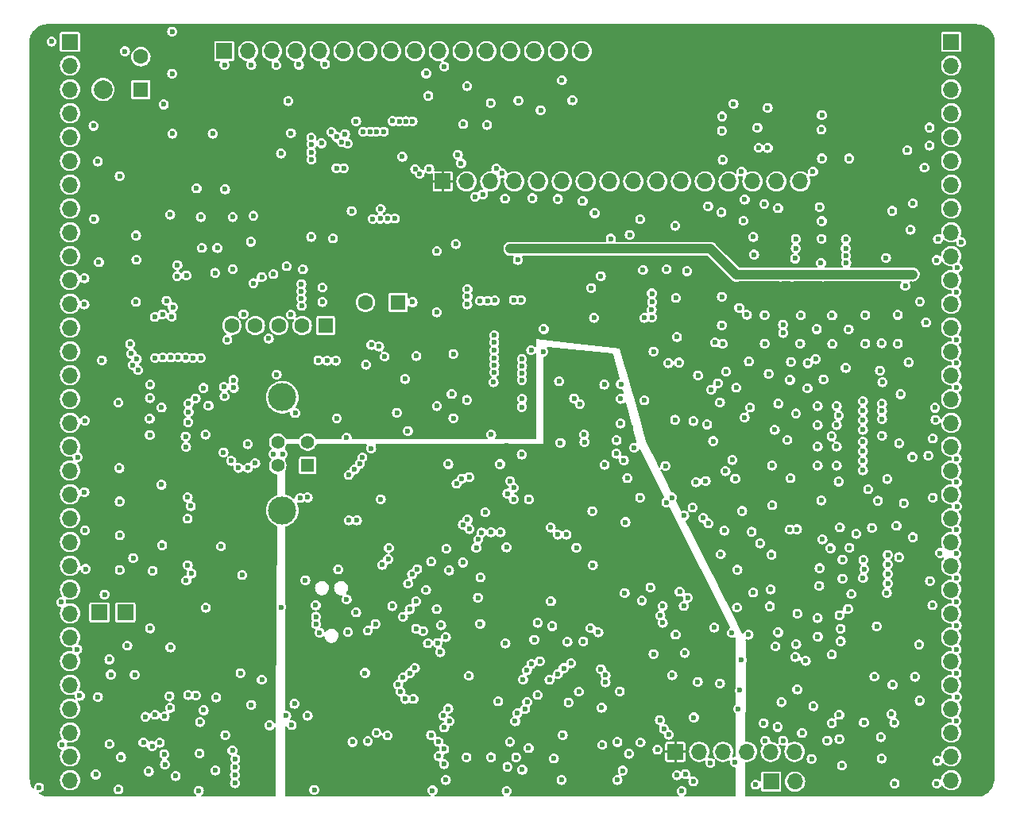
<source format=gbr>
%TF.GenerationSoftware,KiCad,Pcbnew,7.0.8*%
%TF.CreationDate,2024-11-01T20:43:23+00:00*%
%TF.ProjectId,polygonus-Shortage-Version,706f6c79-676f-46e7-9573-2d53686f7274,rev?*%
%TF.SameCoordinates,Original*%
%TF.FileFunction,Copper,L3,Inr*%
%TF.FilePolarity,Positive*%
%FSLAX46Y46*%
G04 Gerber Fmt 4.6, Leading zero omitted, Abs format (unit mm)*
G04 Created by KiCad (PCBNEW 7.0.8) date 2024-11-01 20:43:23*
%MOMM*%
%LPD*%
G01*
G04 APERTURE LIST*
%TA.AperFunction,ComponentPad*%
%ADD10R,1.600000X1.600000*%
%TD*%
%TA.AperFunction,ComponentPad*%
%ADD11C,1.600000*%
%TD*%
%TA.AperFunction,ComponentPad*%
%ADD12R,1.700000X1.700000*%
%TD*%
%TA.AperFunction,ComponentPad*%
%ADD13O,1.700000X1.700000*%
%TD*%
%TA.AperFunction,ComponentPad*%
%ADD14R,1.400000X1.400000*%
%TD*%
%TA.AperFunction,ComponentPad*%
%ADD15C,1.400000*%
%TD*%
%TA.AperFunction,ComponentPad*%
%ADD16C,3.000000*%
%TD*%
%TA.AperFunction,ViaPad*%
%ADD17C,0.599440*%
%TD*%
%TA.AperFunction,ViaPad*%
%ADD18C,0.800000*%
%TD*%
%TA.AperFunction,ViaPad*%
%ADD19C,0.600000*%
%TD*%
%TA.AperFunction,ViaPad*%
%ADD20C,2.000000*%
%TD*%
%TA.AperFunction,Conductor*%
%ADD21C,1.016000*%
%TD*%
G04 APERTURE END LIST*
D10*
%TO.N,Net-(C6-Pad1)*%
%TO.C,C6*%
X96348000Y-85119000D03*
D11*
%TO.N,GND*%
X92848000Y-85119000D03*
%TD*%
D10*
%TO.N,Net-(D14-Pad2)*%
%TO.C,J13*%
X88610209Y-87595853D03*
D11*
%TO.N,/USB_D-*%
X86110209Y-87595853D03*
%TO.N,/USB_D+*%
X83610209Y-87595853D03*
%TO.N,GND*%
X81110209Y-87595853D03*
%TO.N,/USB_SHIELD*%
X78610209Y-87595853D03*
%TD*%
D12*
%TO.N,+3V3*%
%TO.C,J11*%
X125881501Y-133044837D03*
D13*
%TO.N,/mcu/AUX_SPI_CS*%
X128421501Y-133044837D03*
%TO.N,/mcu/AUX_SPI_SCK*%
X130961501Y-133044837D03*
%TO.N,/mcu/AUX_SPI_MISO*%
X133501501Y-133044837D03*
%TO.N,/mcu/AUX_SPI_MOSI*%
X136041501Y-133044837D03*
%TO.N,GND*%
X138581501Y-133044837D03*
%TD*%
D10*
%TO.N,/12V_MR*%
%TO.C,C1*%
X68916000Y-62423028D03*
D11*
%TO.N,GND*%
X68916000Y-58923028D03*
%TD*%
D12*
%TO.N,/mcu/UART_TX*%
%TO.C,J12*%
X136088339Y-136214983D03*
D13*
%TO.N,/mcu/UART_RX*%
X138628339Y-136214983D03*
%TD*%
D14*
%TO.N,Net-(D14-Pad2)*%
%TO.C,J14*%
X86696000Y-102518000D03*
D15*
%TO.N,/USB_D-*%
X86696000Y-100018000D03*
%TO.N,/USB_D+*%
X83496000Y-100018000D03*
%TO.N,GND*%
X83496000Y-102518000D03*
D16*
%TO.N,/USB_SHIELD*%
X83986000Y-95248000D03*
X83986000Y-107288000D03*
%TD*%
D12*
%TO.N,/mcu/BOOT0*%
%TO.C,J16*%
X67258834Y-118181164D03*
%TD*%
%TO.N,+3V3*%
%TO.C,J15*%
X64502327Y-118189319D03*
%TD*%
%TO.N,GND*%
%TO.C,J4*%
X61363317Y-57335316D03*
D13*
X61363317Y-59875316D03*
%TO.N,/12V_MR*%
X61363317Y-62415316D03*
%TO.N,/LS1*%
X61363317Y-64955316D03*
%TO.N,/LS2*%
X61363317Y-67495316D03*
%TO.N,/LS3*%
X61363317Y-70035316D03*
%TO.N,/LS4*%
X61363317Y-72575316D03*
%TO.N,/LS5*%
X61363317Y-75115316D03*
%TO.N,/LS6*%
X61363317Y-77655316D03*
%TO.N,/LS7*%
X61363317Y-80195316D03*
%TO.N,/LS8*%
X61363317Y-82735316D03*
%TO.N,/IGN12*%
X61363317Y-85275316D03*
%TO.N,/IGN11*%
X61363317Y-87815316D03*
%TO.N,/IGN10*%
X61363317Y-90355316D03*
%TO.N,/IGN9*%
X61363317Y-92895316D03*
%TO.N,/IGN8*%
X61363317Y-95435316D03*
%TO.N,/IGN7*%
X61363317Y-97975316D03*
%TO.N,/IGN6*%
X61363317Y-100515316D03*
%TO.N,/IGN5*%
X61363317Y-103055316D03*
%TO.N,/IGN4*%
X61363317Y-105595316D03*
%TO.N,/IGN3*%
X61363317Y-108135316D03*
%TO.N,/IGN2*%
X61363317Y-110675316D03*
%TO.N,/IGN1*%
X61363317Y-113215316D03*
%TO.N,/LS9*%
X61363317Y-115755316D03*
%TO.N,/LS10*%
X61363317Y-118295316D03*
%TO.N,/LS11*%
X61363317Y-120835316D03*
%TO.N,/LS12*%
X61363317Y-123375316D03*
%TO.N,/LS13*%
X61363317Y-125915316D03*
%TO.N,/LS14*%
X61363317Y-128455316D03*
%TO.N,/LS15*%
X61363317Y-130995316D03*
%TO.N,/LS16*%
X61363317Y-133535316D03*
%TO.N,/12V_MR*%
X61363317Y-136075316D03*
%TD*%
D12*
%TO.N,+5V*%
%TO.C,J6*%
X101082286Y-72212971D03*
D13*
%TO.N,+3V3*%
X103622286Y-72212971D03*
%TO.N,/ETB1_PWM*%
X106162286Y-72212971D03*
%TO.N,/ETB1_DIS*%
X108702286Y-72212971D03*
%TO.N,/ETB1_DIR*%
X111242286Y-72212971D03*
%TO.N,/ETB2_PWM*%
X113782286Y-72212971D03*
%TO.N,/ETB2_DIS*%
X116322286Y-72212971D03*
%TO.N,/ETB2_DIR*%
X118862286Y-72212971D03*
%TO.N,GND*%
X121402286Y-72212971D03*
%TO.N,/12V_RAW*%
X123942286Y-72212971D03*
%TO.N,GND*%
X126482286Y-72212971D03*
X129022286Y-72212971D03*
%TO.N,/CAN+*%
X131562286Y-72212971D03*
%TO.N,/CAN-*%
X134102286Y-72212971D03*
%TO.N,/VR2+*%
X136642286Y-72212971D03*
%TO.N,/VR1+*%
X139182286Y-72212971D03*
%TD*%
D12*
%TO.N,GND*%
%TO.C,J5*%
X155276000Y-57330221D03*
D13*
%TO.N,Net-(F2-Pad1)*%
X155276000Y-59870221D03*
%TO.N,Net-(F1-Pad2)*%
X155276000Y-62410221D03*
%TO.N,/5V_SENSOR_2*%
X155276000Y-64950221D03*
X155276000Y-67490221D03*
%TO.N,unconnected-(J5-Pad6)*%
X155276000Y-70030221D03*
%TO.N,unconnected-(J5-Pad7)*%
X155276000Y-72570221D03*
%TO.N,/5V_SENSOR_1*%
X155276000Y-75110221D03*
X155276000Y-77650221D03*
%TO.N,/DIGITAL_6*%
X155276000Y-80190221D03*
%TO.N,/DIGITAL_5*%
X155276000Y-82730221D03*
%TO.N,/DIGITAL_4*%
X155276000Y-85270221D03*
%TO.N,/DIGITAL_3*%
X155276000Y-87810221D03*
%TO.N,/DIGITAL_2*%
X155276000Y-90350221D03*
%TO.N,/DIGITAL_1*%
X155276000Y-92890221D03*
%TO.N,/AT4*%
X155276000Y-95430221D03*
%TO.N,/AT3*%
X155276000Y-97970221D03*
%TO.N,/AT2*%
X155276000Y-100510221D03*
%TO.N,/AT1*%
X155276000Y-103050221D03*
%TO.N,/AV11*%
X155276000Y-105590221D03*
%TO.N,/AV10*%
X155276000Y-108130221D03*
%TO.N,/AV9*%
X155276000Y-110670221D03*
%TO.N,/AV8*%
X155276000Y-113210221D03*
%TO.N,/AV7*%
X155276000Y-115750221D03*
%TO.N,/AV6*%
X155276000Y-118290221D03*
%TO.N,/AV5*%
X155276000Y-120830221D03*
%TO.N,/AV4*%
X155276000Y-123370221D03*
%TO.N,/AV3*%
X155276000Y-125910221D03*
%TO.N,/AV2*%
X155276000Y-128450221D03*
%TO.N,/AV1*%
X155276000Y-130990221D03*
%TO.N,/KNOCK_1*%
X155276000Y-133530221D03*
%TO.N,/KNOCK_2*%
X155276000Y-136070221D03*
%TD*%
D12*
%TO.N,/HS1*%
%TO.C,J7*%
X77806000Y-58321088D03*
D13*
%TO.N,/HS2*%
X80346000Y-58321088D03*
%TO.N,/HS3*%
X82886000Y-58321088D03*
%TO.N,/HS4*%
X85426000Y-58321088D03*
%TO.N,GND*%
X87966000Y-58321088D03*
X90506000Y-58321088D03*
X93046000Y-58321088D03*
X95586000Y-58321088D03*
%TO.N,/CAN2+*%
X98126000Y-58321088D03*
%TO.N,/CAN2-*%
X100666000Y-58321088D03*
%TO.N,/RC1*%
X103206000Y-58321088D03*
%TO.N,/RC2*%
X105746000Y-58321088D03*
%TO.N,/Perm_Live*%
X108286000Y-58321088D03*
%TO.N,/RSVD*%
X110826000Y-58321088D03*
X113366000Y-58321088D03*
X115906000Y-58321088D03*
%TD*%
D17*
%TO.N,GND*%
X86443372Y-114752264D03*
X83843439Y-69242269D03*
X149579411Y-86449104D03*
X128305902Y-92916261D03*
X60428343Y-117073386D03*
X138735879Y-96962155D03*
X105118851Y-114448145D03*
X99509658Y-121464630D03*
X84980333Y-130186379D03*
X80680002Y-128033010D03*
X90845182Y-99528349D03*
X136547698Y-121794094D03*
X127717709Y-106988421D03*
X140592193Y-128179610D03*
X97570725Y-117848966D03*
X88771895Y-91335076D03*
X133509960Y-86439771D03*
X148332983Y-80372886D03*
X99649727Y-70878820D03*
X139253787Y-86489316D03*
X138098260Y-93391860D03*
X69185247Y-132039582D03*
X130921826Y-89535132D03*
X66653041Y-71650404D03*
X152850932Y-101464781D03*
X132937527Y-123232801D03*
X106589781Y-91795916D03*
X153842836Y-134009932D03*
X108253662Y-131984557D03*
X106575574Y-90218908D03*
X127796273Y-136202319D03*
X109530688Y-93401339D03*
X126552090Y-137226916D03*
X72202779Y-86620052D03*
X151859029Y-121597737D03*
X98272981Y-90830037D03*
X72246995Y-56239811D03*
X113972911Y-124126185D03*
X88534269Y-59720304D03*
X118033670Y-128339288D03*
X131290055Y-92492041D03*
X155840047Y-111933382D03*
X149740002Y-112292522D03*
X117045031Y-107384891D03*
X143360099Y-131684454D03*
X69902670Y-93884548D03*
X103612587Y-133628376D03*
X155893663Y-127200651D03*
X125865546Y-76947513D03*
X106561366Y-91071345D03*
X89937730Y-113594149D03*
X138719136Y-79353441D03*
X144034736Y-79354174D03*
X120031741Y-98023981D03*
X126772291Y-117485105D03*
X109151092Y-63605082D03*
X106575574Y-89380678D03*
X101685004Y-102361720D03*
X74007103Y-96792466D03*
X130836012Y-87561644D03*
X77823130Y-59788528D03*
X143496414Y-121254160D03*
X106210920Y-63859181D03*
X92901790Y-91768220D03*
X151416694Y-125042591D03*
X133841970Y-96335886D03*
X114910674Y-63567196D03*
X72620612Y-135616514D03*
X130638507Y-95794656D03*
X113875791Y-131262541D03*
X115600941Y-126624275D03*
X103942760Y-109292163D03*
X113488313Y-93524630D03*
X75293826Y-76024845D03*
X155853451Y-89079393D03*
X136829567Y-75077049D03*
X100457529Y-86176845D03*
X97376325Y-98841462D03*
X146833881Y-109172905D03*
X153282115Y-117409034D03*
X97070465Y-93282883D03*
X71179631Y-111005742D03*
X100447131Y-117823419D03*
X70431039Y-129085546D03*
X81798901Y-125355793D03*
X152968035Y-68399172D03*
X79538254Y-124651260D03*
X97390436Y-115109709D03*
X103872356Y-124929048D03*
X89796259Y-97486107D03*
X94478486Y-106106236D03*
X135350273Y-74621384D03*
X91866837Y-118173259D03*
X111438858Y-123390035D03*
X65550679Y-123187766D03*
X149445112Y-108941497D03*
X69864784Y-99254900D03*
X115999899Y-74304959D03*
X112614750Y-116976101D03*
X71955343Y-127113205D03*
X138733343Y-78358931D03*
X107992283Y-134645271D03*
X142560285Y-122653322D03*
X147908520Y-99339072D03*
X93103005Y-120112654D03*
X115333957Y-111274539D03*
X77725043Y-101114539D03*
X73733954Y-100524192D03*
X138840895Y-109314126D03*
X138195106Y-91460820D03*
X143282453Y-104222346D03*
X74232109Y-106845964D03*
X142531319Y-99397156D03*
X122168950Y-132039530D03*
X84915192Y-86419357D03*
X80644522Y-78656335D03*
X112752253Y-119634944D03*
X59407431Y-57307444D03*
X155833345Y-129740727D03*
X143487478Y-119922686D03*
X139186766Y-89505238D03*
X138099202Y-109340934D03*
X138152684Y-103855137D03*
X134443221Y-136533692D03*
X146015563Y-113571607D03*
X72062395Y-121905501D03*
X116907827Y-83578820D03*
X108273084Y-104169268D03*
X138678546Y-122921943D03*
X153311354Y-105947434D03*
X141262239Y-74963391D03*
X105079669Y-119396796D03*
X140411929Y-133795467D03*
X155853451Y-122120497D03*
X69894886Y-119882976D03*
X128259473Y-125602214D03*
X136829184Y-120315175D03*
X155866855Y-101786479D03*
X68409194Y-77988666D03*
X148414176Y-116102057D03*
X127804989Y-97773257D03*
X153735566Y-136421660D03*
X151944678Y-85036036D03*
X71346591Y-64007708D03*
X130417592Y-93741444D03*
X153320076Y-99628419D03*
X131900944Y-120355387D03*
X76941569Y-127243634D03*
X152968035Y-66469413D03*
X136042192Y-115726742D03*
X72270912Y-67133433D03*
X146121153Y-89532046D03*
X123551729Y-122614599D03*
X75168822Y-133200433D03*
X109514815Y-96270649D03*
X113793034Y-61426632D03*
X122593871Y-86769642D03*
X147341848Y-119667547D03*
X103712393Y-85334706D03*
X135723193Y-64389586D03*
X112932436Y-133749192D03*
X143383555Y-118491420D03*
X144089488Y-80902034D03*
X109544896Y-91909574D03*
X135397874Y-86475912D03*
X107878329Y-111231634D03*
X62899884Y-85326075D03*
X143638442Y-134497765D03*
X80907671Y-75878651D03*
X123974007Y-132813980D03*
X145980641Y-129919678D03*
X111519869Y-64618535D03*
X88269904Y-83525646D03*
X120272346Y-135050984D03*
X141403832Y-80929701D03*
X100467574Y-96171491D03*
X125140367Y-91597792D03*
X112458142Y-125357820D03*
X91468473Y-131999778D03*
X105813116Y-66190807D03*
X78670464Y-132911366D03*
X142420059Y-111343846D03*
X152587931Y-87258183D03*
X82545043Y-88977623D03*
X93101491Y-131906419D03*
X132266982Y-103924286D03*
X109530688Y-91142381D03*
X109495323Y-101338703D03*
X130848302Y-66822618D03*
X130713653Y-111976270D03*
X102035450Y-94886897D03*
X75225449Y-129868884D03*
X99312246Y-115785621D03*
X133274320Y-74153563D03*
X76122883Y-96133576D03*
X119702595Y-131999317D03*
X91853970Y-65801444D03*
X118336429Y-102434058D03*
X111200031Y-126978016D03*
X154100801Y-111853667D03*
X109417030Y-84848555D03*
X120923908Y-133254369D03*
X75606219Y-128610290D03*
X71123052Y-96329751D03*
X105865210Y-84948006D03*
X107000905Y-127648254D03*
X117278554Y-75604925D03*
X130023752Y-119788184D03*
X122426734Y-81667929D03*
X62409897Y-127068202D03*
X66801165Y-133615733D03*
X153722199Y-80608002D03*
X105624529Y-107492195D03*
X150950560Y-77375477D03*
X142582471Y-86502720D03*
X110843903Y-121086595D03*
X153874437Y-78369595D03*
X155853451Y-114493565D03*
X68435184Y-80573624D03*
X144424578Y-111285687D03*
X90671424Y-67178916D03*
X64104464Y-135464278D03*
X138867532Y-126401334D03*
X107891668Y-137234177D03*
X67475340Y-121719804D03*
X106229643Y-133619857D03*
X95208217Y-131296063D03*
X114277167Y-109886746D03*
X72781491Y-82327951D03*
X83866023Y-117628729D03*
X150741790Y-91519297D03*
X155840047Y-91612768D03*
X63864763Y-66291631D03*
X148457717Y-103959197D03*
X139373779Y-131037327D03*
X122131822Y-76249634D03*
X155840047Y-83999239D03*
X151913965Y-127593650D03*
X62174087Y-101620095D03*
X103684678Y-62048710D03*
X90985158Y-120264567D03*
X96203774Y-96889640D03*
X132999462Y-107362584D03*
X62963534Y-109426848D03*
X149880258Y-94909915D03*
X136182281Y-102514727D03*
X135823517Y-92727834D03*
X103230570Y-112858726D03*
X110284770Y-106124116D03*
X104840578Y-116603203D03*
X110510991Y-90218908D03*
X58063108Y-136862708D03*
X68092457Y-112391217D03*
X156330495Y-78691222D03*
X142600343Y-89549919D03*
X155893663Y-106866633D03*
X149029072Y-125891303D03*
X149727777Y-100151179D03*
X106575574Y-92563109D03*
X123548478Y-90351846D03*
X87389132Y-137103692D03*
X66524853Y-137051072D03*
X83382599Y-92822105D03*
X123227873Y-115525681D03*
X103045800Y-70284137D03*
X136786120Y-130384123D03*
X123375271Y-84169709D03*
X150237133Y-106544934D03*
X106575574Y-88627692D03*
X134626129Y-66503367D03*
X149579411Y-89532046D03*
X62896585Y-82545092D03*
X142553659Y-129977763D03*
X109564007Y-134955382D03*
X132557126Y-128474039D03*
X125861590Y-97646970D03*
X99328101Y-60703726D03*
X155950391Y-81410428D03*
X76856822Y-135022694D03*
X122308504Y-116919822D03*
X86187641Y-81588397D03*
X117199533Y-86771919D03*
X150599695Y-68896232D03*
X110650857Y-74006606D03*
X149218422Y-129948490D03*
X99997295Y-137168934D03*
X69883727Y-95324219D03*
X141248354Y-113464137D03*
X127854750Y-129379938D03*
X85766331Y-59778781D03*
X75086857Y-137197148D03*
X92802440Y-124638325D03*
X80304028Y-100227005D03*
X123389479Y-86712813D03*
X87970003Y-120338213D03*
X101769755Y-113701916D03*
X66674360Y-109956595D03*
X107777493Y-121478052D03*
X124941269Y-81580213D03*
X64333254Y-127207636D03*
X123403686Y-85093183D03*
X66654867Y-106350479D03*
X153025186Y-114828667D03*
X147947862Y-93624489D03*
X118301944Y-93879135D03*
X101478103Y-111382271D03*
X144634220Y-116209290D03*
X120476208Y-116120629D03*
X135730837Y-68651501D03*
X90841667Y-116797714D03*
X85277478Y-127918000D03*
X87552239Y-117416690D03*
X66518420Y-95805027D03*
X94896704Y-90894167D03*
X155840047Y-117026940D03*
X153552811Y-96351443D03*
X65713786Y-124807961D03*
X79719253Y-114184897D03*
X131950575Y-101927471D03*
X133709879Y-91411706D03*
X132758188Y-126476830D03*
X63022012Y-113549516D03*
X75586214Y-94240603D03*
X74782529Y-127037088D03*
X127121907Y-81785509D03*
X120055664Y-95406359D03*
X153611288Y-97637949D03*
X84042341Y-101281967D03*
X71113306Y-104565340D03*
X104664753Y-111288261D03*
X130862509Y-65288232D03*
X135948364Y-117522891D03*
X132201582Y-134136113D03*
X96784327Y-69592314D03*
X110244171Y-132648060D03*
X131226753Y-103107032D03*
X135284861Y-129982000D03*
X126887193Y-122495812D03*
X125910851Y-120532495D03*
X138648099Y-80433194D03*
X107192801Y-102372771D03*
X124226076Y-129662392D03*
X80688531Y-59788528D03*
X134272256Y-80021183D03*
X66674360Y-113660173D03*
X120568436Y-108549888D03*
X144061074Y-80134841D03*
X141673457Y-93343946D03*
X79855075Y-86375372D03*
X141446934Y-66694753D03*
X130840480Y-84509977D03*
X74319825Y-114028957D03*
X84908661Y-67068983D03*
X77928933Y-131262526D03*
X117088283Y-113145821D03*
X62136308Y-122122134D03*
X122570353Y-95562639D03*
X100467563Y-79643956D03*
X100827750Y-122408865D03*
X64329285Y-70089374D03*
X109652230Y-125342128D03*
X102218641Y-97467239D03*
X66618381Y-102789646D03*
X78121391Y-89109248D03*
X101243390Y-59973706D03*
X108664044Y-84848555D03*
X123346857Y-85902998D03*
X69855312Y-97521612D03*
X65572426Y-132213014D03*
X143302800Y-97179676D03*
X72035468Y-128349396D03*
X125946058Y-84640538D03*
X67220920Y-58345284D03*
X151141910Y-101605524D03*
X84620996Y-63656843D03*
X151187406Y-110160692D03*
X62963534Y-97731338D03*
X119957273Y-126610870D03*
X136124261Y-112024466D03*
X150383314Y-83359894D03*
X133132570Y-76414740D03*
X68258253Y-124818835D03*
X116849833Y-119846729D03*
X119614724Y-99817151D03*
X82641231Y-130215618D03*
X147463598Y-106269061D03*
X152426543Y-70745138D03*
X95346937Y-111300529D03*
X155880259Y-94172951D03*
X97875820Y-85093183D03*
X120395141Y-101967765D03*
X73959214Y-126980485D03*
X71478636Y-134389598D03*
X137179096Y-127753888D03*
X120753501Y-103857012D03*
X109516481Y-92676768D03*
X102481790Y-78905339D03*
X132490623Y-113627269D03*
X103726601Y-83729283D03*
X141440410Y-106239822D03*
X77454487Y-111129597D03*
X85356204Y-96914550D03*
X145156034Y-109793108D03*
X131096080Y-109467028D03*
X117940931Y-82311807D03*
X60522272Y-132264306D03*
X89384279Y-78292308D03*
X155853451Y-124653872D03*
X126043521Y-88811937D03*
X120071285Y-93838923D03*
X142076741Y-131843018D03*
X94474464Y-75147682D03*
X105069602Y-84962214D03*
X72037188Y-75763412D03*
X132366851Y-94212234D03*
X106632403Y-84919592D03*
X62905057Y-105362659D03*
X151190509Y-74552689D03*
X147100574Y-125015783D03*
X68393475Y-85059627D03*
X109091328Y-80596465D03*
X75838437Y-117677282D03*
X118092148Y-132296269D03*
X111803853Y-90360981D03*
X88158888Y-68159614D03*
X129609077Y-134214083D03*
X147864608Y-133768658D03*
X103270612Y-66094357D03*
X126337624Y-115968016D03*
X146121153Y-86475912D03*
X141461141Y-78330516D03*
X140551875Y-71170046D03*
X64767309Y-91288078D03*
X155880259Y-104306450D03*
X93458329Y-100673758D03*
X91389037Y-75392355D03*
X148991000Y-75361195D03*
X103726601Y-84496477D03*
X141489556Y-65146159D03*
X155853451Y-109373199D03*
X76569012Y-67133433D03*
X125519437Y-105929497D03*
X155866855Y-119560314D03*
X132070128Y-63938540D03*
X113627282Y-100091659D03*
X132936772Y-71170046D03*
X72246995Y-60723482D03*
X99852737Y-131275957D03*
X83349259Y-59817766D03*
X147785225Y-131472885D03*
X107725277Y-74051703D03*
X70163137Y-113743547D03*
X69760954Y-135125747D03*
X74855245Y-72954774D03*
X111853579Y-87967054D03*
X83047832Y-101281967D03*
X99547541Y-63092509D03*
X75805030Y-99214019D03*
X134001391Y-109585188D03*
X65042961Y-116261475D03*
X149245583Y-136420483D03*
X88260433Y-85078975D03*
X139981920Y-91610263D03*
X136203249Y-106734181D03*
X116059566Y-121277989D03*
X113357344Y-74091849D03*
X135406810Y-89514174D03*
X102234352Y-90624712D03*
D18*
%TO.N,+5V*%
X107778000Y-88040000D03*
X107778000Y-87024000D03*
X107778000Y-86008000D03*
X108794000Y-88802000D03*
D17*
X130638000Y-125759000D03*
X146650808Y-92618310D03*
D18*
X107778000Y-89056000D03*
D17*
X120224000Y-89310000D03*
X144263248Y-83533533D03*
X102190000Y-98962000D03*
X106813733Y-78424334D03*
X146132000Y-106328000D03*
X131289061Y-96420764D03*
X143831509Y-70665700D03*
D18*
X91776000Y-99216000D03*
D17*
X131908000Y-106793380D03*
X131321029Y-91546911D03*
X67468447Y-92358000D03*
X141052000Y-97184000D03*
X67647411Y-100295853D03*
X71048231Y-109640317D03*
X143691414Y-113563709D03*
X141052000Y-119790000D03*
X134557725Y-83533534D03*
X106381000Y-97565000D03*
X119462000Y-89310000D03*
X134062536Y-94199810D03*
X136640103Y-64398788D03*
X136735295Y-68619360D03*
X138766000Y-115472000D03*
X141052000Y-101502000D03*
X134194000Y-104296000D03*
X135464000Y-126648000D03*
X135972000Y-113440000D03*
X125992099Y-99504339D03*
%TO.N,+3V3*%
X117176000Y-91596000D03*
X117938000Y-91596000D03*
X118700000Y-91596000D03*
X131400000Y-123854000D03*
X87204000Y-130204000D03*
X105492000Y-131728000D03*
X95586000Y-136046000D03*
X101428000Y-100740000D03*
D19*
X127336000Y-127918000D03*
X148918680Y-129020660D03*
D17*
X85045000Y-117631000D03*
X121113000Y-98454000D03*
X114128000Y-91596000D03*
X92919000Y-115091000D03*
X121494000Y-102772000D03*
X115398000Y-133633000D03*
X102259855Y-112894623D03*
X114128000Y-92358000D03*
D19*
X115652000Y-104701566D03*
D18*
X101428000Y-106582000D03*
D17*
X90379000Y-121314000D03*
D19*
X121619667Y-121950333D03*
D17*
X95078000Y-124108000D03*
D19*
X131809698Y-127057698D03*
X124288000Y-113186000D03*
X118192000Y-127156000D03*
X118954000Y-107852000D03*
D17*
X107905000Y-100359000D03*
D19*
X143350146Y-129094828D03*
D17*
X98024400Y-109274400D03*
X101936000Y-127664000D03*
D19*
X114636000Y-98327000D03*
D17*
X119002273Y-78324847D03*
X114128000Y-90580000D03*
%TO.N,/mcu/AV4*%
X125558000Y-124870000D03*
X133686000Y-120552000D03*
%TO.N,/mcu/AV2*%
X117684000Y-120298000D03*
X139782000Y-123346000D03*
%TO.N,/mcu/AV5*%
X124542000Y-119282000D03*
X134170633Y-116055725D03*
%TO.N,/mcu/AV6*%
X124288000Y-118520000D03*
X141215557Y-115352032D03*
%TO.N,/mcu/AV9*%
X129391632Y-108685120D03*
X143413439Y-109106342D03*
%TO.N,/mcu/AV10*%
X128860000Y-108106000D03*
X146426241Y-105046781D03*
%TO.N,/5V_SENSOR_1*%
X144398964Y-69771176D03*
X141497818Y-69771176D03*
X130918191Y-69927525D03*
%TO.N,/5V_SENSOR_2*%
X141482146Y-76459902D03*
%TO.N,/mcu/nRESET*%
X111207000Y-119282000D03*
X93935000Y-119409000D03*
X100920000Y-119536000D03*
%TO.N,/mcu/SWDIO*%
X98253000Y-116996000D03*
X87585000Y-119409000D03*
%TO.N,/mcu/SWCLK*%
X87585000Y-118647000D03*
X95713000Y-117504000D03*
X96856000Y-118647000D03*
%TO.N,/mcu/5V_SENSOR_1_PG*%
X126955000Y-135411000D03*
X144045916Y-78383854D03*
%TO.N,/mcu/5V_SENSOR_2_PG*%
X126066000Y-135538000D03*
X134191182Y-78143291D03*
%TO.N,/mcu/AT2*%
X128098000Y-104296000D03*
X137811875Y-99785875D03*
%TO.N,/mcu/AT1*%
X129114000Y-104169000D03*
X136480000Y-98708000D03*
%TO.N,/mcu/AT3*%
X133261486Y-97383980D03*
X124923000Y-106455000D03*
%TO.N,Net-(C33-Pad1)*%
X130098312Y-89380012D03*
X129702906Y-94426278D03*
%TO.N,Net-(C34-Pad1)*%
X140821465Y-91165699D03*
X144033378Y-92098452D03*
%TO.N,Net-(C42-Pad1)*%
X145878000Y-98708000D03*
X141052000Y-98200000D03*
%TO.N,Net-(C43-Pad1)*%
X143084000Y-98200000D03*
X145878000Y-97692000D03*
%TO.N,Net-(C44-Pad1)*%
X143084000Y-96168000D03*
X145878000Y-96676000D03*
%TO.N,Net-(C45-Pad1)*%
X141052000Y-96168000D03*
X145878000Y-95660000D03*
%TO.N,Net-(C48-Pad1)*%
X141060141Y-120757140D03*
X138766000Y-121568000D03*
%TO.N,/mcu/12V_DIVIDED*%
X126281596Y-91534587D03*
X126828000Y-107852000D03*
%TO.N,Net-(C50-Pad1)*%
X141052000Y-118774000D03*
X144285755Y-117814098D03*
%TO.N,Net-(C52-Pad1)*%
X143691414Y-114579709D03*
X148517414Y-115087709D03*
%TO.N,Net-(C53-Pad1)*%
X148517414Y-114071709D03*
X145879421Y-114511171D03*
%TO.N,Net-(C54-Pad1)*%
X148517414Y-113055709D03*
X145929909Y-112592633D03*
%TO.N,/ETB2_DIR*%
X108660597Y-106118641D03*
%TO.N,/ETB2_DIS*%
X107972825Y-105515651D03*
%TO.N,Net-(C55-Pad1)*%
X148517414Y-112039709D03*
X143691414Y-112547709D03*
%TO.N,Net-(C57-Pad1)*%
X145878000Y-103026000D03*
X141052000Y-102518000D03*
%TO.N,Net-(C58-Pad1)*%
X145878000Y-102010000D03*
X143084000Y-102518000D03*
%TO.N,Net-(C59-Pad1)*%
X143084000Y-100486000D03*
X145878000Y-100994000D03*
%TO.N,Net-(C60-Pad1)*%
X141052000Y-100486000D03*
X145878000Y-99978000D03*
%TO.N,/lowside_quad1/IN1*%
X75309545Y-91050508D03*
X86043425Y-85485738D03*
X98126000Y-124108000D03*
%TO.N,/lowside_quad1/IN3*%
X86017435Y-83926337D03*
X73686549Y-91017033D03*
X96856000Y-125124000D03*
%TO.N,/lowside_quad1/IN2*%
X74471367Y-91050508D03*
X97594368Y-124639632D03*
X86027281Y-84691468D03*
%TO.N,/lowside_quad1/IN4*%
X72903265Y-90982024D03*
X96348000Y-125886000D03*
X86017435Y-83174994D03*
%TO.N,/lowside_quad2/IN1*%
X72071982Y-90995013D03*
X96602000Y-126648000D03*
X80908296Y-83074639D03*
%TO.N,/lowside_quad2/IN3*%
X70436416Y-91050508D03*
X97966732Y-127395072D03*
X83030617Y-82096601D03*
%TO.N,/lowside_quad2/IN2*%
X71254352Y-90994349D03*
X81798979Y-82418208D03*
X97110000Y-127410000D03*
%TO.N,/lowside_quad2/IN4*%
X101680241Y-128448273D03*
X67771535Y-89552652D03*
X84459708Y-81254813D03*
%TO.N,/ETB1_DIR*%
X103935160Y-103754820D03*
%TO.N,/ETB1_DIS*%
X103132946Y-103924701D03*
%TO.N,/lowside_quad4/IN4*%
X101231612Y-134355561D03*
X78934042Y-136379418D03*
%TO.N,/lowside_quad4/IN2*%
X101242831Y-132751170D03*
X78948065Y-134696581D03*
%TO.N,/lowside_quad4/IN3*%
X78934042Y-135523976D03*
X100659416Y-133514097D03*
%TO.N,/lowside_quad4/IN1*%
X100649446Y-131971846D03*
X78976113Y-133799068D03*
%TO.N,/highside_quad/IN1*%
X97825119Y-114103245D03*
X93637657Y-76213144D03*
%TO.N,/highside_quad/IN3*%
X103235992Y-108833684D03*
X95205721Y-76204480D03*
%TO.N,/highside_quad/IN2*%
X94417357Y-76204480D03*
X98356399Y-113571966D03*
%TO.N,/mcu/CAN_RX*%
X106254000Y-109630000D03*
X106254000Y-99216000D03*
%TO.N,/mcu/CAN_TX*%
X109556000Y-95406000D03*
X107270000Y-109630000D03*
%TO.N,/highside_quad/IN4*%
X95994085Y-76178490D03*
X103724080Y-108262470D03*
%TO.N,/ign1/IN4*%
X86696000Y-105921600D03*
X73905034Y-105908649D03*
%TO.N,/AT4*%
X147910000Y-95914000D03*
%TO.N,/AT2*%
X147910000Y-97565000D03*
%TO.N,/AT3*%
X147910000Y-96676000D03*
%TO.N,/HS4*%
X95744926Y-65784676D03*
X97169870Y-65804107D03*
X96459505Y-65804107D03*
X97866026Y-65804107D03*
%TO.N,/HS2*%
X89767876Y-67480566D03*
X90947080Y-68190931D03*
X102687460Y-69369474D03*
X89236000Y-66958000D03*
X90307752Y-68020442D03*
%TO.N,/HS3*%
X92595126Y-66926483D03*
X94809285Y-66924988D03*
X93390733Y-66926483D03*
X94015853Y-66926483D03*
%TO.N,/HS1*%
X87057848Y-78134240D03*
X87082700Y-69111300D03*
X87078928Y-67568241D03*
X87096907Y-69898907D03*
X87096907Y-68247760D03*
%TO.N,/LS9*%
X101174000Y-129188000D03*
%TO.N,/LS10*%
X101820636Y-129766620D03*
%TO.N,/LS11*%
X101248441Y-130441170D03*
%TO.N,/LS12*%
X94034308Y-131019790D03*
%TO.N,/CAN+*%
X129380719Y-74869112D03*
X115096263Y-95358263D03*
%TO.N,/CAN-*%
X130795195Y-75512333D03*
X115699737Y-95961737D03*
%TO.N,Net-(C80-Pad1)*%
X114382000Y-121314000D03*
X124542000Y-117504000D03*
%TO.N,/ign1/IN3*%
X85883200Y-105972400D03*
X73892039Y-108182776D03*
%TO.N,/ign1/IN1*%
X99015000Y-120171000D03*
X73749094Y-114771247D03*
%TO.N,/ign1/IN2*%
X73911532Y-113127378D03*
X98253000Y-119917000D03*
%TO.N,/ign2/IN2*%
X79330000Y-102772000D03*
X73962046Y-97890200D03*
%TO.N,/IGN9*%
X91067247Y-103515620D03*
X77839673Y-95129380D03*
X68616065Y-92332010D03*
%TO.N,/IGN10*%
X91691007Y-102937000D03*
X68054699Y-91789899D03*
X77770001Y-94118300D03*
%TO.N,/IGN11*%
X68486115Y-91174759D03*
X92246000Y-102348002D03*
X78822597Y-94235255D03*
%TO.N,/IGN12*%
X92517994Y-101647621D03*
X67908556Y-90596139D03*
X78783612Y-93397077D03*
%TO.N,/mcu/DIGITAL5*%
X129260378Y-98126157D03*
X124832268Y-102554268D03*
%TO.N,/mcu/DIGITAL2*%
X136840934Y-95923748D03*
X129914047Y-99913125D03*
%TO.N,/mcu/DIGITAL1*%
X99847117Y-112751646D03*
X122129000Y-105947000D03*
%TO.N,/DIGITAL_5*%
X137350003Y-87493676D03*
%TO.N,/DIGITAL_6*%
X132683659Y-85695086D03*
%TO.N,/DIGITAL_1*%
X140944780Y-87968001D03*
%TO.N,/DIGITAL_2*%
X147850428Y-89483158D03*
%TO.N,/DIGITAL_3*%
X144344295Y-88001659D03*
%TO.N,/DIGITAL_4*%
X137373311Y-88371903D03*
%TO.N,/ign2/IN1*%
X73691189Y-99412193D03*
X78568000Y-102010000D03*
%TO.N,/ign2/IN3*%
X74001972Y-95916535D03*
X80346000Y-102772000D03*
%TO.N,/ign2/IN4*%
X74755683Y-95357749D03*
X81108000Y-102264000D03*
%TO.N,/VR2+*%
X134760663Y-68623603D03*
D19*
%TO.N,/USB_D+*%
X91095000Y-108360000D03*
X94658871Y-113097129D03*
X87839561Y-91312427D03*
%TO.N,/USB_D-*%
X95262741Y-112493259D03*
X91949000Y-108360000D03*
X89710842Y-91338417D03*
D18*
%TO.N,/12V_PROT*%
X108286000Y-79404000D03*
D17*
X141654122Y-82154864D03*
X142623306Y-82150694D03*
X151169861Y-82144909D03*
%TO.N,/mcu/LED1*%
X101428000Y-136046000D03*
X108804446Y-129786228D03*
%TO.N,/mcu/LED2*%
X109048000Y-128934000D03*
X108921000Y-133633000D03*
%TO.N,/mcu/LED3*%
X113747000Y-136046000D03*
X109871234Y-128449632D03*
%TO.N,/mcu/LED4*%
X119716000Y-136046000D03*
X110082421Y-127728060D03*
%TO.N,Net-(C8-Pad1)*%
X106508000Y-93628000D03*
X103674896Y-95530405D03*
%TO.N,Net-(R57-Pad2)*%
X138892428Y-118317851D03*
X132452441Y-117652151D03*
%TO.N,Net-(R69-Pad2)*%
X141560000Y-110392000D03*
X134922265Y-110811205D03*
%TO.N,/knock/FILTERED_1*%
X114509000Y-127791000D03*
X124669000Y-130585000D03*
%TO.N,/knock/FILTERED_2*%
X125177000Y-131220000D03*
X113366000Y-124743000D03*
%TO.N,Net-(RN6-Pad5)*%
X78706364Y-76016794D03*
X78707216Y-81574423D03*
%TO.N,Net-(RN6-Pad6)*%
X72806956Y-81151377D03*
X63931362Y-76224825D03*
%TO.N,Net-(RN6-Pad7)*%
X76835934Y-81976036D03*
X77893453Y-73063557D03*
%TO.N,Net-(RN6-Pad8)*%
X73782107Y-82248931D03*
%TO.N,Net-(RN8-Pad5)*%
X71222089Y-86400837D03*
%TO.N,Net-(RN8-Pad6)*%
X64438693Y-80825977D03*
X70403404Y-86673732D03*
%TO.N,Net-(RN8-Pad7)*%
X72322334Y-85630325D03*
X77062297Y-79326628D03*
%TO.N,Net-(RN8-Pad8)*%
X75431424Y-79307135D03*
X71662296Y-84945921D03*
%TO.N,/ETB2_PWM*%
X108660597Y-104885841D03*
%TO.N,/ETB1_PWM*%
X102563165Y-104451077D03*
%TO.N,Net-(RN10-Pad6)*%
X71459761Y-129264864D03*
X70928739Y-132060001D03*
%TO.N,Net-(RN10-Pad7)*%
X71418059Y-133307769D03*
%TO.N,Net-(RN10-Pad8)*%
X70121360Y-132426991D03*
X69393301Y-129311439D03*
%TO.N,/mcu/AUX_SPI_MOSI*%
X117946990Y-124226010D03*
%TO.N,/mcu/AUX_SPI_MISO*%
X118446000Y-124870000D03*
%TO.N,/mcu/AUX_SPI_SCK*%
X118446000Y-125632000D03*
%TO.N,/mcu/AUX_SPI_CS*%
X114763000Y-123600000D03*
%TO.N,/mcu/SD_MISO*%
X84410000Y-129188000D03*
X86696000Y-129188000D03*
%TO.N,/RC1*%
X110056831Y-124344071D03*
X106792368Y-70851528D03*
X104874222Y-110380166D03*
X104532019Y-73863771D03*
%TO.N,/RC2*%
X107396388Y-71354878D03*
X105370404Y-73613662D03*
X105218691Y-109664433D03*
X110539384Y-123681072D03*
%TO.N,/mcu/UART_RX*%
X137369000Y-131855000D03*
X100539000Y-121441000D03*
%TO.N,/mcu/UART_TX*%
X135464000Y-131855000D03*
X101428000Y-120806000D03*
%TO.N,/CAN2+*%
X93483769Y-89648613D03*
%TO.N,/CAN2-*%
X94316000Y-89818000D03*
%TO.N,/mcu/BARO_SCL*%
X121494000Y-100613000D03*
X119589000Y-101248000D03*
%TO.N,/12V_MR*%
X90561491Y-70816469D03*
X89758861Y-70816469D03*
X98150578Y-70920429D03*
D20*
X64886257Y-62432760D03*
D17*
X98620941Y-71390792D03*
%TO.N,/Keep_Alive/Keep_Alive*%
X121024730Y-77926226D03*
X127209000Y-116615000D03*
%TO.N,Net-(C31-Pad1)*%
X139959129Y-94280282D03*
X147692706Y-92394706D03*
D19*
%TO.N,/mcu/VR_2*%
X116160000Y-99216000D03*
X112604000Y-109122000D03*
%TO.N,/mcu/VR_1*%
X113366000Y-109884000D03*
X116188698Y-100006698D03*
%TD*%
D21*
%TO.N,/12V_PROT*%
X129622000Y-79404000D02*
X108286000Y-79404000D01*
X142623306Y-82150694D02*
X141658292Y-82150694D01*
X151169861Y-82144909D02*
X151162116Y-82152654D01*
X132463306Y-82150694D02*
X132416000Y-82198000D01*
X138296766Y-82150694D02*
X138320140Y-82174068D01*
X137100952Y-82159109D02*
X137093473Y-82159109D01*
X137085058Y-82150694D02*
X138296766Y-82150694D01*
X151169861Y-82144909D02*
X151164076Y-82150694D01*
X141658292Y-82150694D02*
X141654122Y-82154864D01*
X137093473Y-82159109D02*
X137085058Y-82150694D01*
X132416000Y-82198000D02*
X129622000Y-79404000D01*
X151164076Y-82150694D02*
X142623306Y-82150694D01*
X141649952Y-82150694D02*
X132463306Y-82150694D01*
X141654122Y-82154864D02*
X141649952Y-82150694D01*
%TD*%
%TA.AperFunction,Conductor*%
%TO.N,+3V3*%
G36*
X119139266Y-90572889D02*
G01*
X119196105Y-90598084D01*
X119226029Y-90646708D01*
X119924834Y-93232286D01*
X119921714Y-93294381D01*
X119882691Y-93342784D01*
X119866216Y-93351475D01*
X119804594Y-93376999D01*
X119694126Y-93461764D01*
X119609361Y-93572232D01*
X119556076Y-93700873D01*
X119537902Y-93838920D01*
X119537902Y-93838925D01*
X119556076Y-93976972D01*
X119609359Y-94105610D01*
X119609363Y-94105617D01*
X119640219Y-94145829D01*
X119694126Y-94216082D01*
X119746534Y-94256296D01*
X119804590Y-94300844D01*
X119804597Y-94300848D01*
X119933235Y-94354131D01*
X120071282Y-94372306D01*
X120071285Y-94372306D01*
X120071286Y-94372306D01*
X120084242Y-94370600D01*
X120140113Y-94363244D01*
X120201245Y-94374573D01*
X120244044Y-94419672D01*
X120250360Y-94436736D01*
X120342428Y-94777387D01*
X120339308Y-94839482D01*
X120300285Y-94887885D01*
X120240264Y-94904107D01*
X120206816Y-94896577D01*
X120193714Y-94891150D01*
X120055667Y-94872976D01*
X120055661Y-94872976D01*
X119917614Y-94891150D01*
X119788973Y-94944435D01*
X119678505Y-95029200D01*
X119593740Y-95139668D01*
X119540455Y-95268309D01*
X119522281Y-95406356D01*
X119522281Y-95406361D01*
X119540455Y-95544408D01*
X119593738Y-95673046D01*
X119593742Y-95673053D01*
X119659761Y-95759090D01*
X119678505Y-95783518D01*
X119730854Y-95823687D01*
X119788969Y-95868280D01*
X119788976Y-95868284D01*
X119917614Y-95921567D01*
X120055661Y-95939742D01*
X120055664Y-95939742D01*
X120055667Y-95939742D01*
X120159201Y-95926110D01*
X120193714Y-95921567D01*
X120322356Y-95868282D01*
X120432823Y-95783518D01*
X120443224Y-95769962D01*
X120494459Y-95734748D01*
X120556612Y-95736373D01*
X120605939Y-95774221D01*
X120620150Y-95804957D01*
X121746474Y-99972355D01*
X121743354Y-100034450D01*
X121704331Y-100082853D01*
X121644310Y-100099075D01*
X121636227Y-100098341D01*
X121494003Y-100079617D01*
X121493997Y-100079617D01*
X121355950Y-100097791D01*
X121227309Y-100151076D01*
X121116841Y-100235841D01*
X121032076Y-100346309D01*
X120978791Y-100474950D01*
X120960617Y-100612997D01*
X120960617Y-100613002D01*
X120978791Y-100751049D01*
X121032074Y-100879687D01*
X121032078Y-100879694D01*
X121083801Y-100947100D01*
X121116841Y-100990159D01*
X121116844Y-100990161D01*
X121227305Y-101074921D01*
X121227312Y-101074925D01*
X121355950Y-101128208D01*
X121493997Y-101146383D01*
X121494000Y-101146383D01*
X121494003Y-101146383D01*
X121597537Y-101132751D01*
X121632050Y-101128208D01*
X121760692Y-101074923D01*
X121871159Y-100990159D01*
X121955923Y-100879692D01*
X121982679Y-100815094D01*
X122023057Y-100767819D01*
X122083513Y-100753304D01*
X122140955Y-100777096D01*
X122165501Y-100808405D01*
X124703602Y-105856639D01*
X124712997Y-105918099D01*
X124684473Y-105973344D01*
X124661389Y-105988681D01*
X124662023Y-105989778D01*
X124656311Y-105993075D01*
X124545841Y-106077841D01*
X124461076Y-106188309D01*
X124407791Y-106316950D01*
X124389617Y-106454997D01*
X124389617Y-106455002D01*
X124407791Y-106593049D01*
X124461074Y-106721687D01*
X124461078Y-106721694D01*
X124461106Y-106721730D01*
X124545841Y-106832159D01*
X124571057Y-106851508D01*
X124656305Y-106916921D01*
X124656312Y-106916925D01*
X124784950Y-106970208D01*
X124922997Y-106988383D01*
X124923000Y-106988383D01*
X124923003Y-106988383D01*
X125009567Y-106976986D01*
X125061050Y-106970208D01*
X125142202Y-106936593D01*
X125204183Y-106931715D01*
X125257195Y-106964201D01*
X125270579Y-106984347D01*
X131690444Y-119753340D01*
X131699839Y-119814800D01*
X131671315Y-119870045D01*
X131639067Y-119891469D01*
X131634259Y-119893460D01*
X131634255Y-119893462D01*
X131523785Y-119978228D01*
X131439020Y-120088696D01*
X131385735Y-120217337D01*
X131367561Y-120355384D01*
X131367561Y-120355389D01*
X131385735Y-120493436D01*
X131439018Y-120622074D01*
X131439022Y-120622081D01*
X131514056Y-120719867D01*
X131523785Y-120732546D01*
X131523788Y-120732548D01*
X131634249Y-120817308D01*
X131634256Y-120817312D01*
X131762894Y-120870595D01*
X131900941Y-120888770D01*
X131900944Y-120888770D01*
X131900947Y-120888770D01*
X131983774Y-120877865D01*
X132038994Y-120870595D01*
X132129044Y-120833294D01*
X132191026Y-120828416D01*
X132244038Y-120860902D01*
X132257420Y-120881045D01*
X132265278Y-120896675D01*
X132276000Y-120941865D01*
X132276000Y-126239051D01*
X132268342Y-126277549D01*
X132242979Y-126338779D01*
X132224805Y-126476827D01*
X132224805Y-126476832D01*
X132242979Y-126614878D01*
X132246872Y-126624277D01*
X132268342Y-126676111D01*
X132276000Y-126714607D01*
X132276000Y-127973580D01*
X132256787Y-128032711D01*
X132236642Y-128053391D01*
X132179967Y-128096879D01*
X132095202Y-128207348D01*
X132041917Y-128335989D01*
X132023743Y-128474036D01*
X132023743Y-128474041D01*
X132041917Y-128612088D01*
X132095200Y-128740726D01*
X132095201Y-128740728D01*
X132095202Y-128740730D01*
X132095203Y-128740731D01*
X132176404Y-128846555D01*
X132179967Y-128851198D01*
X132236641Y-128894685D01*
X132271857Y-128945925D01*
X132276000Y-128974497D01*
X132276000Y-133504708D01*
X132256787Y-133563839D01*
X132206487Y-133600384D01*
X132188532Y-133604447D01*
X132056996Y-133621765D01*
X132056670Y-133619291D01*
X132005344Y-133616586D01*
X131957037Y-133577444D01*
X131940963Y-133517383D01*
X131951369Y-133477840D01*
X131972043Y-133436323D01*
X132026772Y-133243971D01*
X132045224Y-133044837D01*
X132026772Y-132845703D01*
X131972043Y-132653351D01*
X131882901Y-132474330D01*
X131762382Y-132314738D01*
X131753043Y-132306224D01*
X131614599Y-132180014D01*
X131614594Y-132180010D01*
X131614590Y-132180007D01*
X131444558Y-132074728D01*
X131444554Y-132074726D01*
X131258074Y-132002483D01*
X131258069Y-132002482D01*
X131061496Y-131965737D01*
X131061494Y-131965737D01*
X130861508Y-131965737D01*
X130861506Y-131965737D01*
X130664932Y-132002482D01*
X130664927Y-132002483D01*
X130478447Y-132074726D01*
X130478443Y-132074728D01*
X130413924Y-132114677D01*
X130308412Y-132180007D01*
X130308411Y-132180008D01*
X130308402Y-132180014D01*
X130160620Y-132314737D01*
X130040100Y-132474331D01*
X129950960Y-132653347D01*
X129950959Y-132653348D01*
X129896229Y-132845706D01*
X129896229Y-132845707D01*
X129877778Y-133044837D01*
X129896229Y-133243966D01*
X129896229Y-133243967D01*
X129896229Y-133243970D01*
X129896230Y-133243971D01*
X129905315Y-133275901D01*
X129950959Y-133436325D01*
X129950960Y-133436326D01*
X130021229Y-133577444D01*
X130040101Y-133615344D01*
X130065030Y-133648355D01*
X130085332Y-133707121D01*
X130067215Y-133766597D01*
X130017599Y-133804066D01*
X129955435Y-133805214D01*
X129923510Y-133788793D01*
X129875769Y-133752160D01*
X129875768Y-133752159D01*
X129875766Y-133752158D01*
X129875764Y-133752157D01*
X129747126Y-133698874D01*
X129609080Y-133680700D01*
X129609074Y-133680700D01*
X129476867Y-133698105D01*
X129415734Y-133686775D01*
X129372936Y-133641675D01*
X129364821Y-133580033D01*
X129373681Y-133553528D01*
X129432043Y-133436323D01*
X129486772Y-133243971D01*
X129505224Y-133044837D01*
X129486772Y-132845703D01*
X129432043Y-132653351D01*
X129342901Y-132474330D01*
X129222382Y-132314738D01*
X129213043Y-132306224D01*
X129074599Y-132180014D01*
X129074594Y-132180010D01*
X129074590Y-132180007D01*
X128904558Y-132074728D01*
X128904554Y-132074726D01*
X128718074Y-132002483D01*
X128718069Y-132002482D01*
X128521496Y-131965737D01*
X128521494Y-131965737D01*
X128321508Y-131965737D01*
X128321506Y-131965737D01*
X128124932Y-132002482D01*
X128124927Y-132002483D01*
X127938447Y-132074726D01*
X127938443Y-132074728D01*
X127873924Y-132114677D01*
X127768412Y-132180007D01*
X127768411Y-132180008D01*
X127768402Y-132180014D01*
X127620620Y-132314737D01*
X127500100Y-132474331D01*
X127410960Y-132653347D01*
X127410959Y-132653348D01*
X127356229Y-132845706D01*
X127356229Y-132845707D01*
X127337778Y-133044837D01*
X127356229Y-133243966D01*
X127356229Y-133243967D01*
X127356229Y-133243970D01*
X127356230Y-133243971D01*
X127365315Y-133275901D01*
X127410959Y-133436325D01*
X127410960Y-133436326D01*
X127481229Y-133577444D01*
X127500101Y-133615344D01*
X127607760Y-133757907D01*
X127620620Y-133774936D01*
X127768402Y-133909659D01*
X127768406Y-133909662D01*
X127768412Y-133909667D01*
X127938444Y-134014946D01*
X128124926Y-134087190D01*
X128141558Y-134090299D01*
X128321506Y-134123937D01*
X128321508Y-134123937D01*
X128521495Y-134123937D01*
X128595662Y-134110072D01*
X128718076Y-134087190D01*
X128904558Y-134014946D01*
X128939033Y-133993599D01*
X128999420Y-133978806D01*
X129056971Y-134002332D01*
X129089703Y-134055193D01*
X129091731Y-134092261D01*
X129075694Y-134214078D01*
X129075694Y-134214085D01*
X129093868Y-134352132D01*
X129147151Y-134480770D01*
X129147155Y-134480777D01*
X129221928Y-134578223D01*
X129231918Y-134591242D01*
X129272335Y-134622255D01*
X129342382Y-134676004D01*
X129342389Y-134676008D01*
X129471027Y-134729291D01*
X129609074Y-134747466D01*
X129609077Y-134747466D01*
X129609080Y-134747466D01*
X129712614Y-134733834D01*
X129747127Y-134729291D01*
X129875769Y-134676006D01*
X129986236Y-134591242D01*
X130071000Y-134480775D01*
X130124285Y-134352133D01*
X130142460Y-134214083D01*
X130142459Y-134214078D01*
X130124285Y-134076033D01*
X130074461Y-133955746D01*
X130069583Y-133893763D01*
X130102068Y-133840751D01*
X130159510Y-133816958D01*
X130219966Y-133831472D01*
X130235177Y-133842904D01*
X130308402Y-133909659D01*
X130308406Y-133909662D01*
X130308412Y-133909667D01*
X130478444Y-134014946D01*
X130664926Y-134087190D01*
X130681558Y-134090299D01*
X130861506Y-134123937D01*
X130861508Y-134123937D01*
X131061495Y-134123937D01*
X131135662Y-134110072D01*
X131258076Y-134087190D01*
X131444558Y-134014946D01*
X131525025Y-133965122D01*
X131585410Y-133950331D01*
X131642961Y-133973858D01*
X131675692Y-134026719D01*
X131677720Y-134063786D01*
X131668199Y-134136108D01*
X131668199Y-134136115D01*
X131686373Y-134274162D01*
X131739656Y-134402800D01*
X131739660Y-134402807D01*
X131754387Y-134421999D01*
X131824423Y-134513272D01*
X131824426Y-134513274D01*
X131934887Y-134598034D01*
X131934894Y-134598038D01*
X132063531Y-134651321D01*
X132188531Y-134667778D01*
X132244648Y-134694544D01*
X132274315Y-134749184D01*
X132276000Y-134767517D01*
X132276000Y-137727228D01*
X132256787Y-137786359D01*
X132206487Y-137822904D01*
X132175389Y-137827828D01*
X126934727Y-137827265D01*
X126875598Y-137808046D01*
X126839058Y-137757742D01*
X126839065Y-137695568D01*
X126873494Y-137646857D01*
X126929249Y-137604075D01*
X127014013Y-137493608D01*
X127067298Y-137364966D01*
X127084517Y-137234177D01*
X127085473Y-137226918D01*
X127085473Y-137226913D01*
X127067298Y-137088866D01*
X127014013Y-136960225D01*
X126929249Y-136849757D01*
X126853685Y-136791775D01*
X126818782Y-136764993D01*
X126818781Y-136764992D01*
X126818779Y-136764991D01*
X126818777Y-136764990D01*
X126690139Y-136711707D01*
X126552093Y-136693533D01*
X126552087Y-136693533D01*
X126414040Y-136711707D01*
X126285399Y-136764992D01*
X126174931Y-136849757D01*
X126090166Y-136960225D01*
X126036881Y-137088866D01*
X126018707Y-137226913D01*
X126018707Y-137226918D01*
X126036881Y-137364965D01*
X126090164Y-137493603D01*
X126090168Y-137493610D01*
X126145418Y-137565613D01*
X126174931Y-137604075D01*
X126215568Y-137635257D01*
X126230575Y-137646772D01*
X126265791Y-137698011D01*
X126264164Y-137760164D01*
X126226314Y-137809490D01*
X126169323Y-137827183D01*
X108286377Y-137825263D01*
X108227248Y-137806044D01*
X108190708Y-137755740D01*
X108190715Y-137693566D01*
X108225144Y-137644854D01*
X108268827Y-137611336D01*
X108353591Y-137500869D01*
X108406876Y-137372227D01*
X108425051Y-137234177D01*
X108424095Y-137226918D01*
X108406876Y-137096127D01*
X108353591Y-136967486D01*
X108268827Y-136857018D01*
X108158357Y-136772252D01*
X108158355Y-136772251D01*
X108029717Y-136718968D01*
X107891671Y-136700794D01*
X107891665Y-136700794D01*
X107753618Y-136718968D01*
X107624977Y-136772253D01*
X107514509Y-136857018D01*
X107429744Y-136967486D01*
X107376459Y-137096127D01*
X107358285Y-137234174D01*
X107358285Y-137234179D01*
X107376459Y-137372226D01*
X107429742Y-137500864D01*
X107429746Y-137500871D01*
X107479426Y-137565615D01*
X107514509Y-137611336D01*
X107558078Y-137644768D01*
X107593293Y-137696006D01*
X107591666Y-137758159D01*
X107553816Y-137807485D01*
X107496825Y-137825178D01*
X100302458Y-137824405D01*
X100243329Y-137805186D01*
X100206789Y-137754882D01*
X100206796Y-137692708D01*
X100243347Y-137642412D01*
X100263975Y-137630861D01*
X100263987Y-137630857D01*
X100374454Y-137546093D01*
X100459218Y-137435626D01*
X100512503Y-137306984D01*
X100518561Y-137260967D01*
X100530678Y-137168936D01*
X100530678Y-137168931D01*
X100512503Y-137030884D01*
X100459218Y-136902243D01*
X100374454Y-136791775D01*
X100339551Y-136764993D01*
X100263987Y-136707011D01*
X100263986Y-136707010D01*
X100263984Y-136707009D01*
X100263982Y-136707008D01*
X100135344Y-136653725D01*
X99997298Y-136635551D01*
X99997292Y-136635551D01*
X99859245Y-136653725D01*
X99730604Y-136707010D01*
X99620136Y-136791775D01*
X99535371Y-136902243D01*
X99482086Y-137030884D01*
X99463912Y-137168931D01*
X99463912Y-137168936D01*
X99482086Y-137306983D01*
X99535369Y-137435621D01*
X99535373Y-137435628D01*
X99585436Y-137500871D01*
X99620136Y-137546093D01*
X99620139Y-137546095D01*
X99730600Y-137630855D01*
X99736317Y-137634156D01*
X99735680Y-137635257D01*
X99777736Y-137671175D01*
X99792252Y-137731631D01*
X99768460Y-137789073D01*
X99715449Y-137821560D01*
X99691951Y-137824340D01*
X87511493Y-137823032D01*
X87452364Y-137803813D01*
X87415824Y-137753509D01*
X87415831Y-137691335D01*
X87452382Y-137641039D01*
X87498374Y-137622693D01*
X87517902Y-137620121D01*
X87527182Y-137618900D01*
X87655824Y-137565615D01*
X87766291Y-137480851D01*
X87851055Y-137370384D01*
X87904340Y-137241742D01*
X87922515Y-137103692D01*
X87912929Y-137030884D01*
X87904340Y-136965642D01*
X87851055Y-136837001D01*
X87766291Y-136726533D01*
X87685109Y-136664240D01*
X87655824Y-136641769D01*
X87655823Y-136641768D01*
X87655821Y-136641767D01*
X87655819Y-136641766D01*
X87527181Y-136588483D01*
X87389135Y-136570309D01*
X87389129Y-136570309D01*
X87251082Y-136588483D01*
X87122441Y-136641768D01*
X87011973Y-136726533D01*
X86927208Y-136837001D01*
X86873923Y-136965642D01*
X86855749Y-137103689D01*
X86855749Y-137103694D01*
X86873923Y-137241741D01*
X86927206Y-137370379D01*
X86927210Y-137370386D01*
X86928622Y-137372226D01*
X87011973Y-137480851D01*
X87028601Y-137493610D01*
X87122437Y-137565613D01*
X87122444Y-137565617D01*
X87251081Y-137618900D01*
X87279691Y-137622667D01*
X87335808Y-137649433D01*
X87365475Y-137704073D01*
X87357360Y-137765715D01*
X87314562Y-137810815D01*
X87266549Y-137823006D01*
X84376589Y-137822695D01*
X84317460Y-137803476D01*
X84280920Y-137753172D01*
X84276000Y-137722095D01*
X84276000Y-136046002D01*
X100894617Y-136046002D01*
X100912791Y-136184049D01*
X100966074Y-136312687D01*
X100966078Y-136312694D01*
X100987313Y-136340368D01*
X101050841Y-136423159D01*
X101050844Y-136423161D01*
X101161305Y-136507921D01*
X101161312Y-136507925D01*
X101289950Y-136561208D01*
X101427997Y-136579383D01*
X101428000Y-136579383D01*
X101428003Y-136579383D01*
X101531537Y-136565751D01*
X101566050Y-136561208D01*
X101694692Y-136507923D01*
X101805159Y-136423159D01*
X101889923Y-136312692D01*
X101943208Y-136184050D01*
X101961383Y-136046002D01*
X113213617Y-136046002D01*
X113231791Y-136184049D01*
X113285074Y-136312687D01*
X113285078Y-136312694D01*
X113306313Y-136340368D01*
X113369841Y-136423159D01*
X113369844Y-136423161D01*
X113480305Y-136507921D01*
X113480312Y-136507925D01*
X113608950Y-136561208D01*
X113746997Y-136579383D01*
X113747000Y-136579383D01*
X113747003Y-136579383D01*
X113850537Y-136565751D01*
X113885050Y-136561208D01*
X114013692Y-136507923D01*
X114124159Y-136423159D01*
X114208923Y-136312692D01*
X114262208Y-136184050D01*
X114280383Y-136046002D01*
X119182617Y-136046002D01*
X119200791Y-136184049D01*
X119254074Y-136312687D01*
X119254078Y-136312694D01*
X119275313Y-136340368D01*
X119338841Y-136423159D01*
X119338844Y-136423161D01*
X119449305Y-136507921D01*
X119449312Y-136507925D01*
X119577950Y-136561208D01*
X119715997Y-136579383D01*
X119716000Y-136579383D01*
X119716003Y-136579383D01*
X119819537Y-136565751D01*
X119854050Y-136561208D01*
X119982692Y-136507923D01*
X120093159Y-136423159D01*
X120177923Y-136312692D01*
X120231208Y-136184050D01*
X120249383Y-136046000D01*
X120243316Y-135999921D01*
X120231208Y-135907950D01*
X120177923Y-135779309D01*
X120148769Y-135741314D01*
X120128015Y-135682706D01*
X120145674Y-135623092D01*
X120195001Y-135585243D01*
X120241713Y-135580334D01*
X120272345Y-135584367D01*
X120272346Y-135584367D01*
X120272349Y-135584367D01*
X120375883Y-135570735D01*
X120410396Y-135566192D01*
X120478453Y-135538002D01*
X125532617Y-135538002D01*
X125550791Y-135676049D01*
X125604074Y-135804687D01*
X125604078Y-135804694D01*
X125656432Y-135872923D01*
X125688841Y-135915159D01*
X125715517Y-135935628D01*
X125799305Y-135999921D01*
X125799312Y-135999925D01*
X125927950Y-136053208D01*
X126065997Y-136071383D01*
X126066000Y-136071383D01*
X126066003Y-136071383D01*
X126169537Y-136057751D01*
X126204050Y-136053208D01*
X126332692Y-135999923D01*
X126443159Y-135915159D01*
X126493167Y-135849986D01*
X126544405Y-135814772D01*
X126606558Y-135816399D01*
X126634213Y-135831415D01*
X126688308Y-135872923D01*
X126688311Y-135872924D01*
X126688312Y-135872925D01*
X126816950Y-135926208D01*
X126954997Y-135944383D01*
X126955000Y-135944383D01*
X126955003Y-135944383D01*
X127058537Y-135930751D01*
X127093050Y-135926208D01*
X127164651Y-135896549D01*
X127226633Y-135891671D01*
X127279645Y-135924157D01*
X127303439Y-135981598D01*
X127296092Y-136027989D01*
X127281064Y-136064270D01*
X127262890Y-136202316D01*
X127262890Y-136202321D01*
X127281064Y-136340368D01*
X127334347Y-136469006D01*
X127334351Y-136469013D01*
X127405095Y-136561208D01*
X127419114Y-136579478D01*
X127419117Y-136579480D01*
X127529578Y-136664240D01*
X127529585Y-136664244D01*
X127658223Y-136717527D01*
X127796270Y-136735702D01*
X127796273Y-136735702D01*
X127796276Y-136735702D01*
X127899810Y-136722070D01*
X127934323Y-136717527D01*
X128062965Y-136664242D01*
X128173432Y-136579478D01*
X128258196Y-136469011D01*
X128311481Y-136340369D01*
X128329656Y-136202319D01*
X128311481Y-136064269D01*
X128258196Y-135935628D01*
X128173432Y-135825160D01*
X128062965Y-135740396D01*
X128062964Y-135740395D01*
X128062962Y-135740394D01*
X128062960Y-135740393D01*
X127934322Y-135687110D01*
X127796276Y-135668936D01*
X127796270Y-135668936D01*
X127658224Y-135687110D01*
X127586620Y-135716769D01*
X127524637Y-135721646D01*
X127471626Y-135689160D01*
X127447833Y-135631718D01*
X127455180Y-135585329D01*
X127470208Y-135549050D01*
X127488383Y-135411000D01*
X127486928Y-135399950D01*
X127470208Y-135272950D01*
X127416923Y-135144309D01*
X127332159Y-135033841D01*
X127221689Y-134949075D01*
X127221687Y-134949074D01*
X127093049Y-134895791D01*
X126955003Y-134877617D01*
X126954997Y-134877617D01*
X126816950Y-134895791D01*
X126688309Y-134949076D01*
X126577841Y-135033841D01*
X126527835Y-135099011D01*
X126476595Y-135134227D01*
X126414443Y-135132600D01*
X126386783Y-135117583D01*
X126332692Y-135076077D01*
X126332691Y-135076076D01*
X126332689Y-135076075D01*
X126332687Y-135076074D01*
X126204049Y-135022791D01*
X126066003Y-135004617D01*
X126065997Y-135004617D01*
X125927950Y-135022791D01*
X125799309Y-135076076D01*
X125688841Y-135160841D01*
X125604076Y-135271309D01*
X125550791Y-135399950D01*
X125532617Y-135537997D01*
X125532617Y-135538002D01*
X120478453Y-135538002D01*
X120539038Y-135512907D01*
X120649505Y-135428143D01*
X120734269Y-135317676D01*
X120787554Y-135189034D01*
X120796961Y-135117582D01*
X120805729Y-135050986D01*
X120805729Y-135050981D01*
X120787554Y-134912934D01*
X120734269Y-134784293D01*
X120649505Y-134673825D01*
X120612295Y-134645273D01*
X120539038Y-134589061D01*
X120539037Y-134589060D01*
X120539035Y-134589059D01*
X120539033Y-134589058D01*
X120410395Y-134535775D01*
X120272349Y-134517601D01*
X120272343Y-134517601D01*
X120134296Y-134535775D01*
X120005655Y-134589060D01*
X119895187Y-134673825D01*
X119810422Y-134784293D01*
X119757137Y-134912934D01*
X119738963Y-135050981D01*
X119738963Y-135050986D01*
X119757137Y-135189033D01*
X119810420Y-135317671D01*
X119810424Y-135317678D01*
X119839576Y-135355669D01*
X119860331Y-135414277D01*
X119842672Y-135473890D01*
X119793346Y-135511740D01*
X119746636Y-135516650D01*
X119728372Y-135514245D01*
X119716000Y-135512617D01*
X119715999Y-135512617D01*
X119715998Y-135512617D01*
X119715997Y-135512617D01*
X119577950Y-135530791D01*
X119449309Y-135584076D01*
X119338841Y-135668841D01*
X119254076Y-135779309D01*
X119200791Y-135907950D01*
X119182617Y-136045997D01*
X119182617Y-136046002D01*
X114280383Y-136046002D01*
X114280383Y-136046000D01*
X114274316Y-135999921D01*
X114262208Y-135907950D01*
X114208923Y-135779309D01*
X114124159Y-135668841D01*
X114075779Y-135631718D01*
X114013692Y-135584077D01*
X114013691Y-135584076D01*
X114013689Y-135584075D01*
X114013687Y-135584074D01*
X113885049Y-135530791D01*
X113747003Y-135512617D01*
X113746997Y-135512617D01*
X113608950Y-135530791D01*
X113480309Y-135584076D01*
X113369841Y-135668841D01*
X113285076Y-135779309D01*
X113231791Y-135907950D01*
X113213617Y-136045997D01*
X113213617Y-136046002D01*
X101961383Y-136046002D01*
X101961383Y-136046000D01*
X101955316Y-135999921D01*
X101943208Y-135907950D01*
X101889923Y-135779309D01*
X101805159Y-135668841D01*
X101756779Y-135631718D01*
X101694692Y-135584077D01*
X101694691Y-135584076D01*
X101694689Y-135584075D01*
X101694687Y-135584074D01*
X101566049Y-135530791D01*
X101428003Y-135512617D01*
X101427997Y-135512617D01*
X101289950Y-135530791D01*
X101161309Y-135584076D01*
X101050841Y-135668841D01*
X100966076Y-135779309D01*
X100912791Y-135907950D01*
X100894617Y-136045997D01*
X100894617Y-136046002D01*
X84276000Y-136046002D01*
X84276000Y-131999780D01*
X90935090Y-131999780D01*
X90953264Y-132137827D01*
X91006547Y-132266465D01*
X91006551Y-132266472D01*
X91037054Y-132306224D01*
X91091314Y-132376937D01*
X91091317Y-132376939D01*
X91201778Y-132461699D01*
X91201785Y-132461703D01*
X91330423Y-132514986D01*
X91468470Y-132533161D01*
X91468473Y-132533161D01*
X91468476Y-132533161D01*
X91572010Y-132519529D01*
X91606523Y-132514986D01*
X91735165Y-132461701D01*
X91845632Y-132376937D01*
X91930396Y-132266470D01*
X91983681Y-132137828D01*
X91996622Y-132039532D01*
X92001856Y-131999780D01*
X92001856Y-131999775D01*
X91989565Y-131906421D01*
X92568108Y-131906421D01*
X92586282Y-132044468D01*
X92639565Y-132173106D01*
X92639569Y-132173113D01*
X92686977Y-132234896D01*
X92724332Y-132283578D01*
X92753845Y-132306224D01*
X92834796Y-132368340D01*
X92834803Y-132368344D01*
X92963441Y-132421627D01*
X93101488Y-132439802D01*
X93101491Y-132439802D01*
X93101494Y-132439802D01*
X93205028Y-132426170D01*
X93239541Y-132421627D01*
X93368183Y-132368342D01*
X93478650Y-132283578D01*
X93563414Y-132173111D01*
X93616699Y-132044469D01*
X93622757Y-131998452D01*
X93634874Y-131906421D01*
X93634874Y-131906416D01*
X93616699Y-131768369D01*
X93563414Y-131639728D01*
X93478650Y-131529260D01*
X93453447Y-131509921D01*
X93368183Y-131444496D01*
X93368182Y-131444495D01*
X93368180Y-131444494D01*
X93368178Y-131444493D01*
X93239540Y-131391210D01*
X93101494Y-131373036D01*
X93101488Y-131373036D01*
X92963441Y-131391210D01*
X92834800Y-131444495D01*
X92724332Y-131529260D01*
X92639567Y-131639728D01*
X92586282Y-131768369D01*
X92568108Y-131906416D01*
X92568108Y-131906421D01*
X91989565Y-131906421D01*
X91983681Y-131861728D01*
X91930396Y-131733087D01*
X91845632Y-131622619D01*
X91845031Y-131622158D01*
X91735165Y-131537855D01*
X91735164Y-131537854D01*
X91735162Y-131537853D01*
X91735160Y-131537852D01*
X91606522Y-131484569D01*
X91468476Y-131466395D01*
X91468470Y-131466395D01*
X91330423Y-131484569D01*
X91201782Y-131537854D01*
X91091314Y-131622619D01*
X91006549Y-131733087D01*
X90953264Y-131861728D01*
X90935090Y-131999775D01*
X90935090Y-131999780D01*
X84276000Y-131999780D01*
X84276000Y-131019792D01*
X93500925Y-131019792D01*
X93519099Y-131157839D01*
X93572382Y-131286477D01*
X93572386Y-131286484D01*
X93627300Y-131358049D01*
X93657149Y-131396949D01*
X93705581Y-131434112D01*
X93767613Y-131481711D01*
X93767620Y-131481715D01*
X93896258Y-131534998D01*
X94034305Y-131553173D01*
X94034308Y-131553173D01*
X94034311Y-131553173D01*
X94150665Y-131537854D01*
X94172358Y-131534998D01*
X94301000Y-131481713D01*
X94411467Y-131396949D01*
X94496231Y-131286482D01*
X94496231Y-131286481D01*
X94499752Y-131281893D01*
X94550991Y-131246677D01*
X94613144Y-131248304D01*
X94662470Y-131286153D01*
X94679302Y-131330003D01*
X94693008Y-131434112D01*
X94746291Y-131562750D01*
X94746295Y-131562757D01*
X94791875Y-131622158D01*
X94831058Y-131673222D01*
X94842400Y-131681925D01*
X94941522Y-131757984D01*
X94941529Y-131757988D01*
X95070167Y-131811271D01*
X95208214Y-131829446D01*
X95208217Y-131829446D01*
X95208220Y-131829446D01*
X95311754Y-131815814D01*
X95346267Y-131811271D01*
X95474909Y-131757986D01*
X95585376Y-131673222D01*
X95670140Y-131562755D01*
X95723425Y-131434113D01*
X95741600Y-131296063D01*
X95740295Y-131286153D01*
X95738953Y-131275959D01*
X99319354Y-131275959D01*
X99337528Y-131414006D01*
X99390811Y-131542644D01*
X99390815Y-131542651D01*
X99417637Y-131577606D01*
X99475578Y-131653116D01*
X99513118Y-131681921D01*
X99586042Y-131737878D01*
X99586049Y-131737882D01*
X99714687Y-131791165D01*
X99852734Y-131809340D01*
X99852737Y-131809340D01*
X99852740Y-131809340D01*
X99990788Y-131791165D01*
X99997157Y-131789459D01*
X99997767Y-131791736D01*
X100049412Y-131787653D01*
X100102436Y-131820119D01*
X100126251Y-131877552D01*
X100125704Y-131898612D01*
X100123006Y-131919110D01*
X100116064Y-131971843D01*
X100116063Y-131971848D01*
X100134237Y-132109895D01*
X100187520Y-132238533D01*
X100187524Y-132238540D01*
X100239460Y-132306224D01*
X100272287Y-132349005D01*
X100314465Y-132381369D01*
X100382751Y-132433767D01*
X100382758Y-132433771D01*
X100511395Y-132487054D01*
X100640513Y-132504053D01*
X100696630Y-132530819D01*
X100726297Y-132585459D01*
X100727121Y-132616923D01*
X100709448Y-132751166D01*
X100709448Y-132751173D01*
X100725169Y-132870589D01*
X100713839Y-132931722D01*
X100668739Y-132974520D01*
X100638561Y-132983459D01*
X100521366Y-132998888D01*
X100392725Y-133052173D01*
X100282257Y-133136938D01*
X100197492Y-133247406D01*
X100144207Y-133376047D01*
X100126033Y-133514094D01*
X100126033Y-133514099D01*
X100144207Y-133652146D01*
X100197490Y-133780784D01*
X100197494Y-133780791D01*
X100236383Y-133831472D01*
X100282257Y-133891256D01*
X100337490Y-133933638D01*
X100392721Y-133976018D01*
X100392728Y-133976022D01*
X100521366Y-134029305D01*
X100650261Y-134046275D01*
X100706378Y-134073041D01*
X100736045Y-134127681D01*
X100730072Y-134184512D01*
X100716403Y-134217511D01*
X100698229Y-134355558D01*
X100698229Y-134355563D01*
X100716403Y-134493610D01*
X100769686Y-134622248D01*
X100769690Y-134622255D01*
X100844724Y-134720041D01*
X100854453Y-134732720D01*
X100909686Y-134775102D01*
X100964917Y-134817482D01*
X100964924Y-134817486D01*
X101093562Y-134870769D01*
X101231609Y-134888944D01*
X101231612Y-134888944D01*
X101231615Y-134888944D01*
X101335149Y-134875312D01*
X101369662Y-134870769D01*
X101498304Y-134817484D01*
X101608771Y-134732720D01*
X101675871Y-134645273D01*
X107458900Y-134645273D01*
X107477074Y-134783320D01*
X107530357Y-134911958D01*
X107530361Y-134911965D01*
X107558838Y-134949077D01*
X107615124Y-135022430D01*
X107652339Y-135050986D01*
X107725588Y-135107192D01*
X107725595Y-135107196D01*
X107854233Y-135160479D01*
X107992280Y-135178654D01*
X107992283Y-135178654D01*
X107992286Y-135178654D01*
X108095820Y-135165022D01*
X108130333Y-135160479D01*
X108258975Y-135107194D01*
X108369442Y-135022430D01*
X108420888Y-134955384D01*
X109030624Y-134955384D01*
X109048798Y-135093431D01*
X109102081Y-135222069D01*
X109102085Y-135222076D01*
X109139863Y-135271309D01*
X109186848Y-135332541D01*
X109186851Y-135332543D01*
X109297312Y-135417303D01*
X109297319Y-135417307D01*
X109425957Y-135470590D01*
X109564004Y-135488765D01*
X109564007Y-135488765D01*
X109564010Y-135488765D01*
X109667544Y-135475133D01*
X109702057Y-135470590D01*
X109830699Y-135417305D01*
X109941166Y-135332541D01*
X110025930Y-135222074D01*
X110079215Y-135093432D01*
X110085273Y-135047415D01*
X110097390Y-134955384D01*
X110097390Y-134955379D01*
X110079215Y-134817332D01*
X110025930Y-134688691D01*
X109941166Y-134578223D01*
X109885846Y-134535775D01*
X109830699Y-134493459D01*
X109830698Y-134493458D01*
X109830696Y-134493457D01*
X109830694Y-134493456D01*
X109702056Y-134440173D01*
X109564010Y-134421999D01*
X109564004Y-134421999D01*
X109425957Y-134440173D01*
X109297316Y-134493458D01*
X109186848Y-134578223D01*
X109102083Y-134688691D01*
X109048798Y-134817332D01*
X109030624Y-134955379D01*
X109030624Y-134955384D01*
X108420888Y-134955384D01*
X108454206Y-134911963D01*
X108507491Y-134783321D01*
X108522703Y-134667778D01*
X108525666Y-134645273D01*
X108525666Y-134645268D01*
X108507491Y-134507221D01*
X108454206Y-134378580D01*
X108369442Y-134268112D01*
X108258972Y-134183346D01*
X108258970Y-134183345D01*
X108130332Y-134130062D01*
X107992286Y-134111888D01*
X107992280Y-134111888D01*
X107854233Y-134130062D01*
X107725592Y-134183347D01*
X107615124Y-134268112D01*
X107530359Y-134378580D01*
X107477074Y-134507221D01*
X107458900Y-134645268D01*
X107458900Y-134645273D01*
X101675871Y-134645273D01*
X101693535Y-134622253D01*
X101746820Y-134493611D01*
X101758776Y-134402800D01*
X101764995Y-134355563D01*
X101764995Y-134355558D01*
X101746820Y-134217511D01*
X101693535Y-134088870D01*
X101608771Y-133978402D01*
X101506196Y-133899694D01*
X101498304Y-133893638D01*
X101498303Y-133893637D01*
X101498301Y-133893636D01*
X101498299Y-133893635D01*
X101369662Y-133840352D01*
X101240766Y-133823382D01*
X101184649Y-133796615D01*
X101154982Y-133741975D01*
X101160956Y-133685144D01*
X101162797Y-133680700D01*
X101174624Y-133652147D01*
X101177753Y-133628378D01*
X103079204Y-133628378D01*
X103097378Y-133766425D01*
X103150661Y-133895063D01*
X103150665Y-133895070D01*
X103204420Y-133965124D01*
X103235428Y-134005535D01*
X103247693Y-134014946D01*
X103345892Y-134090297D01*
X103345899Y-134090301D01*
X103474537Y-134143584D01*
X103612584Y-134161759D01*
X103612587Y-134161759D01*
X103612590Y-134161759D01*
X103716124Y-134148127D01*
X103750637Y-134143584D01*
X103879279Y-134090299D01*
X103989746Y-134005535D01*
X104074510Y-133895068D01*
X104127795Y-133766426D01*
X104135603Y-133707121D01*
X104145970Y-133628378D01*
X104145970Y-133628373D01*
X104144849Y-133619859D01*
X105696260Y-133619859D01*
X105714434Y-133757906D01*
X105767717Y-133886544D01*
X105767721Y-133886551D01*
X105828012Y-133965124D01*
X105852484Y-133997016D01*
X105877076Y-134015886D01*
X105962948Y-134081778D01*
X105962955Y-134081782D01*
X106091593Y-134135065D01*
X106229640Y-134153240D01*
X106229643Y-134153240D01*
X106229646Y-134153240D01*
X106333180Y-134139608D01*
X106367693Y-134135065D01*
X106496335Y-134081780D01*
X106606802Y-133997016D01*
X106691566Y-133886549D01*
X106744851Y-133757907D01*
X106760154Y-133641675D01*
X106761296Y-133633002D01*
X108387617Y-133633002D01*
X108405791Y-133771049D01*
X108459074Y-133899687D01*
X108459078Y-133899694D01*
X108515986Y-133973858D01*
X108543841Y-134010159D01*
X108592479Y-134047480D01*
X108654305Y-134094921D01*
X108654312Y-134094925D01*
X108782950Y-134148208D01*
X108920997Y-134166383D01*
X108921000Y-134166383D01*
X108921003Y-134166383D01*
X109024537Y-134152751D01*
X109059050Y-134148208D01*
X109187692Y-134094923D01*
X109298159Y-134010159D01*
X109382923Y-133899692D01*
X109436208Y-133771050D01*
X109439085Y-133749194D01*
X112399053Y-133749194D01*
X112417227Y-133887241D01*
X112470510Y-134015879D01*
X112470514Y-134015886D01*
X112531163Y-134094925D01*
X112555277Y-134126351D01*
X112567993Y-134136108D01*
X112665741Y-134211113D01*
X112665748Y-134211117D01*
X112794386Y-134264400D01*
X112932433Y-134282575D01*
X112932436Y-134282575D01*
X112932439Y-134282575D01*
X113042291Y-134268112D01*
X113070486Y-134264400D01*
X113199128Y-134211115D01*
X113309595Y-134126351D01*
X113394359Y-134015884D01*
X113447644Y-133887242D01*
X113456897Y-133816958D01*
X113465819Y-133749194D01*
X113465819Y-133749189D01*
X113447644Y-133611142D01*
X113394359Y-133482501D01*
X113309595Y-133372033D01*
X113199125Y-133287267D01*
X113199123Y-133287266D01*
X113119707Y-133254371D01*
X120390525Y-133254371D01*
X120408699Y-133392418D01*
X120461982Y-133521056D01*
X120461986Y-133521063D01*
X120522851Y-133600384D01*
X120546749Y-133631528D01*
X120601982Y-133673910D01*
X120657213Y-133716290D01*
X120657220Y-133716294D01*
X120785858Y-133769577D01*
X120923905Y-133787752D01*
X120923908Y-133787752D01*
X120923911Y-133787752D01*
X121027445Y-133774120D01*
X121061958Y-133769577D01*
X121190600Y-133716292D01*
X121301067Y-133631528D01*
X121385831Y-133521061D01*
X121439116Y-133392419D01*
X121454456Y-133275901D01*
X121457291Y-133254371D01*
X121457291Y-133254366D01*
X121439116Y-133116319D01*
X121385831Y-132987678D01*
X121301067Y-132877210D01*
X121260006Y-132845703D01*
X121218666Y-132813982D01*
X123440624Y-132813982D01*
X123458798Y-132952029D01*
X123512081Y-133080667D01*
X123512085Y-133080674D01*
X123577904Y-133166451D01*
X123596848Y-133191139D01*
X123596851Y-133191141D01*
X123707312Y-133275901D01*
X123707319Y-133275905D01*
X123835957Y-133329188D01*
X123974004Y-133347363D01*
X123974007Y-133347363D01*
X123974010Y-133347363D01*
X124078971Y-133333544D01*
X124112057Y-133329188D01*
X124240699Y-133275903D01*
X124351166Y-133191139D01*
X124435930Y-133080672D01*
X124489215Y-132952030D01*
X124493716Y-132917837D01*
X124802901Y-132917837D01*
X125397683Y-132917837D01*
X125381501Y-132972948D01*
X125381501Y-133116726D01*
X125397683Y-133171837D01*
X124802902Y-133171837D01*
X124802902Y-133917352D01*
X124816164Y-133984031D01*
X124816165Y-133984033D01*
X124866688Y-134059648D01*
X124866689Y-134059649D01*
X124942305Y-134110173D01*
X124942304Y-134110173D01*
X125008984Y-134123436D01*
X125754501Y-134123436D01*
X125754501Y-133531718D01*
X125845738Y-133544837D01*
X125917264Y-133544837D01*
X126008501Y-133531718D01*
X126008501Y-134123436D01*
X126754017Y-134123436D01*
X126820695Y-134110173D01*
X126820697Y-134110172D01*
X126896312Y-134059649D01*
X126896313Y-134059648D01*
X126946837Y-133984033D01*
X126960101Y-133917353D01*
X126960101Y-133171837D01*
X126365319Y-133171837D01*
X126381501Y-133116726D01*
X126381501Y-132972948D01*
X126365319Y-132917837D01*
X126960100Y-132917837D01*
X126960100Y-132172321D01*
X126946837Y-132105642D01*
X126946836Y-132105640D01*
X126896313Y-132030025D01*
X126896312Y-132030024D01*
X126820696Y-131979500D01*
X126820697Y-131979500D01*
X126754017Y-131966237D01*
X126008501Y-131966237D01*
X126008501Y-132557955D01*
X125917264Y-132544837D01*
X125845738Y-132544837D01*
X125754501Y-132557955D01*
X125754501Y-131966237D01*
X125008985Y-131966237D01*
X124942306Y-131979500D01*
X124942304Y-131979501D01*
X124866689Y-132030024D01*
X124866688Y-132030025D01*
X124816164Y-132105640D01*
X124802901Y-132172320D01*
X124802901Y-132917837D01*
X124493716Y-132917837D01*
X124497484Y-132889219D01*
X124507390Y-132813982D01*
X124507390Y-132813977D01*
X124489215Y-132675930D01*
X124435930Y-132547289D01*
X124351166Y-132436821D01*
X124272525Y-132376478D01*
X124240699Y-132352057D01*
X124240698Y-132352056D01*
X124240696Y-132352055D01*
X124240694Y-132352054D01*
X124112056Y-132298771D01*
X123974010Y-132280597D01*
X123974004Y-132280597D01*
X123835957Y-132298771D01*
X123707316Y-132352056D01*
X123596848Y-132436821D01*
X123512083Y-132547289D01*
X123458798Y-132675930D01*
X123440624Y-132813977D01*
X123440624Y-132813982D01*
X121218666Y-132813982D01*
X121190600Y-132792446D01*
X121190599Y-132792445D01*
X121190597Y-132792444D01*
X121190595Y-132792443D01*
X121061957Y-132739160D01*
X120923911Y-132720986D01*
X120923905Y-132720986D01*
X120785858Y-132739160D01*
X120657217Y-132792445D01*
X120546749Y-132877210D01*
X120461984Y-132987678D01*
X120408699Y-133116319D01*
X120390525Y-133254366D01*
X120390525Y-133254371D01*
X113119707Y-133254371D01*
X113070485Y-133233983D01*
X112932439Y-133215809D01*
X112932433Y-133215809D01*
X112794386Y-133233983D01*
X112665745Y-133287268D01*
X112555277Y-133372033D01*
X112470512Y-133482501D01*
X112417227Y-133611142D01*
X112399053Y-133749189D01*
X112399053Y-133749194D01*
X109439085Y-133749194D01*
X109451862Y-133652147D01*
X109454383Y-133633002D01*
X109454383Y-133632997D01*
X109436208Y-133494950D01*
X109382923Y-133366309D01*
X109298159Y-133255841D01*
X109242451Y-133213095D01*
X109187692Y-133171077D01*
X109187691Y-133171076D01*
X109187689Y-133171075D01*
X109187687Y-133171074D01*
X109059049Y-133117791D01*
X108921003Y-133099617D01*
X108920997Y-133099617D01*
X108782950Y-133117791D01*
X108654309Y-133171076D01*
X108543841Y-133255841D01*
X108459076Y-133366309D01*
X108405791Y-133494950D01*
X108387617Y-133632997D01*
X108387617Y-133633002D01*
X106761296Y-133633002D01*
X106763026Y-133619859D01*
X106763026Y-133619854D01*
X106744851Y-133481807D01*
X106691566Y-133353166D01*
X106606802Y-133242698D01*
X106539609Y-133191139D01*
X106496335Y-133157934D01*
X106496334Y-133157933D01*
X106496332Y-133157932D01*
X106496330Y-133157931D01*
X106367692Y-133104648D01*
X106229646Y-133086474D01*
X106229640Y-133086474D01*
X106091593Y-133104648D01*
X105962952Y-133157933D01*
X105852484Y-133242698D01*
X105767719Y-133353166D01*
X105714434Y-133481807D01*
X105696260Y-133619854D01*
X105696260Y-133619859D01*
X104144849Y-133619859D01*
X104127795Y-133490326D01*
X104074510Y-133361685D01*
X103989746Y-133251217D01*
X103940064Y-133213095D01*
X103879279Y-133166453D01*
X103879278Y-133166452D01*
X103879276Y-133166451D01*
X103879274Y-133166450D01*
X103750636Y-133113167D01*
X103612590Y-133094993D01*
X103612584Y-133094993D01*
X103474537Y-133113167D01*
X103345896Y-133166452D01*
X103235428Y-133251217D01*
X103150663Y-133361685D01*
X103097378Y-133490326D01*
X103079204Y-133628373D01*
X103079204Y-133628378D01*
X101177753Y-133628378D01*
X101191883Y-133521056D01*
X101192799Y-133514099D01*
X101192799Y-133514094D01*
X101177077Y-133394677D01*
X101188407Y-133333544D01*
X101233506Y-133290746D01*
X101263683Y-133281807D01*
X101380881Y-133266378D01*
X101509523Y-133213093D01*
X101619990Y-133128329D01*
X101704754Y-133017862D01*
X101758039Y-132889220D01*
X101765881Y-132829652D01*
X101776214Y-132751172D01*
X101776214Y-132751167D01*
X101762639Y-132648062D01*
X109710788Y-132648062D01*
X109728962Y-132786109D01*
X109782245Y-132914747D01*
X109782249Y-132914754D01*
X109838206Y-132987678D01*
X109867012Y-133025219D01*
X109867015Y-133025221D01*
X109977476Y-133109981D01*
X109977483Y-133109985D01*
X110106121Y-133163268D01*
X110244168Y-133181443D01*
X110244171Y-133181443D01*
X110244174Y-133181443D01*
X110358029Y-133166453D01*
X110382221Y-133163268D01*
X110510863Y-133109983D01*
X110621330Y-133025219D01*
X110706094Y-132914752D01*
X110759379Y-132786110D01*
X110774215Y-132673424D01*
X110777554Y-132648062D01*
X110777554Y-132648057D01*
X110759379Y-132510010D01*
X110706094Y-132381369D01*
X110640797Y-132296271D01*
X117558765Y-132296271D01*
X117576939Y-132434318D01*
X117630222Y-132562956D01*
X117630226Y-132562963D01*
X117695525Y-132648062D01*
X117714989Y-132673428D01*
X117714992Y-132673430D01*
X117825453Y-132758190D01*
X117825460Y-132758194D01*
X117954098Y-132811477D01*
X118092145Y-132829652D01*
X118092148Y-132829652D01*
X118092151Y-132829652D01*
X118211209Y-132813977D01*
X118230198Y-132811477D01*
X118358840Y-132758192D01*
X118469307Y-132673428D01*
X118554071Y-132562961D01*
X118607356Y-132434319D01*
X118616042Y-132368342D01*
X118625531Y-132296271D01*
X118625531Y-132296266D01*
X118607356Y-132158219D01*
X118554071Y-132029578D01*
X118530853Y-131999319D01*
X119169212Y-131999319D01*
X119187386Y-132137366D01*
X119240669Y-132266004D01*
X119240673Y-132266011D01*
X119271528Y-132306222D01*
X119325436Y-132376476D01*
X119331813Y-132381369D01*
X119435900Y-132461238D01*
X119435907Y-132461242D01*
X119564545Y-132514525D01*
X119702592Y-132532700D01*
X119702595Y-132532700D01*
X119702598Y-132532700D01*
X119837143Y-132514986D01*
X119840645Y-132514525D01*
X119969287Y-132461240D01*
X120079754Y-132376476D01*
X120164518Y-132266009D01*
X120217803Y-132137367D01*
X120230034Y-132044468D01*
X120230684Y-132039532D01*
X121635567Y-132039532D01*
X121653741Y-132177579D01*
X121707024Y-132306217D01*
X121707028Y-132306224D01*
X121760936Y-132376478D01*
X121791791Y-132416689D01*
X121814048Y-132433767D01*
X121902255Y-132501451D01*
X121902262Y-132501455D01*
X122030900Y-132554738D01*
X122168947Y-132572913D01*
X122168950Y-132572913D01*
X122168953Y-132572913D01*
X122272487Y-132559281D01*
X122307000Y-132554738D01*
X122435642Y-132501453D01*
X122546109Y-132416689D01*
X122630873Y-132306222D01*
X122684158Y-132177580D01*
X122690216Y-132131563D01*
X122702333Y-132039532D01*
X122702333Y-132039527D01*
X122684158Y-131901480D01*
X122630873Y-131772839D01*
X122546109Y-131662371D01*
X122493702Y-131622158D01*
X122435642Y-131577607D01*
X122435641Y-131577606D01*
X122435639Y-131577605D01*
X122435637Y-131577604D01*
X122306999Y-131524321D01*
X122168953Y-131506147D01*
X122168947Y-131506147D01*
X122030900Y-131524321D01*
X121902259Y-131577606D01*
X121791791Y-131662371D01*
X121707026Y-131772839D01*
X121653741Y-131901480D01*
X121635567Y-132039527D01*
X121635567Y-132039532D01*
X120230684Y-132039532D01*
X120235978Y-131999319D01*
X120235978Y-131999314D01*
X120217803Y-131861267D01*
X120164518Y-131732626D01*
X120079754Y-131622158D01*
X120047177Y-131597161D01*
X119969287Y-131537394D01*
X119969286Y-131537393D01*
X119969284Y-131537392D01*
X119969282Y-131537391D01*
X119840644Y-131484108D01*
X119702598Y-131465934D01*
X119702592Y-131465934D01*
X119564545Y-131484108D01*
X119435904Y-131537393D01*
X119325436Y-131622158D01*
X119240671Y-131732626D01*
X119187386Y-131861267D01*
X119169212Y-131999314D01*
X119169212Y-131999319D01*
X118530853Y-131999319D01*
X118469307Y-131919110D01*
X118393924Y-131861267D01*
X118358840Y-131834346D01*
X118358839Y-131834345D01*
X118358837Y-131834344D01*
X118358835Y-131834343D01*
X118230197Y-131781060D01*
X118092151Y-131762886D01*
X118092145Y-131762886D01*
X117954098Y-131781060D01*
X117825457Y-131834345D01*
X117714989Y-131919110D01*
X117630224Y-132029578D01*
X117576939Y-132158219D01*
X117558765Y-132296266D01*
X117558765Y-132296271D01*
X110640797Y-132296271D01*
X110621330Y-132270901D01*
X110614948Y-132266004D01*
X110510863Y-132186137D01*
X110510862Y-132186136D01*
X110510860Y-132186135D01*
X110510858Y-132186134D01*
X110382220Y-132132851D01*
X110244174Y-132114677D01*
X110244168Y-132114677D01*
X110106121Y-132132851D01*
X109977480Y-132186136D01*
X109867012Y-132270901D01*
X109782247Y-132381369D01*
X109728962Y-132510010D01*
X109710788Y-132648057D01*
X109710788Y-132648062D01*
X101762639Y-132648062D01*
X101758039Y-132613120D01*
X101704754Y-132484479D01*
X101619990Y-132374011D01*
X101591379Y-132352057D01*
X101509523Y-132289247D01*
X101509522Y-132289246D01*
X101509520Y-132289245D01*
X101509518Y-132289244D01*
X101380880Y-132235961D01*
X101251763Y-132218962D01*
X101195645Y-132192195D01*
X101165978Y-132137555D01*
X101165155Y-132106092D01*
X101181156Y-131984559D01*
X107720279Y-131984559D01*
X107738453Y-132122606D01*
X107791736Y-132251244D01*
X107791740Y-132251251D01*
X107866746Y-132349001D01*
X107876503Y-132361716D01*
X107931736Y-132404098D01*
X107986967Y-132446478D01*
X107986974Y-132446482D01*
X108115612Y-132499765D01*
X108253659Y-132517940D01*
X108253662Y-132517940D01*
X108253665Y-132517940D01*
X108378875Y-132501455D01*
X108391712Y-132499765D01*
X108520354Y-132446480D01*
X108630821Y-132361716D01*
X108715585Y-132251249D01*
X108768870Y-132122607D01*
X108785041Y-131999778D01*
X108787045Y-131984559D01*
X108787045Y-131984554D01*
X108768870Y-131846507D01*
X108715585Y-131717866D01*
X108630821Y-131607398D01*
X108591994Y-131577605D01*
X108520354Y-131522634D01*
X108520353Y-131522633D01*
X108520351Y-131522632D01*
X108520349Y-131522631D01*
X108391711Y-131469348D01*
X108253665Y-131451174D01*
X108253659Y-131451174D01*
X108115612Y-131469348D01*
X107986971Y-131522633D01*
X107876503Y-131607398D01*
X107791738Y-131717866D01*
X107738453Y-131846507D01*
X107720279Y-131984554D01*
X107720279Y-131984559D01*
X101181156Y-131984559D01*
X101182829Y-131971848D01*
X101182829Y-131971843D01*
X101164654Y-131833796D01*
X101111369Y-131705155D01*
X101026605Y-131594687D01*
X101004346Y-131577607D01*
X100916138Y-131509923D01*
X100916137Y-131509922D01*
X100916135Y-131509921D01*
X100916133Y-131509920D01*
X100787495Y-131456637D01*
X100649449Y-131438463D01*
X100649443Y-131438463D01*
X100511394Y-131456637D01*
X100505026Y-131458344D01*
X100504417Y-131456074D01*
X100452727Y-131460139D01*
X100399717Y-131427650D01*
X100375928Y-131370207D01*
X100376479Y-131349189D01*
X100386120Y-131275959D01*
X100386120Y-131275954D01*
X100384354Y-131262543D01*
X113342408Y-131262543D01*
X113360582Y-131400590D01*
X113413865Y-131529228D01*
X113413869Y-131529235D01*
X113460594Y-131590128D01*
X113498632Y-131639700D01*
X113553656Y-131681921D01*
X113609096Y-131724462D01*
X113609103Y-131724466D01*
X113737741Y-131777749D01*
X113875788Y-131795924D01*
X113875791Y-131795924D01*
X113875794Y-131795924D01*
X113988692Y-131781060D01*
X114013841Y-131777749D01*
X114142483Y-131724464D01*
X114252950Y-131639700D01*
X114337714Y-131529233D01*
X114390999Y-131400591D01*
X114400292Y-131330003D01*
X114409174Y-131262543D01*
X114409174Y-131262538D01*
X114390999Y-131124491D01*
X114337714Y-130995850D01*
X114252950Y-130885382D01*
X114186170Y-130834140D01*
X114142483Y-130800618D01*
X114142482Y-130800617D01*
X114142480Y-130800616D01*
X114142478Y-130800615D01*
X114013840Y-130747332D01*
X113875794Y-130729158D01*
X113875788Y-130729158D01*
X113737741Y-130747332D01*
X113609100Y-130800617D01*
X113498632Y-130885382D01*
X113413867Y-130995850D01*
X113360582Y-131124491D01*
X113342408Y-131262538D01*
X113342408Y-131262543D01*
X100384354Y-131262543D01*
X100367945Y-131137907D01*
X100314660Y-131009266D01*
X100229896Y-130898798D01*
X100212412Y-130885382D01*
X100119429Y-130814034D01*
X100119428Y-130814033D01*
X100119426Y-130814032D01*
X100119424Y-130814031D01*
X99990786Y-130760748D01*
X99852740Y-130742574D01*
X99852734Y-130742574D01*
X99714687Y-130760748D01*
X99586046Y-130814033D01*
X99475578Y-130898798D01*
X99390813Y-131009266D01*
X99337528Y-131137907D01*
X99319354Y-131275954D01*
X99319354Y-131275959D01*
X95738953Y-131275959D01*
X95723425Y-131158013D01*
X95670140Y-131029372D01*
X95585376Y-130918904D01*
X95497783Y-130851692D01*
X95474909Y-130834140D01*
X95474908Y-130834139D01*
X95474906Y-130834138D01*
X95474904Y-130834137D01*
X95346266Y-130780854D01*
X95208220Y-130762680D01*
X95208214Y-130762680D01*
X95070167Y-130780854D01*
X94941526Y-130834139D01*
X94831057Y-130918904D01*
X94742772Y-131033960D01*
X94691533Y-131069175D01*
X94629380Y-131067548D01*
X94580054Y-131029698D01*
X94563222Y-130985848D01*
X94560103Y-130962159D01*
X94549516Y-130881740D01*
X94496231Y-130753099D01*
X94411467Y-130642631D01*
X94301000Y-130557867D01*
X94300999Y-130557866D01*
X94300997Y-130557865D01*
X94300995Y-130557864D01*
X94172357Y-130504581D01*
X94034311Y-130486407D01*
X94034305Y-130486407D01*
X93896258Y-130504581D01*
X93767617Y-130557866D01*
X93657149Y-130642631D01*
X93572384Y-130753099D01*
X93519099Y-130881740D01*
X93500925Y-131019787D01*
X93500925Y-131019792D01*
X84276000Y-131019792D01*
X84276000Y-130373592D01*
X84295213Y-130314461D01*
X84345513Y-130277916D01*
X84407687Y-130277916D01*
X84457987Y-130314461D01*
X84469542Y-130335094D01*
X84518407Y-130453066D01*
X84518411Y-130453073D01*
X84593445Y-130550859D01*
X84603174Y-130563538D01*
X84631140Y-130584997D01*
X84713638Y-130648300D01*
X84713645Y-130648304D01*
X84842283Y-130701587D01*
X84980330Y-130719762D01*
X84980333Y-130719762D01*
X84980336Y-130719762D01*
X85094054Y-130704790D01*
X85118383Y-130701587D01*
X85247025Y-130648302D01*
X85357492Y-130563538D01*
X85442256Y-130453071D01*
X85495541Y-130324429D01*
X85510686Y-130209393D01*
X85513716Y-130186381D01*
X85513716Y-130186376D01*
X85495541Y-130048329D01*
X85442256Y-129919688D01*
X85357492Y-129809220D01*
X85327524Y-129786225D01*
X85247025Y-129724456D01*
X85247024Y-129724455D01*
X85247022Y-129724454D01*
X85247020Y-129724453D01*
X85118382Y-129671170D01*
X84980336Y-129652996D01*
X84980330Y-129652996D01*
X84931269Y-129659455D01*
X84870136Y-129648125D01*
X84827338Y-129603025D01*
X84819223Y-129541383D01*
X84838325Y-129498477D01*
X84871923Y-129454692D01*
X84925208Y-129326050D01*
X84934113Y-129258408D01*
X84943383Y-129188002D01*
X86162617Y-129188002D01*
X86180791Y-129326049D01*
X86234074Y-129454687D01*
X86234078Y-129454694D01*
X86283834Y-129519537D01*
X86318841Y-129565159D01*
X86318844Y-129565161D01*
X86429305Y-129649921D01*
X86429312Y-129649925D01*
X86557950Y-129703208D01*
X86695997Y-129721383D01*
X86696000Y-129721383D01*
X86696003Y-129721383D01*
X86799537Y-129707751D01*
X86834050Y-129703208D01*
X86962692Y-129649923D01*
X87073159Y-129565159D01*
X87157923Y-129454692D01*
X87211208Y-129326050D01*
X87220113Y-129258408D01*
X87229383Y-129188002D01*
X100640617Y-129188002D01*
X100658791Y-129326049D01*
X100712074Y-129454687D01*
X100712078Y-129454694D01*
X100761834Y-129519537D01*
X100796841Y-129565159D01*
X100796844Y-129565161D01*
X100907305Y-129649921D01*
X100907312Y-129649925D01*
X101035949Y-129703208D01*
X101161564Y-129719746D01*
X101217681Y-129746512D01*
X101247348Y-129801152D01*
X101239233Y-129862794D01*
X101196435Y-129907894D01*
X101161565Y-129919224D01*
X101110390Y-129925961D01*
X100981750Y-129979246D01*
X100871282Y-130064011D01*
X100786517Y-130174479D01*
X100733232Y-130303120D01*
X100715058Y-130441167D01*
X100715058Y-130441172D01*
X100733232Y-130579219D01*
X100786515Y-130707857D01*
X100786519Y-130707864D01*
X100842527Y-130780855D01*
X100871282Y-130818329D01*
X100903227Y-130842841D01*
X100981746Y-130903091D01*
X100981753Y-130903095D01*
X101110391Y-130956378D01*
X101248438Y-130974553D01*
X101248441Y-130974553D01*
X101248444Y-130974553D01*
X101351978Y-130960921D01*
X101386491Y-130956378D01*
X101515133Y-130903093D01*
X101625600Y-130818329D01*
X101710364Y-130707862D01*
X101763649Y-130579220D01*
X101769707Y-130533203D01*
X101781824Y-130441172D01*
X101781824Y-130441167D01*
X101777348Y-130407170D01*
X101788678Y-130346037D01*
X101833777Y-130303239D01*
X101863956Y-130294300D01*
X101958686Y-130281828D01*
X102087323Y-130228545D01*
X102087322Y-130228545D01*
X102087328Y-130228543D01*
X102197795Y-130143779D01*
X102282559Y-130033312D01*
X102335844Y-129904670D01*
X102347195Y-129818453D01*
X102351437Y-129786230D01*
X108271063Y-129786230D01*
X108289237Y-129924277D01*
X108342520Y-130052915D01*
X108342524Y-130052922D01*
X108397306Y-130124315D01*
X108427287Y-130163387D01*
X108469496Y-130195775D01*
X108537751Y-130248149D01*
X108537758Y-130248153D01*
X108666396Y-130301436D01*
X108804443Y-130319611D01*
X108804446Y-130319611D01*
X108804449Y-130319611D01*
X108928801Y-130303239D01*
X108942496Y-130301436D01*
X109071138Y-130248151D01*
X109181605Y-130163387D01*
X109266369Y-130052920D01*
X109319654Y-129924278D01*
X109331672Y-129832996D01*
X109337829Y-129786230D01*
X109337829Y-129786225D01*
X109321526Y-129662394D01*
X123692693Y-129662394D01*
X123710867Y-129800441D01*
X123764150Y-129929079D01*
X123764154Y-129929086D01*
X123835948Y-130022650D01*
X123848917Y-130039551D01*
X123888327Y-130069791D01*
X123959381Y-130124313D01*
X123959388Y-130124317D01*
X124088026Y-130177600D01*
X124126206Y-130182627D01*
X124182324Y-130209393D01*
X124211991Y-130264033D01*
X124206018Y-130320864D01*
X124153791Y-130446950D01*
X124135617Y-130584997D01*
X124135617Y-130585002D01*
X124153791Y-130723049D01*
X124207074Y-130851687D01*
X124207078Y-130851694D01*
X124246518Y-130903093D01*
X124291841Y-130962159D01*
X124322713Y-130985848D01*
X124402305Y-131046921D01*
X124402312Y-131046925D01*
X124530946Y-131100207D01*
X124530948Y-131100207D01*
X124530950Y-131100208D01*
X124557460Y-131103698D01*
X124613576Y-131130463D01*
X124643244Y-131185102D01*
X124644069Y-131216562D01*
X124643617Y-131219996D01*
X124643617Y-131220002D01*
X124661791Y-131358049D01*
X124715074Y-131486687D01*
X124715078Y-131486694D01*
X124784838Y-131577607D01*
X124799841Y-131597159D01*
X124833021Y-131622619D01*
X124910305Y-131681921D01*
X124910312Y-131681925D01*
X125038950Y-131735208D01*
X125176997Y-131753383D01*
X125177000Y-131753383D01*
X125177003Y-131753383D01*
X125294739Y-131737882D01*
X125315050Y-131735208D01*
X125443692Y-131681923D01*
X125554159Y-131597159D01*
X125638923Y-131486692D01*
X125692208Y-131358050D01*
X125701674Y-131286153D01*
X125710383Y-131220002D01*
X125710383Y-131219997D01*
X125692208Y-131081950D01*
X125638923Y-130953309D01*
X125554159Y-130842841D01*
X125516617Y-130814034D01*
X125443692Y-130758077D01*
X125443691Y-130758076D01*
X125443689Y-130758075D01*
X125443687Y-130758074D01*
X125315051Y-130704792D01*
X125315047Y-130704790D01*
X125288539Y-130701301D01*
X125232421Y-130674535D01*
X125202755Y-130619895D01*
X125201932Y-130588424D01*
X125202383Y-130585000D01*
X125202383Y-130584997D01*
X125184208Y-130446950D01*
X125130923Y-130318309D01*
X125046159Y-130207841D01*
X125006748Y-130177600D01*
X124935692Y-130123077D01*
X124935691Y-130123076D01*
X124935689Y-130123075D01*
X124935687Y-130123074D01*
X124807050Y-130069791D01*
X124768867Y-130064764D01*
X124712750Y-130037996D01*
X124683084Y-129983356D01*
X124689058Y-129926527D01*
X124689292Y-129925962D01*
X124741284Y-129800442D01*
X124753795Y-129705411D01*
X124759459Y-129662394D01*
X124759459Y-129662389D01*
X124741284Y-129524342D01*
X124687999Y-129395701D01*
X124675905Y-129379940D01*
X127321367Y-129379940D01*
X127339541Y-129517987D01*
X127392824Y-129646625D01*
X127392828Y-129646632D01*
X127448139Y-129718714D01*
X127477591Y-129757097D01*
X127515558Y-129786230D01*
X127588055Y-129841859D01*
X127588062Y-129841863D01*
X127716700Y-129895146D01*
X127854747Y-129913321D01*
X127854750Y-129913321D01*
X127854753Y-129913321D01*
X127958287Y-129899689D01*
X127992800Y-129895146D01*
X128121442Y-129841861D01*
X128231909Y-129757097D01*
X128316673Y-129646630D01*
X128369958Y-129517988D01*
X128384332Y-129408807D01*
X128388133Y-129379940D01*
X128388133Y-129379935D01*
X128369958Y-129241888D01*
X128316673Y-129113247D01*
X128231909Y-129002779D01*
X128182466Y-128964840D01*
X128121442Y-128918015D01*
X128121441Y-128918014D01*
X128121439Y-128918013D01*
X128121437Y-128918012D01*
X127992799Y-128864729D01*
X127854753Y-128846555D01*
X127854747Y-128846555D01*
X127716700Y-128864729D01*
X127588059Y-128918014D01*
X127477591Y-129002779D01*
X127392826Y-129113247D01*
X127339541Y-129241888D01*
X127321367Y-129379935D01*
X127321367Y-129379940D01*
X124675905Y-129379940D01*
X124603235Y-129285233D01*
X124493061Y-129200694D01*
X124492768Y-129200469D01*
X124492767Y-129200468D01*
X124492765Y-129200467D01*
X124492763Y-129200466D01*
X124364125Y-129147183D01*
X124226079Y-129129009D01*
X124226073Y-129129009D01*
X124088026Y-129147183D01*
X123959385Y-129200468D01*
X123848917Y-129285233D01*
X123764152Y-129395701D01*
X123710867Y-129524342D01*
X123692693Y-129662389D01*
X123692693Y-129662394D01*
X109321526Y-129662394D01*
X109319654Y-129648178D01*
X109268136Y-129523802D01*
X109263258Y-129461820D01*
X109295743Y-129408807D01*
X109310781Y-129398180D01*
X109314685Y-129395925D01*
X109314692Y-129395923D01*
X109425159Y-129311159D01*
X109509923Y-129200692D01*
X109563208Y-129072050D01*
X109568270Y-129033599D01*
X109595036Y-128977484D01*
X109649675Y-128947817D01*
X109706506Y-128953789D01*
X109733184Y-128964840D01*
X109761197Y-128968528D01*
X109871231Y-128983015D01*
X109871234Y-128983015D01*
X109871237Y-128983015D01*
X109981271Y-128968528D01*
X110009284Y-128964840D01*
X110137926Y-128911555D01*
X110248393Y-128826791D01*
X110333157Y-128716324D01*
X110386442Y-128587682D01*
X110398728Y-128494366D01*
X110404617Y-128449634D01*
X110404617Y-128449629D01*
X110390090Y-128339290D01*
X117500287Y-128339290D01*
X117518461Y-128477337D01*
X117571744Y-128605975D01*
X117571748Y-128605982D01*
X117611131Y-128657307D01*
X117656511Y-128716447D01*
X117669060Y-128726076D01*
X117766975Y-128801209D01*
X117766982Y-128801213D01*
X117895620Y-128854496D01*
X118033667Y-128872671D01*
X118033670Y-128872671D01*
X118033673Y-128872671D01*
X118137207Y-128859039D01*
X118171720Y-128854496D01*
X118300362Y-128801211D01*
X118410829Y-128716447D01*
X118495593Y-128605980D01*
X118548878Y-128477338D01*
X118561703Y-128379923D01*
X118567053Y-128339290D01*
X118567053Y-128339285D01*
X118548878Y-128201238D01*
X118495593Y-128072597D01*
X118410829Y-127962129D01*
X118372952Y-127933065D01*
X118300362Y-127877365D01*
X118300361Y-127877364D01*
X118300359Y-127877363D01*
X118300357Y-127877362D01*
X118171719Y-127824079D01*
X118033673Y-127805905D01*
X118033667Y-127805905D01*
X117895620Y-127824079D01*
X117766979Y-127877364D01*
X117656511Y-127962129D01*
X117571746Y-128072597D01*
X117518461Y-128201238D01*
X117500287Y-128339285D01*
X117500287Y-128339290D01*
X110390090Y-128339290D01*
X110386442Y-128311583D01*
X110386442Y-128311582D01*
X110368758Y-128268891D01*
X110363880Y-128206911D01*
X110396365Y-128153898D01*
X110400431Y-128150604D01*
X110459580Y-128105219D01*
X110544344Y-127994752D01*
X110597629Y-127866110D01*
X110607517Y-127791002D01*
X113975617Y-127791002D01*
X113993791Y-127929049D01*
X114047074Y-128057687D01*
X114047078Y-128057694D01*
X114118354Y-128150582D01*
X114131841Y-128168159D01*
X114153390Y-128184694D01*
X114242305Y-128252921D01*
X114242312Y-128252925D01*
X114370950Y-128306208D01*
X114508997Y-128324383D01*
X114509000Y-128324383D01*
X114509003Y-128324383D01*
X114616554Y-128310223D01*
X114647050Y-128306208D01*
X114775692Y-128252923D01*
X114886159Y-128168159D01*
X114970923Y-128057692D01*
X115024208Y-127929050D01*
X115042383Y-127791000D01*
X115041908Y-127787394D01*
X115024208Y-127652950D01*
X114970923Y-127524309D01*
X114886159Y-127413841D01*
X114809706Y-127355177D01*
X114775692Y-127329077D01*
X114775691Y-127329076D01*
X114775689Y-127329075D01*
X114775687Y-127329074D01*
X114647049Y-127275791D01*
X114509003Y-127257617D01*
X114508997Y-127257617D01*
X114370950Y-127275791D01*
X114242309Y-127329076D01*
X114131841Y-127413841D01*
X114047076Y-127524309D01*
X113993791Y-127652950D01*
X113975617Y-127790997D01*
X113975617Y-127791002D01*
X110607517Y-127791002D01*
X110608400Y-127784298D01*
X110615804Y-127728062D01*
X110615804Y-127728057D01*
X110597629Y-127590010D01*
X110544344Y-127461369D01*
X110459580Y-127350901D01*
X110369437Y-127281732D01*
X110349113Y-127266137D01*
X110349112Y-127266136D01*
X110349110Y-127266135D01*
X110349108Y-127266134D01*
X110220470Y-127212851D01*
X110082424Y-127194677D01*
X110082418Y-127194677D01*
X109944371Y-127212851D01*
X109815730Y-127266136D01*
X109705262Y-127350901D01*
X109620497Y-127461369D01*
X109567212Y-127590010D01*
X109549038Y-127728057D01*
X109549038Y-127728062D01*
X109567212Y-127866109D01*
X109584895Y-127908799D01*
X109589774Y-127970781D01*
X109557288Y-128023794D01*
X109553195Y-128027108D01*
X109494075Y-128072472D01*
X109409310Y-128182941D01*
X109356025Y-128311581D01*
X109350963Y-128350031D01*
X109324196Y-128406148D01*
X109269556Y-128435815D01*
X109212726Y-128429841D01*
X109186049Y-128418791D01*
X109048003Y-128400617D01*
X109047997Y-128400617D01*
X108909950Y-128418791D01*
X108781309Y-128472076D01*
X108670841Y-128556841D01*
X108586076Y-128667309D01*
X108532791Y-128795950D01*
X108514617Y-128933997D01*
X108514617Y-128934002D01*
X108532791Y-129072050D01*
X108584309Y-129196425D01*
X108589187Y-129258408D01*
X108556701Y-129311420D01*
X108541679Y-129322038D01*
X108537763Y-129324299D01*
X108427287Y-129409069D01*
X108342522Y-129519537D01*
X108289237Y-129648178D01*
X108271063Y-129786225D01*
X108271063Y-129786230D01*
X102351437Y-129786230D01*
X102354019Y-129766622D01*
X102354019Y-129766617D01*
X102335844Y-129628570D01*
X102282559Y-129499929D01*
X102197795Y-129389461D01*
X102115156Y-129326050D01*
X102087328Y-129304697D01*
X102087327Y-129304696D01*
X102087325Y-129304695D01*
X102087323Y-129304694D01*
X101958685Y-129251411D01*
X101820639Y-129233237D01*
X101820633Y-129233237D01*
X101814906Y-129233991D01*
X101753773Y-129222661D01*
X101710975Y-129177562D01*
X101702036Y-129147384D01*
X101693348Y-129081399D01*
X101704677Y-129020266D01*
X101749776Y-128977468D01*
X101779957Y-128968528D01*
X101798977Y-128966023D01*
X101818291Y-128963481D01*
X101946933Y-128910196D01*
X102057400Y-128825432D01*
X102142164Y-128714965D01*
X102195449Y-128586323D01*
X102207556Y-128494366D01*
X102213624Y-128448275D01*
X102213624Y-128448270D01*
X102195449Y-128310223D01*
X102142164Y-128181582D01*
X102057400Y-128071114D01*
X102039908Y-128057692D01*
X101946933Y-127986350D01*
X101946932Y-127986349D01*
X101946930Y-127986348D01*
X101946928Y-127986347D01*
X101818290Y-127933064D01*
X101680244Y-127914890D01*
X101680238Y-127914890D01*
X101542191Y-127933064D01*
X101413550Y-127986349D01*
X101303082Y-128071114D01*
X101218317Y-128181582D01*
X101165032Y-128310223D01*
X101146858Y-128448270D01*
X101146858Y-128448275D01*
X101160892Y-128554874D01*
X101149562Y-128616007D01*
X101104462Y-128658805D01*
X101074285Y-128667744D01*
X101035949Y-128672791D01*
X100907309Y-128726076D01*
X100796841Y-128810841D01*
X100712076Y-128921309D01*
X100658791Y-129049950D01*
X100640617Y-129187997D01*
X100640617Y-129188002D01*
X87229383Y-129188002D01*
X87229383Y-129187997D01*
X87211208Y-129049950D01*
X87157923Y-128921309D01*
X87073159Y-128810841D01*
X86962692Y-128726077D01*
X86962691Y-128726076D01*
X86962689Y-128726075D01*
X86962687Y-128726074D01*
X86834049Y-128672791D01*
X86696003Y-128654617D01*
X86695997Y-128654617D01*
X86557950Y-128672791D01*
X86429309Y-128726076D01*
X86318841Y-128810841D01*
X86234076Y-128921309D01*
X86180791Y-129049950D01*
X86162617Y-129187997D01*
X86162617Y-129188002D01*
X84943383Y-129188002D01*
X84943383Y-129187997D01*
X84925208Y-129049950D01*
X84871923Y-128921309D01*
X84787159Y-128810841D01*
X84676692Y-128726077D01*
X84676691Y-128726076D01*
X84676689Y-128726075D01*
X84676687Y-128726074D01*
X84548049Y-128672791D01*
X84410003Y-128654617D01*
X84409997Y-128654617D01*
X84389730Y-128657285D01*
X84328597Y-128645955D01*
X84285800Y-128600855D01*
X84276000Y-128557546D01*
X84276000Y-127918002D01*
X84744095Y-127918002D01*
X84762269Y-128056049D01*
X84815552Y-128184687D01*
X84815556Y-128184694D01*
X84828251Y-128201238D01*
X84900319Y-128295159D01*
X84919951Y-128310223D01*
X85010783Y-128379921D01*
X85010790Y-128379925D01*
X85139428Y-128433208D01*
X85277475Y-128451383D01*
X85277478Y-128451383D01*
X85277481Y-128451383D01*
X85395726Y-128435815D01*
X85415528Y-128433208D01*
X85544170Y-128379923D01*
X85654637Y-128295159D01*
X85739401Y-128184692D01*
X85792686Y-128056050D01*
X85800757Y-127994747D01*
X85810861Y-127918002D01*
X85810861Y-127917997D01*
X85792686Y-127779950D01*
X85739401Y-127651309D01*
X85654637Y-127540841D01*
X85592581Y-127493224D01*
X85544170Y-127456077D01*
X85544169Y-127456076D01*
X85544167Y-127456075D01*
X85544165Y-127456074D01*
X85415527Y-127402791D01*
X85277481Y-127384617D01*
X85277475Y-127384617D01*
X85139428Y-127402791D01*
X85010787Y-127456076D01*
X84900319Y-127540841D01*
X84815554Y-127651309D01*
X84762269Y-127779950D01*
X84744095Y-127917997D01*
X84744095Y-127918002D01*
X84276000Y-127918002D01*
X84276000Y-125886002D01*
X95814617Y-125886002D01*
X95832791Y-126024049D01*
X95886074Y-126152687D01*
X95886078Y-126152694D01*
X95893489Y-126162352D01*
X95970841Y-126263159D01*
X96008927Y-126292383D01*
X96075155Y-126343202D01*
X96110370Y-126394442D01*
X96108743Y-126456594D01*
X96106856Y-126461510D01*
X96086791Y-126509951D01*
X96068617Y-126647997D01*
X96068617Y-126648002D01*
X96086791Y-126786049D01*
X96140074Y-126914687D01*
X96140078Y-126914694D01*
X96196347Y-126988025D01*
X96224841Y-127025159D01*
X96280074Y-127067541D01*
X96335305Y-127109921D01*
X96335312Y-127109925D01*
X96463950Y-127163208D01*
X96506894Y-127168862D01*
X96563012Y-127195628D01*
X96592679Y-127250267D01*
X96593503Y-127281732D01*
X96576617Y-127409996D01*
X96576617Y-127410002D01*
X96594791Y-127548049D01*
X96648074Y-127676687D01*
X96648078Y-127676694D01*
X96721383Y-127772227D01*
X96732841Y-127787159D01*
X96780956Y-127824079D01*
X96843305Y-127871921D01*
X96843312Y-127871925D01*
X96971950Y-127925208D01*
X97109997Y-127943383D01*
X97110000Y-127943383D01*
X97110003Y-127943383D01*
X97223387Y-127928455D01*
X97248050Y-127925208D01*
X97376692Y-127871923D01*
X97486854Y-127787392D01*
X97545459Y-127766639D01*
X97605073Y-127784298D01*
X97609331Y-127787392D01*
X97614033Y-127791000D01*
X97700037Y-127856993D01*
X97700044Y-127856997D01*
X97828682Y-127910280D01*
X97966729Y-127928455D01*
X97966732Y-127928455D01*
X97966735Y-127928455D01*
X98070269Y-127914823D01*
X98104782Y-127910280D01*
X98233424Y-127856995D01*
X98343891Y-127772231D01*
X98428655Y-127661764D01*
X98434250Y-127648256D01*
X106467522Y-127648256D01*
X106485696Y-127786303D01*
X106538979Y-127914941D01*
X106538983Y-127914948D01*
X106583973Y-127973580D01*
X106623746Y-128025413D01*
X106665813Y-128057692D01*
X106734210Y-128110175D01*
X106734217Y-128110179D01*
X106862855Y-128163462D01*
X107000902Y-128181637D01*
X107000905Y-128181637D01*
X107000908Y-128181637D01*
X107104442Y-128168005D01*
X107138955Y-128163462D01*
X107267597Y-128110177D01*
X107378064Y-128025413D01*
X107462828Y-127914946D01*
X107516113Y-127786304D01*
X107532509Y-127661766D01*
X107534288Y-127648256D01*
X107534288Y-127648251D01*
X107516113Y-127510204D01*
X107462828Y-127381563D01*
X107378064Y-127271095D01*
X107302160Y-127212852D01*
X107267597Y-127186331D01*
X107267596Y-127186330D01*
X107267594Y-127186329D01*
X107267592Y-127186328D01*
X107138954Y-127133045D01*
X107000908Y-127114871D01*
X107000902Y-127114871D01*
X106862855Y-127133045D01*
X106734214Y-127186330D01*
X106623746Y-127271095D01*
X106538981Y-127381563D01*
X106485696Y-127510204D01*
X106467522Y-127648251D01*
X106467522Y-127648256D01*
X98434250Y-127648256D01*
X98481940Y-127533122D01*
X98497644Y-127413841D01*
X98500115Y-127395074D01*
X98500115Y-127395069D01*
X98481940Y-127257022D01*
X98428655Y-127128381D01*
X98343891Y-127017913D01*
X98304940Y-126988025D01*
X98291899Y-126978018D01*
X110666648Y-126978018D01*
X110684822Y-127116065D01*
X110738105Y-127244703D01*
X110738109Y-127244710D01*
X110766517Y-127281732D01*
X110822872Y-127355175D01*
X110822875Y-127355177D01*
X110933336Y-127439937D01*
X110933343Y-127439941D01*
X111061981Y-127493224D01*
X111200028Y-127511399D01*
X111200031Y-127511399D01*
X111200034Y-127511399D01*
X111303568Y-127497767D01*
X111338081Y-127493224D01*
X111466723Y-127439939D01*
X111577190Y-127355175D01*
X111661954Y-127244708D01*
X111715239Y-127116066D01*
X111727207Y-127025161D01*
X111733414Y-126978018D01*
X111733414Y-126978013D01*
X111715239Y-126839966D01*
X111661954Y-126711325D01*
X111595161Y-126624277D01*
X115067558Y-126624277D01*
X115085732Y-126762324D01*
X115139015Y-126890962D01*
X115139019Y-126890969D01*
X115205813Y-126978016D01*
X115223782Y-127001434D01*
X115245258Y-127017913D01*
X115334246Y-127086196D01*
X115334253Y-127086200D01*
X115462891Y-127139483D01*
X115600938Y-127157658D01*
X115600941Y-127157658D01*
X115600944Y-127157658D01*
X115704478Y-127144026D01*
X115738991Y-127139483D01*
X115867633Y-127086198D01*
X115978100Y-127001434D01*
X116062864Y-126890967D01*
X116116149Y-126762325D01*
X116131200Y-126648002D01*
X116134324Y-126624277D01*
X116134324Y-126624272D01*
X116132560Y-126610872D01*
X119423890Y-126610872D01*
X119442064Y-126748919D01*
X119495347Y-126877557D01*
X119495351Y-126877564D01*
X119549456Y-126948075D01*
X119580114Y-126988029D01*
X119609025Y-127010213D01*
X119690578Y-127072791D01*
X119690585Y-127072795D01*
X119819223Y-127126078D01*
X119957270Y-127144253D01*
X119957273Y-127144253D01*
X119957276Y-127144253D01*
X120077830Y-127128381D01*
X120095323Y-127126078D01*
X120223965Y-127072793D01*
X120334432Y-126988029D01*
X120419196Y-126877562D01*
X120472481Y-126748920D01*
X120482067Y-126676108D01*
X120490656Y-126610872D01*
X120490656Y-126610867D01*
X120472481Y-126472820D01*
X120419196Y-126344179D01*
X120334432Y-126233711D01*
X120245385Y-126165383D01*
X120223965Y-126148947D01*
X120223964Y-126148946D01*
X120223962Y-126148945D01*
X120223960Y-126148944D01*
X120095322Y-126095661D01*
X119957276Y-126077487D01*
X119957270Y-126077487D01*
X119819223Y-126095661D01*
X119690582Y-126148946D01*
X119580114Y-126233711D01*
X119495349Y-126344179D01*
X119442064Y-126472820D01*
X119423890Y-126610867D01*
X119423890Y-126610872D01*
X116132560Y-126610872D01*
X116116149Y-126486225D01*
X116062864Y-126357584D01*
X115978100Y-126247116D01*
X115867630Y-126162350D01*
X115867628Y-126162349D01*
X115738990Y-126109066D01*
X115600944Y-126090892D01*
X115600938Y-126090892D01*
X115462891Y-126109066D01*
X115334250Y-126162351D01*
X115223782Y-126247116D01*
X115139017Y-126357584D01*
X115085732Y-126486225D01*
X115067558Y-126624272D01*
X115067558Y-126624277D01*
X111595161Y-126624277D01*
X111577190Y-126600857D01*
X111466720Y-126516091D01*
X111466718Y-126516090D01*
X111338080Y-126462807D01*
X111200034Y-126444633D01*
X111200028Y-126444633D01*
X111061981Y-126462807D01*
X110933340Y-126516092D01*
X110822872Y-126600857D01*
X110738107Y-126711325D01*
X110684822Y-126839966D01*
X110666648Y-126978013D01*
X110666648Y-126978018D01*
X98291899Y-126978018D01*
X98233424Y-126933149D01*
X98233423Y-126933148D01*
X98233421Y-126933147D01*
X98233419Y-126933146D01*
X98104781Y-126879863D01*
X97966735Y-126861689D01*
X97966729Y-126861689D01*
X97828682Y-126879863D01*
X97700039Y-126933149D01*
X97589878Y-127017677D01*
X97531270Y-127038431D01*
X97471657Y-127020771D01*
X97467397Y-127017677D01*
X97376689Y-126948075D01*
X97376687Y-126948074D01*
X97248050Y-126894791D01*
X97205103Y-126889137D01*
X97148986Y-126862370D01*
X97119319Y-126807730D01*
X97118496Y-126776267D01*
X97135383Y-126648002D01*
X97135383Y-126647997D01*
X97117208Y-126509950D01*
X97063923Y-126381309D01*
X96979159Y-126270841D01*
X96930770Y-126233711D01*
X96874844Y-126190797D01*
X96839629Y-126139559D01*
X96841256Y-126077406D01*
X96843144Y-126072488D01*
X96863208Y-126024050D01*
X96879928Y-125897050D01*
X96881383Y-125886002D01*
X96881383Y-125885997D01*
X96864496Y-125757732D01*
X96875826Y-125696599D01*
X96920925Y-125653801D01*
X96951105Y-125644862D01*
X96965666Y-125642944D01*
X96994050Y-125639208D01*
X97122692Y-125585923D01*
X97233159Y-125501159D01*
X97317923Y-125390692D01*
X97371208Y-125262050D01*
X97373400Y-125245393D01*
X97400165Y-125189277D01*
X97454804Y-125159608D01*
X97486271Y-125158784D01*
X97594365Y-125173015D01*
X97594368Y-125173015D01*
X97594371Y-125173015D01*
X97702461Y-125158784D01*
X97732418Y-125154840D01*
X97861060Y-125101555D01*
X97971527Y-125016791D01*
X98038853Y-124929050D01*
X103338973Y-124929050D01*
X103357147Y-125067097D01*
X103410430Y-125195735D01*
X103410434Y-125195742D01*
X103458366Y-125258208D01*
X103495197Y-125306207D01*
X103542006Y-125342125D01*
X103605661Y-125390969D01*
X103605668Y-125390973D01*
X103734306Y-125444256D01*
X103872353Y-125462431D01*
X103872356Y-125462431D01*
X103872359Y-125462431D01*
X103975893Y-125448799D01*
X104010406Y-125444256D01*
X104139048Y-125390971D01*
X104202699Y-125342130D01*
X109118847Y-125342130D01*
X109137021Y-125480177D01*
X109190304Y-125608815D01*
X109190308Y-125608822D01*
X109257662Y-125696599D01*
X109275071Y-125719287D01*
X109325174Y-125757732D01*
X109385535Y-125804049D01*
X109385542Y-125804053D01*
X109514180Y-125857336D01*
X109652227Y-125875511D01*
X109652230Y-125875511D01*
X109652233Y-125875511D01*
X109755767Y-125861879D01*
X109790280Y-125857336D01*
X109918922Y-125804051D01*
X110029389Y-125719287D01*
X110114153Y-125608820D01*
X110167438Y-125480178D01*
X110174824Y-125424076D01*
X110183547Y-125357822D01*
X111924759Y-125357822D01*
X111942933Y-125495869D01*
X111996216Y-125624507D01*
X111996220Y-125624514D01*
X112051533Y-125696599D01*
X112080983Y-125734979D01*
X112126687Y-125770049D01*
X112191447Y-125819741D01*
X112191454Y-125819745D01*
X112320092Y-125873028D01*
X112458139Y-125891203D01*
X112458142Y-125891203D01*
X112458145Y-125891203D01*
X112577332Y-125875511D01*
X112596192Y-125873028D01*
X112724834Y-125819743D01*
X112835301Y-125734979D01*
X112920065Y-125624512D01*
X112973350Y-125495870D01*
X112982802Y-125424076D01*
X112991525Y-125357822D01*
X112991525Y-125357819D01*
X112989459Y-125342128D01*
X112986761Y-125321637D01*
X112998090Y-125260505D01*
X113043189Y-125217707D01*
X113104831Y-125209590D01*
X113124997Y-125215563D01*
X113135152Y-125219770D01*
X113227950Y-125258208D01*
X113365997Y-125276383D01*
X113366000Y-125276383D01*
X113366003Y-125276383D01*
X113469537Y-125262751D01*
X113504050Y-125258208D01*
X113632692Y-125204923D01*
X113743159Y-125120159D01*
X113827923Y-125009692D01*
X113881208Y-124881050D01*
X113899188Y-124744478D01*
X113925954Y-124688362D01*
X113980594Y-124658695D01*
X113985778Y-124657873D01*
X114110961Y-124641393D01*
X114239603Y-124588108D01*
X114350070Y-124503344D01*
X114434834Y-124392877D01*
X114488119Y-124264235D01*
X114493151Y-124226012D01*
X117413607Y-124226012D01*
X117431781Y-124364059D01*
X117485064Y-124492697D01*
X117485068Y-124492704D01*
X117544322Y-124569925D01*
X117569831Y-124603169D01*
X117615647Y-124638325D01*
X117680295Y-124687931D01*
X117680302Y-124687935D01*
X117808936Y-124741217D01*
X117808938Y-124741217D01*
X117808940Y-124741218D01*
X117827777Y-124743697D01*
X117883893Y-124770463D01*
X117913561Y-124825102D01*
X117914385Y-124856567D01*
X117912617Y-124869996D01*
X117912617Y-124870002D01*
X117930791Y-125008049D01*
X117984074Y-125136687D01*
X117984076Y-125136690D01*
X117984077Y-125136692D01*
X118024796Y-125189759D01*
X118045551Y-125248365D01*
X118027892Y-125307979D01*
X118024797Y-125312239D01*
X117984077Y-125365307D01*
X117930791Y-125493950D01*
X117912617Y-125631997D01*
X117912617Y-125632002D01*
X117930791Y-125770049D01*
X117984074Y-125898687D01*
X117984078Y-125898694D01*
X118032365Y-125961622D01*
X118068841Y-126009159D01*
X118090390Y-126025694D01*
X118179305Y-126093921D01*
X118179312Y-126093925D01*
X118307950Y-126147208D01*
X118445997Y-126165383D01*
X118446000Y-126165383D01*
X118446003Y-126165383D01*
X118570841Y-126148947D01*
X118584050Y-126147208D01*
X118712692Y-126093923D01*
X118823159Y-126009159D01*
X118907923Y-125898692D01*
X118961208Y-125770050D01*
X118979383Y-125632000D01*
X118978397Y-125624514D01*
X118975461Y-125602216D01*
X127726090Y-125602216D01*
X127744264Y-125740263D01*
X127797547Y-125868901D01*
X127797551Y-125868908D01*
X127820407Y-125898694D01*
X127882314Y-125979373D01*
X127882317Y-125979375D01*
X127992778Y-126064135D01*
X127992785Y-126064139D01*
X128121423Y-126117422D01*
X128259470Y-126135597D01*
X128259473Y-126135597D01*
X128259476Y-126135597D01*
X128363010Y-126121965D01*
X128397523Y-126117422D01*
X128526165Y-126064137D01*
X128636632Y-125979373D01*
X128721396Y-125868906D01*
X128766920Y-125759002D01*
X130104617Y-125759002D01*
X130122791Y-125897049D01*
X130176074Y-126025687D01*
X130176078Y-126025694D01*
X130228431Y-126093921D01*
X130260841Y-126136159D01*
X130282390Y-126152694D01*
X130371305Y-126220921D01*
X130371312Y-126220925D01*
X130499950Y-126274208D01*
X130637997Y-126292383D01*
X130638000Y-126292383D01*
X130638003Y-126292383D01*
X130750673Y-126277549D01*
X130776050Y-126274208D01*
X130904692Y-126220923D01*
X131015159Y-126136159D01*
X131099923Y-126025692D01*
X131153208Y-125897050D01*
X131169928Y-125770050D01*
X131171383Y-125759002D01*
X131171383Y-125758997D01*
X131153208Y-125620950D01*
X131099923Y-125492309D01*
X131015159Y-125381841D01*
X130936702Y-125321639D01*
X130904692Y-125297077D01*
X130904691Y-125297076D01*
X130904689Y-125297075D01*
X130904687Y-125297074D01*
X130776049Y-125243791D01*
X130638003Y-125225617D01*
X130637997Y-125225617D01*
X130499950Y-125243791D01*
X130371309Y-125297076D01*
X130260841Y-125381841D01*
X130176076Y-125492309D01*
X130122791Y-125620950D01*
X130104617Y-125758997D01*
X130104617Y-125759002D01*
X128766920Y-125759002D01*
X128774681Y-125740264D01*
X128786064Y-125653801D01*
X128792856Y-125602216D01*
X128792856Y-125602211D01*
X128774681Y-125464164D01*
X128721396Y-125335523D01*
X128636632Y-125225055D01*
X128624263Y-125215564D01*
X128526165Y-125140291D01*
X128526164Y-125140290D01*
X128526162Y-125140289D01*
X128526160Y-125140288D01*
X128397522Y-125087005D01*
X128259476Y-125068831D01*
X128259470Y-125068831D01*
X128121423Y-125087005D01*
X127992782Y-125140290D01*
X127882314Y-125225055D01*
X127797549Y-125335523D01*
X127744264Y-125464164D01*
X127726090Y-125602211D01*
X127726090Y-125602216D01*
X118975461Y-125602216D01*
X118961208Y-125493950D01*
X118940624Y-125444256D01*
X118907923Y-125365309D01*
X118907922Y-125365308D01*
X118907922Y-125365307D01*
X118907922Y-125365306D01*
X118867203Y-125312240D01*
X118846448Y-125253632D01*
X118864107Y-125194018D01*
X118867168Y-125189804D01*
X118907923Y-125136692D01*
X118961208Y-125008050D01*
X118971609Y-124929048D01*
X118979383Y-124870002D01*
X125024617Y-124870002D01*
X125042791Y-125008049D01*
X125096074Y-125136687D01*
X125096078Y-125136694D01*
X125141382Y-125195735D01*
X125180841Y-125247159D01*
X125200250Y-125262052D01*
X125291305Y-125331921D01*
X125291312Y-125331925D01*
X125419950Y-125385208D01*
X125557997Y-125403383D01*
X125558000Y-125403383D01*
X125558003Y-125403383D01*
X125661537Y-125389751D01*
X125696050Y-125385208D01*
X125824692Y-125331923D01*
X125935159Y-125247159D01*
X126019923Y-125136692D01*
X126073208Y-125008050D01*
X126083609Y-124929048D01*
X126091383Y-124870002D01*
X126091383Y-124869997D01*
X126073208Y-124731950D01*
X126019923Y-124603309D01*
X125935159Y-124492841D01*
X125901644Y-124467124D01*
X125824692Y-124408077D01*
X125824691Y-124408076D01*
X125824689Y-124408075D01*
X125824687Y-124408074D01*
X125696049Y-124354791D01*
X125558003Y-124336617D01*
X125557997Y-124336617D01*
X125419950Y-124354791D01*
X125291309Y-124408076D01*
X125180841Y-124492841D01*
X125096076Y-124603309D01*
X125042791Y-124731950D01*
X125024617Y-124869997D01*
X125024617Y-124870002D01*
X118979383Y-124870002D01*
X118979383Y-124869997D01*
X118961208Y-124731950D01*
X118907923Y-124603309D01*
X118823159Y-124492841D01*
X118789644Y-124467124D01*
X118712692Y-124408077D01*
X118712691Y-124408076D01*
X118712689Y-124408075D01*
X118712687Y-124408074D01*
X118584051Y-124354792D01*
X118584047Y-124354791D01*
X118565211Y-124352311D01*
X118509094Y-124325544D01*
X118479427Y-124270904D01*
X118478604Y-124239444D01*
X118480373Y-124226010D01*
X118462198Y-124087960D01*
X118408913Y-123959319D01*
X118324149Y-123848851D01*
X118213682Y-123764087D01*
X118213681Y-123764086D01*
X118213679Y-123764085D01*
X118213677Y-123764084D01*
X118085039Y-123710801D01*
X117946993Y-123692627D01*
X117946987Y-123692627D01*
X117808940Y-123710801D01*
X117680299Y-123764086D01*
X117569831Y-123848851D01*
X117485066Y-123959319D01*
X117431781Y-124087960D01*
X117413607Y-124226007D01*
X117413607Y-124226012D01*
X114493151Y-124226012D01*
X114493819Y-124220939D01*
X114496760Y-124198603D01*
X114523526Y-124142485D01*
X114578166Y-124112818D01*
X114618406Y-124114400D01*
X114618413Y-124114348D01*
X114618983Y-124114423D01*
X114622542Y-124114563D01*
X114624948Y-124115207D01*
X114624950Y-124115208D01*
X114634969Y-124116527D01*
X114762997Y-124133383D01*
X114763000Y-124133383D01*
X114763003Y-124133383D01*
X114891031Y-124116527D01*
X114901050Y-124115208D01*
X115029692Y-124061923D01*
X115140159Y-123977159D01*
X115224923Y-123866692D01*
X115278208Y-123738050D01*
X115294825Y-123611837D01*
X115296383Y-123600002D01*
X115296383Y-123599997D01*
X115278208Y-123461950D01*
X115224923Y-123333309D01*
X115140159Y-123222841D01*
X115065905Y-123165864D01*
X115029692Y-123138077D01*
X115029691Y-123138076D01*
X115029689Y-123138075D01*
X115029687Y-123138074D01*
X114901049Y-123084791D01*
X114763003Y-123066617D01*
X114762997Y-123066617D01*
X114624950Y-123084791D01*
X114496309Y-123138076D01*
X114385841Y-123222841D01*
X114301076Y-123333309D01*
X114247791Y-123461949D01*
X114239150Y-123527583D01*
X114212383Y-123583700D01*
X114157743Y-123613367D01*
X114117504Y-123611785D01*
X114117498Y-123611837D01*
X114116935Y-123611762D01*
X114113375Y-123611623D01*
X114110962Y-123610976D01*
X113972914Y-123592802D01*
X113972908Y-123592802D01*
X113834861Y-123610976D01*
X113706220Y-123664261D01*
X113595752Y-123749026D01*
X113510987Y-123859494D01*
X113457702Y-123988135D01*
X113439722Y-124124705D01*
X113412955Y-124180823D01*
X113358315Y-124210490D01*
X113353114Y-124211313D01*
X113227950Y-124227791D01*
X113099309Y-124281076D01*
X112988841Y-124365841D01*
X112904076Y-124476309D01*
X112850791Y-124604950D01*
X112832617Y-124742997D01*
X112832617Y-124743003D01*
X112837380Y-124779182D01*
X112826050Y-124840315D01*
X112780950Y-124883113D01*
X112719308Y-124891228D01*
X112699143Y-124885255D01*
X112596191Y-124842611D01*
X112458145Y-124824437D01*
X112458139Y-124824437D01*
X112320092Y-124842611D01*
X112191451Y-124895896D01*
X112080983Y-124980661D01*
X111996218Y-125091129D01*
X111942933Y-125219770D01*
X111924759Y-125357817D01*
X111924759Y-125357822D01*
X110183547Y-125357822D01*
X110185613Y-125342130D01*
X110185613Y-125342125D01*
X110167438Y-125204078D01*
X110149018Y-125159608D01*
X110114153Y-125075437D01*
X110114152Y-125075436D01*
X110114152Y-125075435D01*
X110114152Y-125075434D01*
X110076988Y-125027001D01*
X110056233Y-124968393D01*
X110073892Y-124908779D01*
X110123218Y-124870930D01*
X110143658Y-124866022D01*
X110194881Y-124859279D01*
X110323523Y-124805994D01*
X110433990Y-124721230D01*
X110518754Y-124610763D01*
X110572039Y-124482121D01*
X110583788Y-124392879D01*
X110590214Y-124344073D01*
X110590214Y-124344070D01*
X110585705Y-124309826D01*
X110597034Y-124248692D01*
X110642133Y-124205894D01*
X110672318Y-124196953D01*
X110677434Y-124196280D01*
X110806076Y-124142995D01*
X110916543Y-124058231D01*
X111001307Y-123947764D01*
X111004802Y-123939325D01*
X111022457Y-123896704D01*
X111062835Y-123849427D01*
X111123292Y-123834912D01*
X111165126Y-123850973D01*
X111166460Y-123848663D01*
X111172164Y-123851956D01*
X111172166Y-123851958D01*
X111172167Y-123851958D01*
X111172170Y-123851960D01*
X111300808Y-123905243D01*
X111438855Y-123923418D01*
X111438858Y-123923418D01*
X111438861Y-123923418D01*
X111542395Y-123909786D01*
X111576908Y-123905243D01*
X111705550Y-123851958D01*
X111816017Y-123767194D01*
X111900781Y-123656727D01*
X111954066Y-123528085D01*
X111972241Y-123390035D01*
X111954066Y-123251985D01*
X111900781Y-123123344D01*
X111816017Y-123012876D01*
X111705550Y-122928112D01*
X111705549Y-122928111D01*
X111705547Y-122928110D01*
X111705545Y-122928109D01*
X111576907Y-122874826D01*
X111438861Y-122856652D01*
X111438855Y-122856652D01*
X111300808Y-122874826D01*
X111172167Y-122928111D01*
X111061699Y-123012876D01*
X110976934Y-123123344D01*
X110955785Y-123174403D01*
X110915406Y-123221681D01*
X110854950Y-123236195D01*
X110813115Y-123220133D01*
X110811782Y-123222444D01*
X110806071Y-123219146D01*
X110677433Y-123165863D01*
X110539387Y-123147689D01*
X110539381Y-123147689D01*
X110401334Y-123165863D01*
X110272693Y-123219148D01*
X110162225Y-123303913D01*
X110077460Y-123414381D01*
X110024175Y-123543022D01*
X110006001Y-123681069D01*
X110006001Y-123681075D01*
X110010509Y-123715319D01*
X109999179Y-123776452D01*
X109954079Y-123819249D01*
X109923903Y-123828188D01*
X109918785Y-123828861D01*
X109918783Y-123828862D01*
X109790140Y-123882147D01*
X109679672Y-123966912D01*
X109594907Y-124077380D01*
X109541622Y-124206021D01*
X109523448Y-124344068D01*
X109523448Y-124344073D01*
X109541622Y-124482120D01*
X109594905Y-124610758D01*
X109594906Y-124610760D01*
X109594907Y-124610762D01*
X109594908Y-124610763D01*
X109631687Y-124658695D01*
X109632073Y-124659197D01*
X109652827Y-124717805D01*
X109635168Y-124777419D01*
X109585841Y-124815268D01*
X109565392Y-124820177D01*
X109514180Y-124826919D01*
X109385539Y-124880204D01*
X109275071Y-124964969D01*
X109190306Y-125075437D01*
X109137021Y-125204078D01*
X109118847Y-125342125D01*
X109118847Y-125342130D01*
X104202699Y-125342130D01*
X104249515Y-125306207D01*
X104334279Y-125195740D01*
X104387564Y-125067098D01*
X104405739Y-124929048D01*
X104403070Y-124908779D01*
X104387564Y-124790998D01*
X104334279Y-124662357D01*
X104249515Y-124551889D01*
X104139048Y-124467125D01*
X104139047Y-124467124D01*
X104139045Y-124467123D01*
X104139043Y-124467122D01*
X104010405Y-124413839D01*
X103872359Y-124395665D01*
X103872353Y-124395665D01*
X103734306Y-124413839D01*
X103605665Y-124467124D01*
X103495197Y-124551889D01*
X103410432Y-124662357D01*
X103357147Y-124790998D01*
X103338973Y-124929045D01*
X103338973Y-124929050D01*
X98038853Y-124929050D01*
X98056291Y-124906324D01*
X98089181Y-124826920D01*
X98109575Y-124777685D01*
X98109575Y-124777684D01*
X98109576Y-124777682D01*
X98117471Y-124717708D01*
X98144236Y-124661595D01*
X98198876Y-124631927D01*
X98204034Y-124631109D01*
X98264050Y-124623208D01*
X98264052Y-124623207D01*
X98264053Y-124623207D01*
X98392687Y-124569925D01*
X98392686Y-124569925D01*
X98392692Y-124569923D01*
X98503159Y-124485159D01*
X98587923Y-124374692D01*
X98641208Y-124246050D01*
X98647761Y-124196279D01*
X98659383Y-124108002D01*
X98659383Y-124107997D01*
X98641208Y-123969950D01*
X98587923Y-123841309D01*
X98503159Y-123730841D01*
X98482930Y-123715319D01*
X98392692Y-123646077D01*
X98392691Y-123646076D01*
X98392689Y-123646075D01*
X98392687Y-123646074D01*
X98264049Y-123592791D01*
X98126003Y-123574617D01*
X98125997Y-123574617D01*
X97987950Y-123592791D01*
X97859309Y-123646076D01*
X97748841Y-123730841D01*
X97664076Y-123841309D01*
X97610791Y-123969952D01*
X97610790Y-123969954D01*
X97602895Y-124029921D01*
X97576127Y-124086038D01*
X97521487Y-124115704D01*
X97516289Y-124116527D01*
X97456322Y-124124422D01*
X97456320Y-124124423D01*
X97327677Y-124177708D01*
X97217209Y-124262473D01*
X97132444Y-124372941D01*
X97079159Y-124501584D01*
X97079158Y-124501587D01*
X97076966Y-124518240D01*
X97050199Y-124574357D01*
X96995559Y-124604024D01*
X96964097Y-124604847D01*
X96856004Y-124590617D01*
X96855997Y-124590617D01*
X96717950Y-124608791D01*
X96589309Y-124662076D01*
X96478841Y-124746841D01*
X96394076Y-124857309D01*
X96340791Y-124985950D01*
X96322617Y-125123997D01*
X96322617Y-125124003D01*
X96339503Y-125252267D01*
X96328173Y-125313400D01*
X96283073Y-125356198D01*
X96252896Y-125365137D01*
X96209949Y-125370791D01*
X96081309Y-125424076D01*
X95970841Y-125508841D01*
X95886076Y-125619309D01*
X95832791Y-125747950D01*
X95814617Y-125885997D01*
X95814617Y-125886002D01*
X84276000Y-125886002D01*
X84276000Y-124638327D01*
X92269057Y-124638327D01*
X92287231Y-124776374D01*
X92340514Y-124905012D01*
X92340518Y-124905019D01*
X92389147Y-124968393D01*
X92425281Y-125015484D01*
X92480514Y-125057866D01*
X92535745Y-125100246D01*
X92535752Y-125100250D01*
X92664390Y-125153533D01*
X92802437Y-125171708D01*
X92802440Y-125171708D01*
X92802443Y-125171708D01*
X92905977Y-125158076D01*
X92940490Y-125153533D01*
X93069132Y-125100248D01*
X93179599Y-125015484D01*
X93264363Y-124905017D01*
X93317648Y-124776375D01*
X93332696Y-124662076D01*
X93335823Y-124638327D01*
X93335823Y-124638322D01*
X93317648Y-124500275D01*
X93264363Y-124371634D01*
X93179599Y-124261166D01*
X93069132Y-124176402D01*
X93069131Y-124176401D01*
X93069129Y-124176400D01*
X93069127Y-124176399D01*
X92940489Y-124123116D01*
X92802443Y-124104942D01*
X92802437Y-124104942D01*
X92664390Y-124123116D01*
X92535749Y-124176401D01*
X92425281Y-124261166D01*
X92340516Y-124371634D01*
X92287231Y-124500275D01*
X92269057Y-124638322D01*
X92269057Y-124638327D01*
X84276000Y-124638327D01*
X84276000Y-121464632D01*
X98976275Y-121464632D01*
X98994449Y-121602679D01*
X99047732Y-121731317D01*
X99047736Y-121731324D01*
X99066542Y-121755832D01*
X99132499Y-121841789D01*
X99149986Y-121855207D01*
X99242963Y-121926551D01*
X99242970Y-121926555D01*
X99371608Y-121979838D01*
X99509655Y-121998013D01*
X99509658Y-121998013D01*
X99509661Y-121998013D01*
X99613195Y-121984381D01*
X99647708Y-121979838D01*
X99776350Y-121926553D01*
X99886817Y-121841789D01*
X99953586Y-121754772D01*
X100004821Y-121719560D01*
X100066974Y-121721187D01*
X100113204Y-121754774D01*
X100161841Y-121818159D01*
X100192639Y-121841791D01*
X100272305Y-121902921D01*
X100272312Y-121902925D01*
X100361453Y-121939848D01*
X100408730Y-121980226D01*
X100423245Y-122040683D01*
X100402767Y-122094030D01*
X100365827Y-122142172D01*
X100312541Y-122270815D01*
X100294367Y-122408862D01*
X100294367Y-122408867D01*
X100312541Y-122546914D01*
X100365824Y-122675552D01*
X100365828Y-122675559D01*
X100432545Y-122762506D01*
X100450591Y-122786024D01*
X100450594Y-122786026D01*
X100561055Y-122870786D01*
X100561062Y-122870790D01*
X100689700Y-122924073D01*
X100827747Y-122942248D01*
X100827750Y-122942248D01*
X100827753Y-122942248D01*
X100935129Y-122928111D01*
X100965800Y-122924073D01*
X101094442Y-122870788D01*
X101204909Y-122786024D01*
X101289673Y-122675557D01*
X101314922Y-122614601D01*
X123018346Y-122614601D01*
X123036520Y-122752648D01*
X123089803Y-122881286D01*
X123089807Y-122881293D01*
X123125731Y-122928110D01*
X123174570Y-122991758D01*
X123174573Y-122991760D01*
X123285034Y-123076520D01*
X123285041Y-123076524D01*
X123413679Y-123129807D01*
X123551726Y-123147982D01*
X123551729Y-123147982D01*
X123551732Y-123147982D01*
X123655266Y-123134350D01*
X123689779Y-123129807D01*
X123818421Y-123076522D01*
X123928888Y-122991758D01*
X124013652Y-122881291D01*
X124066937Y-122752649D01*
X124085112Y-122614599D01*
X124069473Y-122495814D01*
X126353810Y-122495814D01*
X126371984Y-122633861D01*
X126425267Y-122762499D01*
X126425271Y-122762506D01*
X126443314Y-122786020D01*
X126510034Y-122872971D01*
X126565267Y-122915353D01*
X126620498Y-122957733D01*
X126620505Y-122957737D01*
X126749143Y-123011020D01*
X126887190Y-123029195D01*
X126887193Y-123029195D01*
X126887196Y-123029195D01*
X126990730Y-123015563D01*
X127025243Y-123011020D01*
X127153885Y-122957735D01*
X127264352Y-122872971D01*
X127349116Y-122762504D01*
X127402401Y-122633862D01*
X127420576Y-122495812D01*
X127402401Y-122357762D01*
X127349116Y-122229121D01*
X127264352Y-122118653D01*
X127153885Y-122033889D01*
X127153884Y-122033888D01*
X127153882Y-122033887D01*
X127153880Y-122033886D01*
X127025242Y-121980603D01*
X126887196Y-121962429D01*
X126887190Y-121962429D01*
X126749143Y-121980603D01*
X126620502Y-122033888D01*
X126510034Y-122118653D01*
X126425269Y-122229121D01*
X126371984Y-122357762D01*
X126353810Y-122495809D01*
X126353810Y-122495814D01*
X124069473Y-122495814D01*
X124066937Y-122476549D01*
X124013652Y-122347908D01*
X123928888Y-122237440D01*
X123818421Y-122152676D01*
X123818420Y-122152675D01*
X123818418Y-122152674D01*
X123818416Y-122152673D01*
X123689778Y-122099390D01*
X123551732Y-122081216D01*
X123551726Y-122081216D01*
X123413679Y-122099390D01*
X123285038Y-122152675D01*
X123174570Y-122237440D01*
X123089805Y-122347908D01*
X123036520Y-122476549D01*
X123018346Y-122614596D01*
X123018346Y-122614601D01*
X101314922Y-122614601D01*
X101342958Y-122546915D01*
X101361133Y-122408865D01*
X101342958Y-122270815D01*
X101289673Y-122142174D01*
X101204909Y-122031706D01*
X101094442Y-121946942D01*
X101094441Y-121946941D01*
X101094439Y-121946940D01*
X101094437Y-121946939D01*
X101005296Y-121910016D01*
X100958018Y-121869637D01*
X100943504Y-121809181D01*
X100963981Y-121755834D01*
X101000923Y-121707692D01*
X101054208Y-121579050D01*
X101067505Y-121478054D01*
X107244110Y-121478054D01*
X107262284Y-121616101D01*
X107315567Y-121744739D01*
X107315571Y-121744746D01*
X107324078Y-121755832D01*
X107400334Y-121855211D01*
X107450438Y-121893657D01*
X107510798Y-121939973D01*
X107510805Y-121939977D01*
X107639443Y-121993260D01*
X107777490Y-122011435D01*
X107777493Y-122011435D01*
X107777496Y-122011435D01*
X107881030Y-121997803D01*
X107915543Y-121993260D01*
X108044185Y-121939975D01*
X108154652Y-121855211D01*
X108239416Y-121744744D01*
X108292701Y-121616102D01*
X108310876Y-121478052D01*
X108309109Y-121464632D01*
X108292701Y-121340002D01*
X108239416Y-121211361D01*
X108154652Y-121100893D01*
X108136021Y-121086597D01*
X110310520Y-121086597D01*
X110328694Y-121224644D01*
X110381977Y-121353282D01*
X110381981Y-121353289D01*
X110430130Y-121416038D01*
X110466744Y-121463754D01*
X110485374Y-121478049D01*
X110577208Y-121548516D01*
X110577215Y-121548520D01*
X110705853Y-121601803D01*
X110843900Y-121619978D01*
X110843903Y-121619978D01*
X110843906Y-121619978D01*
X110947440Y-121606346D01*
X110981953Y-121601803D01*
X111110595Y-121548518D01*
X111221062Y-121463754D01*
X111305826Y-121353287D01*
X111322098Y-121314002D01*
X113848617Y-121314002D01*
X113866791Y-121452049D01*
X113920074Y-121580687D01*
X113920078Y-121580694D01*
X113924699Y-121586716D01*
X114004841Y-121691159D01*
X114057176Y-121731317D01*
X114115305Y-121775921D01*
X114115312Y-121775925D01*
X114243950Y-121829208D01*
X114381997Y-121847383D01*
X114382000Y-121847383D01*
X114382003Y-121847383D01*
X114485537Y-121833751D01*
X114520050Y-121829208D01*
X114648692Y-121775923D01*
X114759159Y-121691159D01*
X114843923Y-121580692D01*
X114897208Y-121452050D01*
X114906089Y-121384594D01*
X114915383Y-121314002D01*
X114915383Y-121313997D01*
X114910643Y-121277991D01*
X115526183Y-121277991D01*
X115544357Y-121416038D01*
X115597640Y-121544676D01*
X115597644Y-121544683D01*
X115629897Y-121586716D01*
X115682407Y-121655148D01*
X115682410Y-121655150D01*
X115792871Y-121739910D01*
X115792878Y-121739914D01*
X115921516Y-121793197D01*
X116059563Y-121811372D01*
X116059566Y-121811372D01*
X116059569Y-121811372D01*
X116163103Y-121797740D01*
X116197616Y-121793197D01*
X116326258Y-121739912D01*
X116436725Y-121655148D01*
X116521489Y-121544681D01*
X116574774Y-121416039D01*
X116588208Y-121314000D01*
X116592949Y-121277991D01*
X116592949Y-121277986D01*
X116574774Y-121139939D01*
X116521489Y-121011298D01*
X116436725Y-120900830D01*
X116421008Y-120888770D01*
X116326258Y-120816066D01*
X116326257Y-120816065D01*
X116326255Y-120816064D01*
X116326253Y-120816063D01*
X116197615Y-120762780D01*
X116059569Y-120744606D01*
X116059563Y-120744606D01*
X115921516Y-120762780D01*
X115792875Y-120816065D01*
X115682407Y-120900830D01*
X115597642Y-121011298D01*
X115544357Y-121139939D01*
X115526183Y-121277986D01*
X115526183Y-121277991D01*
X114910643Y-121277991D01*
X114897208Y-121175950D01*
X114843923Y-121047309D01*
X114759159Y-120936841D01*
X114706813Y-120896675D01*
X114648692Y-120852077D01*
X114648691Y-120852076D01*
X114648689Y-120852075D01*
X114648687Y-120852074D01*
X114520049Y-120798791D01*
X114382003Y-120780617D01*
X114381997Y-120780617D01*
X114243950Y-120798791D01*
X114115309Y-120852076D01*
X114004841Y-120936841D01*
X113920076Y-121047309D01*
X113866791Y-121175950D01*
X113848617Y-121313997D01*
X113848617Y-121314002D01*
X111322098Y-121314002D01*
X111359111Y-121224645D01*
X111377286Y-121086595D01*
X111374558Y-121065878D01*
X111359111Y-120948545D01*
X111305826Y-120819904D01*
X111221062Y-120709436D01*
X111211767Y-120702304D01*
X111110595Y-120624672D01*
X111110594Y-120624671D01*
X111110592Y-120624670D01*
X111110590Y-120624669D01*
X110981952Y-120571386D01*
X110843906Y-120553212D01*
X110843900Y-120553212D01*
X110705853Y-120571386D01*
X110577212Y-120624671D01*
X110466744Y-120709436D01*
X110381979Y-120819904D01*
X110328694Y-120948545D01*
X110310520Y-121086592D01*
X110310520Y-121086597D01*
X108136021Y-121086597D01*
X108136018Y-121086595D01*
X108044185Y-121016129D01*
X108044184Y-121016128D01*
X108044182Y-121016127D01*
X108044180Y-121016126D01*
X107915542Y-120962843D01*
X107777496Y-120944669D01*
X107777490Y-120944669D01*
X107639443Y-120962843D01*
X107510802Y-121016128D01*
X107400334Y-121100893D01*
X107315569Y-121211361D01*
X107262284Y-121340002D01*
X107244110Y-121478049D01*
X107244110Y-121478054D01*
X101067505Y-121478054D01*
X101069272Y-121464630D01*
X101072383Y-121441002D01*
X101072383Y-121440998D01*
X101065897Y-121391736D01*
X101077227Y-121330603D01*
X101122326Y-121287804D01*
X101183968Y-121279688D01*
X101204134Y-121285662D01*
X101289950Y-121321208D01*
X101427997Y-121339383D01*
X101428000Y-121339383D01*
X101428003Y-121339383D01*
X101531537Y-121325751D01*
X101566050Y-121321208D01*
X101694692Y-121267923D01*
X101805159Y-121183159D01*
X101889923Y-121072692D01*
X101943208Y-120944050D01*
X101955317Y-120852074D01*
X101961383Y-120806002D01*
X101961383Y-120805997D01*
X101943208Y-120667950D01*
X101889923Y-120539309D01*
X101805159Y-120428841D01*
X101783399Y-120412144D01*
X101694692Y-120344077D01*
X101694691Y-120344076D01*
X101694689Y-120344075D01*
X101694687Y-120344074D01*
X101566049Y-120290791D01*
X101428003Y-120272617D01*
X101427997Y-120272617D01*
X101289950Y-120290791D01*
X101161309Y-120344076D01*
X101050841Y-120428841D01*
X100966076Y-120539309D01*
X100912791Y-120667950D01*
X100894617Y-120805997D01*
X100894617Y-120806004D01*
X100901102Y-120855265D01*
X100889772Y-120916398D01*
X100844672Y-120959195D01*
X100783030Y-120967310D01*
X100762865Y-120961337D01*
X100677050Y-120925791D01*
X100539003Y-120907617D01*
X100538997Y-120907617D01*
X100400950Y-120925791D01*
X100272309Y-120979076D01*
X100161840Y-121063841D01*
X100095074Y-121150853D01*
X100043835Y-121186068D01*
X99981682Y-121184441D01*
X99935452Y-121150853D01*
X99886818Y-121087472D01*
X99867559Y-121072694D01*
X99776350Y-121002707D01*
X99776349Y-121002706D01*
X99776347Y-121002705D01*
X99776345Y-121002704D01*
X99647707Y-120949421D01*
X99509661Y-120931247D01*
X99509655Y-120931247D01*
X99371608Y-120949421D01*
X99242967Y-121002706D01*
X99132499Y-121087471D01*
X99047734Y-121197939D01*
X98994449Y-121326580D01*
X98976275Y-121464627D01*
X98976275Y-121464632D01*
X84276000Y-121464632D01*
X84276000Y-117997267D01*
X84295213Y-117938136D01*
X84296759Y-117936064D01*
X84327946Y-117895421D01*
X84381231Y-117766779D01*
X84388530Y-117711336D01*
X84399406Y-117628731D01*
X84399406Y-117628726D01*
X84381231Y-117490679D01*
X84350584Y-117416692D01*
X87018856Y-117416692D01*
X87037030Y-117554739D01*
X87090313Y-117683377D01*
X87090317Y-117683384D01*
X87157307Y-117770687D01*
X87175080Y-117793849D01*
X87175083Y-117793851D01*
X87285544Y-117878611D01*
X87285551Y-117878615D01*
X87414186Y-117931897D01*
X87414189Y-117931898D01*
X87434963Y-117934633D01*
X87491080Y-117961398D01*
X87520748Y-118016037D01*
X87512634Y-118077679D01*
X87469837Y-118122780D01*
X87447882Y-118131541D01*
X87446953Y-118131789D01*
X87318309Y-118185076D01*
X87207841Y-118269841D01*
X87123076Y-118380309D01*
X87069791Y-118508950D01*
X87051617Y-118646997D01*
X87051617Y-118647002D01*
X87069791Y-118785049D01*
X87123074Y-118913687D01*
X87123076Y-118913690D01*
X87123077Y-118913692D01*
X87163796Y-118966759D01*
X87184551Y-119025365D01*
X87166892Y-119084979D01*
X87163797Y-119089239D01*
X87123077Y-119142307D01*
X87069791Y-119270950D01*
X87051617Y-119408997D01*
X87051617Y-119409002D01*
X87069791Y-119547049D01*
X87123074Y-119675687D01*
X87123078Y-119675694D01*
X87165657Y-119731184D01*
X87207841Y-119786159D01*
X87254555Y-119822004D01*
X87318305Y-119870921D01*
X87318312Y-119870925D01*
X87453042Y-119926732D01*
X87452568Y-119927874D01*
X87499047Y-119958053D01*
X87521334Y-120016095D01*
X87509595Y-120065012D01*
X87510603Y-120065430D01*
X87454794Y-120200163D01*
X87436620Y-120338210D01*
X87436620Y-120338215D01*
X87454794Y-120476262D01*
X87508077Y-120604900D01*
X87508081Y-120604907D01*
X87561989Y-120675161D01*
X87592844Y-120715372D01*
X87630943Y-120744606D01*
X87703308Y-120800134D01*
X87703315Y-120800138D01*
X87831953Y-120853421D01*
X87970000Y-120871596D01*
X87970003Y-120871596D01*
X87970006Y-120871596D01*
X88073540Y-120857964D01*
X88108053Y-120853421D01*
X88236695Y-120800136D01*
X88337145Y-120723057D01*
X88395750Y-120702304D01*
X88455364Y-120719963D01*
X88493214Y-120769289D01*
X88497456Y-120785400D01*
X88516668Y-120894354D01*
X88545561Y-120961337D01*
X88585720Y-121054437D01*
X88676184Y-121175950D01*
X88689832Y-121194283D01*
X88823386Y-121306349D01*
X88979185Y-121384594D01*
X89148826Y-121424799D01*
X89148826Y-121424800D01*
X89148829Y-121424800D01*
X89279438Y-121424800D01*
X89354400Y-121416038D01*
X89409164Y-121409637D01*
X89572993Y-121350008D01*
X89718654Y-121254205D01*
X89838296Y-121127393D01*
X89925467Y-120976407D01*
X89975469Y-120809388D01*
X89985607Y-120635340D01*
X89955332Y-120463646D01*
X89886279Y-120303562D01*
X89857250Y-120264569D01*
X90451775Y-120264569D01*
X90469949Y-120402616D01*
X90523232Y-120531254D01*
X90523236Y-120531261D01*
X90594912Y-120624671D01*
X90607999Y-120641726D01*
X90663232Y-120684108D01*
X90718463Y-120726488D01*
X90718470Y-120726492D01*
X90847108Y-120779775D01*
X90985155Y-120797950D01*
X90985158Y-120797950D01*
X90985161Y-120797950D01*
X91088695Y-120784318D01*
X91123208Y-120779775D01*
X91251850Y-120726490D01*
X91362317Y-120641726D01*
X91447081Y-120531259D01*
X91500366Y-120402617D01*
X91508073Y-120344075D01*
X91518541Y-120264569D01*
X91518541Y-120264564D01*
X91500366Y-120126517D01*
X91494625Y-120112656D01*
X92569622Y-120112656D01*
X92587796Y-120250703D01*
X92641079Y-120379341D01*
X92641083Y-120379348D01*
X92695590Y-120450383D01*
X92725846Y-120489813D01*
X92725849Y-120489815D01*
X92836310Y-120574575D01*
X92836317Y-120574579D01*
X92964955Y-120627862D01*
X93103002Y-120646037D01*
X93103005Y-120646037D01*
X93103008Y-120646037D01*
X93206542Y-120632405D01*
X93241055Y-120627862D01*
X93369697Y-120574577D01*
X93480164Y-120489813D01*
X93564928Y-120379346D01*
X93618213Y-120250704D01*
X93627035Y-120183694D01*
X93636388Y-120112656D01*
X93636388Y-120112652D01*
X93628357Y-120051651D01*
X93623630Y-120015750D01*
X93634960Y-119954617D01*
X93680059Y-119911819D01*
X93741701Y-119903703D01*
X93761866Y-119909677D01*
X93796948Y-119924208D01*
X93934997Y-119942383D01*
X93935000Y-119942383D01*
X93935003Y-119942383D01*
X94038537Y-119928751D01*
X94073050Y-119924208D01*
X94090447Y-119917002D01*
X97719617Y-119917002D01*
X97737791Y-120055049D01*
X97791074Y-120183687D01*
X97791078Y-120183694D01*
X97859311Y-120272617D01*
X97875841Y-120294159D01*
X97911560Y-120321567D01*
X97986305Y-120378921D01*
X97986312Y-120378925D01*
X98114950Y-120432208D01*
X98252997Y-120450383D01*
X98253000Y-120450383D01*
X98253003Y-120450383D01*
X98335830Y-120439478D01*
X98391050Y-120432208D01*
X98439489Y-120412143D01*
X98501471Y-120407265D01*
X98554483Y-120439751D01*
X98557798Y-120443845D01*
X98593071Y-120489813D01*
X98637841Y-120548159D01*
X98672267Y-120574575D01*
X98748305Y-120632921D01*
X98748312Y-120632925D01*
X98876950Y-120686208D01*
X99014997Y-120704383D01*
X99015000Y-120704383D01*
X99015003Y-120704383D01*
X99118537Y-120690751D01*
X99153050Y-120686208D01*
X99281692Y-120632923D01*
X99392159Y-120548159D01*
X99476923Y-120437692D01*
X99530208Y-120309050D01*
X99539359Y-120239543D01*
X99548383Y-120171002D01*
X99548383Y-120170997D01*
X99530208Y-120032950D01*
X99476923Y-119904309D01*
X99392159Y-119793841D01*
X99372753Y-119778950D01*
X99281692Y-119709077D01*
X99281691Y-119709076D01*
X99281689Y-119709075D01*
X99281687Y-119709074D01*
X99153049Y-119655791D01*
X99015003Y-119637617D01*
X99014997Y-119637617D01*
X98876951Y-119655791D01*
X98828509Y-119675856D01*
X98766526Y-119680733D01*
X98713514Y-119648246D01*
X98710200Y-119644154D01*
X98690092Y-119617949D01*
X98630159Y-119539841D01*
X98625156Y-119536002D01*
X100386617Y-119536002D01*
X100404791Y-119674049D01*
X100458074Y-119802687D01*
X100458078Y-119802694D01*
X100523082Y-119887408D01*
X100542841Y-119913159D01*
X100559881Y-119926234D01*
X100653305Y-119997921D01*
X100653312Y-119997925D01*
X100781950Y-120051208D01*
X100919997Y-120069383D01*
X100920000Y-120069383D01*
X100920003Y-120069383D01*
X101030235Y-120054870D01*
X101058050Y-120051208D01*
X101186692Y-119997923D01*
X101297159Y-119913159D01*
X101381923Y-119802692D01*
X101435208Y-119674050D01*
X101445293Y-119597446D01*
X101453383Y-119536002D01*
X101453383Y-119535997D01*
X101435208Y-119397950D01*
X101434731Y-119396798D01*
X104546286Y-119396798D01*
X104564460Y-119534845D01*
X104617743Y-119663483D01*
X104617747Y-119663490D01*
X104669631Y-119731106D01*
X104702510Y-119773955D01*
X104739961Y-119802692D01*
X104812974Y-119858717D01*
X104812981Y-119858721D01*
X104941619Y-119912004D01*
X105079666Y-119930179D01*
X105079669Y-119930179D01*
X105079672Y-119930179D01*
X105183206Y-119916547D01*
X105217719Y-119912004D01*
X105346361Y-119858719D01*
X105456828Y-119773955D01*
X105541592Y-119663488D01*
X105594877Y-119534846D01*
X105605379Y-119455074D01*
X105613052Y-119396798D01*
X105613052Y-119396793D01*
X105597939Y-119282002D01*
X110673617Y-119282002D01*
X110691791Y-119420049D01*
X110745074Y-119548687D01*
X110745078Y-119548694D01*
X110811258Y-119634941D01*
X110829841Y-119659159D01*
X110851390Y-119675694D01*
X110940305Y-119743921D01*
X110940312Y-119743925D01*
X111068950Y-119797208D01*
X111206997Y-119815383D01*
X111207000Y-119815383D01*
X111207003Y-119815383D01*
X111310537Y-119801751D01*
X111345050Y-119797208D01*
X111473692Y-119743923D01*
X111584159Y-119659159D01*
X111602738Y-119634946D01*
X112218870Y-119634946D01*
X112237044Y-119772993D01*
X112290327Y-119901631D01*
X112290331Y-119901638D01*
X112333620Y-119958053D01*
X112375094Y-120012103D01*
X112426057Y-120051208D01*
X112485558Y-120096865D01*
X112485565Y-120096869D01*
X112614203Y-120150152D01*
X112752250Y-120168327D01*
X112752253Y-120168327D01*
X112752256Y-120168327D01*
X112855790Y-120154695D01*
X112890303Y-120150152D01*
X113018945Y-120096867D01*
X113129412Y-120012103D01*
X113214176Y-119901636D01*
X113236918Y-119846731D01*
X116316450Y-119846731D01*
X116334624Y-119984778D01*
X116387907Y-120113416D01*
X116387911Y-120113423D01*
X116441832Y-120183694D01*
X116472674Y-120223888D01*
X116525684Y-120264564D01*
X116583138Y-120308650D01*
X116583145Y-120308654D01*
X116711783Y-120361937D01*
X116849830Y-120380112D01*
X116849833Y-120380112D01*
X116849836Y-120380112D01*
X116987879Y-120361938D01*
X116987880Y-120361937D01*
X116987883Y-120361937D01*
X117029060Y-120344880D01*
X117091040Y-120340002D01*
X117144053Y-120372487D01*
X117167296Y-120424692D01*
X117168791Y-120436049D01*
X117222074Y-120564687D01*
X117222078Y-120564694D01*
X117284495Y-120646037D01*
X117306841Y-120675159D01*
X117342217Y-120702304D01*
X117417305Y-120759921D01*
X117417312Y-120759925D01*
X117545950Y-120813208D01*
X117683997Y-120831383D01*
X117684000Y-120831383D01*
X117684003Y-120831383D01*
X117790908Y-120817308D01*
X117822050Y-120813208D01*
X117950692Y-120759923D01*
X118061159Y-120675159D01*
X118145923Y-120564692D01*
X118159259Y-120532497D01*
X125377468Y-120532497D01*
X125395642Y-120670544D01*
X125448925Y-120799182D01*
X125448929Y-120799189D01*
X125475100Y-120833295D01*
X125533692Y-120909654D01*
X125533695Y-120909656D01*
X125644156Y-120994416D01*
X125644163Y-120994420D01*
X125772801Y-121047703D01*
X125910848Y-121065878D01*
X125910851Y-121065878D01*
X125910854Y-121065878D01*
X126014388Y-121052246D01*
X126048901Y-121047703D01*
X126177543Y-120994418D01*
X126288010Y-120909654D01*
X126372774Y-120799187D01*
X126426059Y-120670545D01*
X126434702Y-120604900D01*
X126444234Y-120532497D01*
X126444234Y-120532492D01*
X126426059Y-120394445D01*
X126372774Y-120265804D01*
X126288010Y-120155336D01*
X126233385Y-120113421D01*
X126177543Y-120070572D01*
X126177542Y-120070571D01*
X126177540Y-120070570D01*
X126177538Y-120070569D01*
X126048900Y-120017286D01*
X125910854Y-119999112D01*
X125910848Y-119999112D01*
X125772801Y-120017286D01*
X125644160Y-120070571D01*
X125533692Y-120155336D01*
X125448927Y-120265804D01*
X125395642Y-120394445D01*
X125377468Y-120532492D01*
X125377468Y-120532497D01*
X118159259Y-120532497D01*
X118199208Y-120436050D01*
X118208965Y-120361937D01*
X118217383Y-120298002D01*
X118217383Y-120297997D01*
X118199208Y-120159950D01*
X118145923Y-120031309D01*
X118061159Y-119920841D01*
X118025475Y-119893460D01*
X117950692Y-119836077D01*
X117950691Y-119836076D01*
X117950689Y-119836075D01*
X117950687Y-119836074D01*
X117822049Y-119782791D01*
X117684003Y-119764617D01*
X117683997Y-119764617D01*
X117545951Y-119782791D01*
X117504772Y-119799848D01*
X117442790Y-119804725D01*
X117389778Y-119772239D01*
X117366535Y-119720034D01*
X117365041Y-119708679D01*
X117353465Y-119680733D01*
X117311756Y-119580038D01*
X117226992Y-119469570D01*
X117148051Y-119408997D01*
X117116525Y-119384806D01*
X117116524Y-119384805D01*
X117116522Y-119384804D01*
X117116520Y-119384803D01*
X116987882Y-119331520D01*
X116849836Y-119313346D01*
X116849830Y-119313346D01*
X116711783Y-119331520D01*
X116583142Y-119384805D01*
X116472674Y-119469570D01*
X116387909Y-119580038D01*
X116334624Y-119708679D01*
X116316450Y-119846726D01*
X116316450Y-119846731D01*
X113236918Y-119846731D01*
X113267461Y-119772994D01*
X113280272Y-119675687D01*
X113285636Y-119634946D01*
X113285636Y-119634941D01*
X113267461Y-119496894D01*
X113214176Y-119368253D01*
X113129412Y-119257785D01*
X113018942Y-119173019D01*
X113018940Y-119173018D01*
X112890302Y-119119735D01*
X112752256Y-119101561D01*
X112752250Y-119101561D01*
X112614203Y-119119735D01*
X112485562Y-119173020D01*
X112375094Y-119257785D01*
X112290329Y-119368253D01*
X112237044Y-119496894D01*
X112218870Y-119634941D01*
X112218870Y-119634946D01*
X111602738Y-119634946D01*
X111668923Y-119548692D01*
X111722208Y-119420050D01*
X111733863Y-119331521D01*
X111740383Y-119282002D01*
X111740383Y-119281997D01*
X111722208Y-119143950D01*
X111668923Y-119015309D01*
X111584159Y-118904841D01*
X111530169Y-118863413D01*
X111473692Y-118820077D01*
X111473691Y-118820076D01*
X111473689Y-118820075D01*
X111473687Y-118820074D01*
X111345049Y-118766791D01*
X111207003Y-118748617D01*
X111206997Y-118748617D01*
X111068950Y-118766791D01*
X110940309Y-118820076D01*
X110829841Y-118904841D01*
X110745076Y-119015309D01*
X110691791Y-119143950D01*
X110673617Y-119281997D01*
X110673617Y-119282002D01*
X105597939Y-119282002D01*
X105594877Y-119258746D01*
X105541592Y-119130105D01*
X105456828Y-119019637D01*
X105451188Y-119015309D01*
X105346361Y-118934873D01*
X105346360Y-118934872D01*
X105346358Y-118934871D01*
X105346356Y-118934870D01*
X105217718Y-118881587D01*
X105079672Y-118863413D01*
X105079666Y-118863413D01*
X104941619Y-118881587D01*
X104812978Y-118934872D01*
X104702510Y-119019637D01*
X104617745Y-119130105D01*
X104564460Y-119258746D01*
X104546286Y-119396793D01*
X104546286Y-119396798D01*
X101434731Y-119396798D01*
X101381923Y-119269309D01*
X101297159Y-119158841D01*
X101206453Y-119089240D01*
X101186692Y-119074077D01*
X101186691Y-119074076D01*
X101186689Y-119074075D01*
X101186687Y-119074074D01*
X101058049Y-119020791D01*
X100920003Y-119002617D01*
X100919997Y-119002617D01*
X100781950Y-119020791D01*
X100653309Y-119074076D01*
X100542841Y-119158841D01*
X100458076Y-119269309D01*
X100404791Y-119397950D01*
X100386617Y-119535997D01*
X100386617Y-119536002D01*
X98625156Y-119536002D01*
X98519692Y-119455077D01*
X98519691Y-119455076D01*
X98519689Y-119455075D01*
X98519687Y-119455074D01*
X98391049Y-119401791D01*
X98253003Y-119383617D01*
X98252997Y-119383617D01*
X98114950Y-119401791D01*
X97986309Y-119455076D01*
X97875841Y-119539841D01*
X97791076Y-119650309D01*
X97737791Y-119778950D01*
X97719617Y-119916997D01*
X97719617Y-119917002D01*
X94090447Y-119917002D01*
X94201692Y-119870923D01*
X94312159Y-119786159D01*
X94396923Y-119675692D01*
X94450208Y-119547050D01*
X94466928Y-119420050D01*
X94468383Y-119409002D01*
X94468383Y-119408997D01*
X94450208Y-119270950D01*
X94396923Y-119142309D01*
X94312159Y-119031841D01*
X94240952Y-118977202D01*
X94201692Y-118947077D01*
X94201691Y-118947076D01*
X94201689Y-118947075D01*
X94201687Y-118947074D01*
X94073049Y-118893791D01*
X93935003Y-118875617D01*
X93934997Y-118875617D01*
X93796950Y-118893791D01*
X93668309Y-118947076D01*
X93557841Y-119031841D01*
X93473076Y-119142309D01*
X93419791Y-119270950D01*
X93401617Y-119408997D01*
X93401617Y-119409003D01*
X93414374Y-119505903D01*
X93403044Y-119567036D01*
X93357944Y-119609834D01*
X93296302Y-119617949D01*
X93276139Y-119611977D01*
X93241054Y-119597445D01*
X93103008Y-119579271D01*
X93103002Y-119579271D01*
X92964955Y-119597445D01*
X92836314Y-119650730D01*
X92725846Y-119735495D01*
X92641081Y-119845963D01*
X92587796Y-119974604D01*
X92569622Y-120112651D01*
X92569622Y-120112656D01*
X91494625Y-120112656D01*
X91447081Y-119997876D01*
X91362317Y-119887408D01*
X91324931Y-119858721D01*
X91251850Y-119802644D01*
X91251849Y-119802643D01*
X91251847Y-119802642D01*
X91251845Y-119802641D01*
X91123207Y-119749358D01*
X90985161Y-119731184D01*
X90985155Y-119731184D01*
X90847108Y-119749358D01*
X90718467Y-119802643D01*
X90607999Y-119887408D01*
X90523234Y-119997876D01*
X90469949Y-120126517D01*
X90451775Y-120264564D01*
X90451775Y-120264569D01*
X89857250Y-120264569D01*
X89782168Y-120163717D01*
X89648614Y-120051651D01*
X89492815Y-119973406D01*
X89492813Y-119973405D01*
X89492812Y-119973405D01*
X89323173Y-119933200D01*
X89323171Y-119933200D01*
X89192564Y-119933200D01*
X89192562Y-119933200D01*
X89062837Y-119948362D01*
X88899007Y-120007991D01*
X88753344Y-120103796D01*
X88645922Y-120217655D01*
X88591368Y-120247480D01*
X88529703Y-120239543D01*
X88484479Y-120196876D01*
X88479807Y-120187116D01*
X88431926Y-120071522D01*
X88347162Y-119961054D01*
X88303921Y-119927874D01*
X88236695Y-119876290D01*
X88236694Y-119876289D01*
X88236692Y-119876288D01*
X88236690Y-119876287D01*
X88101961Y-119820481D01*
X88102433Y-119819340D01*
X88055948Y-119789151D01*
X88033668Y-119731106D01*
X88045413Y-119682203D01*
X88044400Y-119681784D01*
X88086544Y-119580038D01*
X88100208Y-119547050D01*
X88116928Y-119420050D01*
X88118383Y-119409002D01*
X88118383Y-119408997D01*
X88100208Y-119270950D01*
X88059644Y-119173020D01*
X88046923Y-119142309D01*
X88046922Y-119142308D01*
X88046922Y-119142307D01*
X88046922Y-119142306D01*
X88006203Y-119089240D01*
X87985448Y-119030632D01*
X88003107Y-118971018D01*
X88006168Y-118966804D01*
X88046923Y-118913692D01*
X88100208Y-118785050D01*
X88116928Y-118658050D01*
X88118383Y-118647002D01*
X88118383Y-118646997D01*
X88100208Y-118508950D01*
X88046923Y-118380309D01*
X87962159Y-118269841D01*
X87940614Y-118253309D01*
X87851692Y-118185077D01*
X87851691Y-118185076D01*
X87851689Y-118185075D01*
X87851687Y-118185074D01*
X87823168Y-118173261D01*
X91333454Y-118173261D01*
X91351628Y-118311308D01*
X91404911Y-118439946D01*
X91404915Y-118439953D01*
X91466339Y-118520002D01*
X91489678Y-118550418D01*
X91489681Y-118550420D01*
X91600142Y-118635180D01*
X91600149Y-118635184D01*
X91728787Y-118688467D01*
X91866834Y-118706642D01*
X91866837Y-118706642D01*
X91866840Y-118706642D01*
X91970374Y-118693010D01*
X92004887Y-118688467D01*
X92104993Y-118647002D01*
X96322617Y-118647002D01*
X96340791Y-118785049D01*
X96394074Y-118913687D01*
X96394078Y-118913694D01*
X96442810Y-118977202D01*
X96478841Y-119024159D01*
X96534074Y-119066541D01*
X96589305Y-119108921D01*
X96589312Y-119108925D01*
X96717950Y-119162208D01*
X96855997Y-119180383D01*
X96856000Y-119180383D01*
X96856003Y-119180383D01*
X96959537Y-119166751D01*
X96994050Y-119162208D01*
X97122692Y-119108923D01*
X97233159Y-119024159D01*
X97317923Y-118913692D01*
X97371208Y-118785050D01*
X97387928Y-118658050D01*
X97389383Y-118647002D01*
X97389383Y-118646997D01*
X97372663Y-118520002D01*
X123754617Y-118520002D01*
X123772791Y-118658049D01*
X123826074Y-118786687D01*
X123826078Y-118786694D01*
X123851693Y-118820076D01*
X123910841Y-118897159D01*
X123975896Y-118947077D01*
X124015155Y-118977202D01*
X124050370Y-119028442D01*
X124048743Y-119090594D01*
X124046856Y-119095510D01*
X124026791Y-119143951D01*
X124008617Y-119281997D01*
X124008617Y-119282002D01*
X124026791Y-119420049D01*
X124080074Y-119548687D01*
X124080078Y-119548694D01*
X124146258Y-119634941D01*
X124164841Y-119659159D01*
X124186390Y-119675694D01*
X124275305Y-119743921D01*
X124275312Y-119743925D01*
X124403950Y-119797208D01*
X124541997Y-119815383D01*
X124542000Y-119815383D01*
X124542003Y-119815383D01*
X124645537Y-119801751D01*
X124680050Y-119797208D01*
X124701831Y-119788186D01*
X129490369Y-119788186D01*
X129508543Y-119926233D01*
X129561826Y-120054870D01*
X129561830Y-120054878D01*
X129616801Y-120126517D01*
X129646593Y-120165343D01*
X129701826Y-120207725D01*
X129757057Y-120250105D01*
X129757064Y-120250109D01*
X129885702Y-120303392D01*
X130023749Y-120321567D01*
X130023752Y-120321567D01*
X130023755Y-120321567D01*
X130127289Y-120307935D01*
X130161802Y-120303392D01*
X130290444Y-120250107D01*
X130400911Y-120165343D01*
X130485675Y-120054876D01*
X130485676Y-120054872D01*
X130485678Y-120054870D01*
X130534389Y-119937269D01*
X130538960Y-119926234D01*
X130552551Y-119823005D01*
X130557135Y-119788186D01*
X130557135Y-119788181D01*
X130538960Y-119650134D01*
X130485675Y-119521493D01*
X130400911Y-119411025D01*
X130382363Y-119396793D01*
X130290444Y-119326261D01*
X130290443Y-119326260D01*
X130290441Y-119326259D01*
X130290439Y-119326258D01*
X130161801Y-119272975D01*
X130023755Y-119254801D01*
X130023749Y-119254801D01*
X129885702Y-119272975D01*
X129757061Y-119326260D01*
X129646593Y-119411025D01*
X129561828Y-119521493D01*
X129508543Y-119650134D01*
X129490369Y-119788181D01*
X129490369Y-119788186D01*
X124701831Y-119788186D01*
X124808692Y-119743923D01*
X124919159Y-119659159D01*
X125003923Y-119548692D01*
X125057208Y-119420050D01*
X125068863Y-119331521D01*
X125075383Y-119282002D01*
X125075383Y-119281997D01*
X125057208Y-119143950D01*
X125003923Y-119015309D01*
X124919159Y-118904841D01*
X124909142Y-118897155D01*
X124814844Y-118824797D01*
X124779629Y-118773559D01*
X124781256Y-118711406D01*
X124783144Y-118706488D01*
X124803208Y-118658050D01*
X124821383Y-118520000D01*
X124819928Y-118508951D01*
X124803208Y-118381950D01*
X124749923Y-118253309D01*
X124709463Y-118200580D01*
X124676573Y-118157717D01*
X124655820Y-118099110D01*
X124673479Y-118039496D01*
X124717889Y-118003535D01*
X124808685Y-117965926D01*
X124808685Y-117965925D01*
X124808692Y-117965923D01*
X124919159Y-117881159D01*
X125003923Y-117770692D01*
X125057208Y-117642050D01*
X125075383Y-117504000D01*
X125073712Y-117491309D01*
X125057208Y-117365950D01*
X125003923Y-117237309D01*
X124919159Y-117126841D01*
X124854102Y-117076921D01*
X124808692Y-117042077D01*
X124808691Y-117042076D01*
X124808689Y-117042075D01*
X124808687Y-117042074D01*
X124680049Y-116988791D01*
X124542003Y-116970617D01*
X124541997Y-116970617D01*
X124403950Y-116988791D01*
X124275309Y-117042076D01*
X124164841Y-117126841D01*
X124080076Y-117237309D01*
X124026791Y-117365950D01*
X124008617Y-117503997D01*
X124008617Y-117504002D01*
X124026791Y-117642049D01*
X124080074Y-117770687D01*
X124080078Y-117770694D01*
X124097843Y-117793845D01*
X124150342Y-117862264D01*
X124153425Y-117866281D01*
X124174180Y-117924889D01*
X124156521Y-117984502D01*
X124112113Y-118020464D01*
X124021308Y-118058077D01*
X123910841Y-118142841D01*
X123826076Y-118253309D01*
X123772791Y-118381950D01*
X123754617Y-118519997D01*
X123754617Y-118520002D01*
X97372663Y-118520002D01*
X97371208Y-118508951D01*
X97370919Y-118508252D01*
X97370876Y-118507708D01*
X97369502Y-118502580D01*
X97370452Y-118502325D01*
X97366036Y-118446270D01*
X97398518Y-118393255D01*
X97455958Y-118369458D01*
X97476987Y-118370007D01*
X97526914Y-118376581D01*
X97570723Y-118382349D01*
X97570725Y-118382349D01*
X97570728Y-118382349D01*
X97674262Y-118368717D01*
X97708775Y-118364174D01*
X97837417Y-118310889D01*
X97947884Y-118226125D01*
X98032648Y-118115658D01*
X98085933Y-117987016D01*
X98097993Y-117895416D01*
X98104108Y-117848968D01*
X98104108Y-117848963D01*
X98100745Y-117823421D01*
X99913748Y-117823421D01*
X99931922Y-117961468D01*
X99985205Y-118090106D01*
X99985209Y-118090113D01*
X100017190Y-118131791D01*
X100069972Y-118200578D01*
X100103266Y-118226125D01*
X100180436Y-118285340D01*
X100180443Y-118285344D01*
X100309081Y-118338627D01*
X100447128Y-118356802D01*
X100447131Y-118356802D01*
X100447134Y-118356802D01*
X100550668Y-118343170D01*
X100585181Y-118338627D01*
X100713823Y-118285342D01*
X100824290Y-118200578D01*
X100909054Y-118090111D01*
X100962339Y-117961469D01*
X100973247Y-117878615D01*
X100980514Y-117823421D01*
X100980514Y-117823416D01*
X100962339Y-117685369D01*
X100909054Y-117556728D01*
X100824290Y-117446260D01*
X100785753Y-117416690D01*
X100713823Y-117361496D01*
X100713822Y-117361495D01*
X100713820Y-117361494D01*
X100713818Y-117361493D01*
X100585180Y-117308210D01*
X100447134Y-117290036D01*
X100447128Y-117290036D01*
X100309081Y-117308210D01*
X100180440Y-117361495D01*
X100069972Y-117446260D01*
X99985207Y-117556728D01*
X99931922Y-117685369D01*
X99913748Y-117823416D01*
X99913748Y-117823421D01*
X98100745Y-117823421D01*
X98085933Y-117710917D01*
X98074528Y-117683384D01*
X98063446Y-117656629D01*
X98058568Y-117594648D01*
X98091054Y-117541636D01*
X98148495Y-117517842D01*
X98169520Y-117518393D01*
X98252997Y-117529383D01*
X98253000Y-117529383D01*
X98253003Y-117529383D01*
X98369076Y-117514101D01*
X98391050Y-117511208D01*
X98519692Y-117457923D01*
X98630159Y-117373159D01*
X98714923Y-117262692D01*
X98768208Y-117134050D01*
X98777282Y-117065126D01*
X98786383Y-116996002D01*
X98786383Y-116995997D01*
X98768208Y-116857950D01*
X98714923Y-116729309D01*
X98630159Y-116618841D01*
X98609782Y-116603205D01*
X104307195Y-116603205D01*
X104325369Y-116741252D01*
X104378652Y-116869890D01*
X104378656Y-116869897D01*
X104443779Y-116954767D01*
X104463419Y-116980362D01*
X104478788Y-116992155D01*
X104573883Y-117065124D01*
X104573890Y-117065128D01*
X104702528Y-117118411D01*
X104840575Y-117136586D01*
X104840578Y-117136586D01*
X104840581Y-117136586D01*
X104944115Y-117122954D01*
X104978628Y-117118411D01*
X105107270Y-117065126D01*
X105217737Y-116980362D01*
X105221005Y-116976103D01*
X112081367Y-116976103D01*
X112099541Y-117114150D01*
X112152824Y-117242788D01*
X112152828Y-117242795D01*
X112213168Y-117321431D01*
X112237591Y-117353260D01*
X112249031Y-117362038D01*
X112348055Y-117438022D01*
X112348062Y-117438026D01*
X112476700Y-117491309D01*
X112614747Y-117509484D01*
X112614750Y-117509484D01*
X112614753Y-117509484D01*
X112718287Y-117495852D01*
X112752800Y-117491309D01*
X112881442Y-117438024D01*
X112991909Y-117353260D01*
X113076673Y-117242793D01*
X113129958Y-117114151D01*
X113146019Y-116992159D01*
X113148133Y-116976103D01*
X113148133Y-116976098D01*
X113140724Y-116919824D01*
X121775121Y-116919824D01*
X121793295Y-117057871D01*
X121846578Y-117186509D01*
X121846582Y-117186516D01*
X121921616Y-117284302D01*
X121931345Y-117296981D01*
X121952120Y-117312922D01*
X122041809Y-117381743D01*
X122041816Y-117381747D01*
X122170454Y-117435030D01*
X122308501Y-117453205D01*
X122308504Y-117453205D01*
X122308507Y-117453205D01*
X122412041Y-117439573D01*
X122446554Y-117435030D01*
X122575196Y-117381745D01*
X122685663Y-117296981D01*
X122770427Y-117186514D01*
X122823712Y-117057872D01*
X122832363Y-116992161D01*
X122841887Y-116919824D01*
X122841887Y-116919819D01*
X122823712Y-116781772D01*
X122770427Y-116653131D01*
X122685663Y-116542663D01*
X122575196Y-116457899D01*
X122575195Y-116457898D01*
X122575193Y-116457897D01*
X122575191Y-116457896D01*
X122446553Y-116404613D01*
X122308507Y-116386439D01*
X122308501Y-116386439D01*
X122170454Y-116404613D01*
X122041813Y-116457898D01*
X121931345Y-116542663D01*
X121846580Y-116653131D01*
X121793295Y-116781772D01*
X121775121Y-116919819D01*
X121775121Y-116919824D01*
X113140724Y-116919824D01*
X113129958Y-116838051D01*
X113076673Y-116709410D01*
X112991909Y-116598942D01*
X112942175Y-116560780D01*
X112881442Y-116514178D01*
X112881441Y-116514177D01*
X112881439Y-116514176D01*
X112881437Y-116514175D01*
X112752799Y-116460892D01*
X112614753Y-116442718D01*
X112614747Y-116442718D01*
X112476700Y-116460892D01*
X112348059Y-116514177D01*
X112237591Y-116598942D01*
X112152826Y-116709410D01*
X112099541Y-116838051D01*
X112081367Y-116976098D01*
X112081367Y-116976103D01*
X105221005Y-116976103D01*
X105302501Y-116869895D01*
X105355786Y-116741253D01*
X105373961Y-116603203D01*
X105371242Y-116582554D01*
X105355786Y-116465153D01*
X105302501Y-116336512D01*
X105217737Y-116226044D01*
X105122644Y-116153077D01*
X105107270Y-116141280D01*
X105107269Y-116141279D01*
X105107267Y-116141278D01*
X105107265Y-116141277D01*
X105057421Y-116120631D01*
X119942825Y-116120631D01*
X119960999Y-116258678D01*
X120014282Y-116387316D01*
X120014286Y-116387323D01*
X120072061Y-116462617D01*
X120099049Y-116497788D01*
X120120408Y-116514177D01*
X120209513Y-116582550D01*
X120209520Y-116582554D01*
X120338158Y-116635837D01*
X120476205Y-116654012D01*
X120476208Y-116654012D01*
X120476211Y-116654012D01*
X120579745Y-116640380D01*
X120614258Y-116635837D01*
X120742900Y-116582552D01*
X120853367Y-116497788D01*
X120938131Y-116387321D01*
X120991416Y-116258679D01*
X121000970Y-116186112D01*
X121009591Y-116120631D01*
X121009591Y-116120626D01*
X120991416Y-115982579D01*
X120938131Y-115853938D01*
X120853367Y-115743470D01*
X120798442Y-115701325D01*
X120742900Y-115658706D01*
X120742899Y-115658705D01*
X120742897Y-115658704D01*
X120742895Y-115658703D01*
X120614257Y-115605420D01*
X120476211Y-115587246D01*
X120476205Y-115587246D01*
X120338158Y-115605420D01*
X120209517Y-115658705D01*
X120099049Y-115743470D01*
X120014284Y-115853938D01*
X119960999Y-115982579D01*
X119942825Y-116120626D01*
X119942825Y-116120631D01*
X105057421Y-116120631D01*
X104978627Y-116087994D01*
X104840581Y-116069820D01*
X104840575Y-116069820D01*
X104702528Y-116087994D01*
X104573887Y-116141279D01*
X104463419Y-116226044D01*
X104378654Y-116336512D01*
X104325369Y-116465153D01*
X104307195Y-116603200D01*
X104307195Y-116603205D01*
X98609782Y-116603205D01*
X98554492Y-116560780D01*
X98519692Y-116534077D01*
X98519691Y-116534076D01*
X98519689Y-116534075D01*
X98519687Y-116534074D01*
X98391049Y-116480791D01*
X98253003Y-116462617D01*
X98252997Y-116462617D01*
X98114950Y-116480791D01*
X97986309Y-116534076D01*
X97875841Y-116618841D01*
X97791076Y-116729309D01*
X97737791Y-116857950D01*
X97719617Y-116995997D01*
X97719617Y-116996002D01*
X97737791Y-117134049D01*
X97760277Y-117188335D01*
X97765155Y-117250318D01*
X97732670Y-117303330D01*
X97675228Y-117327123D01*
X97654205Y-117326572D01*
X97570729Y-117315583D01*
X97570722Y-117315583D01*
X97432675Y-117333757D01*
X97304034Y-117387042D01*
X97193566Y-117471807D01*
X97108801Y-117582275D01*
X97055516Y-117710916D01*
X97037342Y-117848963D01*
X97037342Y-117848968D01*
X97055516Y-117987015D01*
X97055808Y-117987720D01*
X97055850Y-117988265D01*
X97057223Y-117993386D01*
X97056273Y-117993640D01*
X97060686Y-118049703D01*
X97028201Y-118102715D01*
X96970759Y-118126508D01*
X96949735Y-118125957D01*
X96856003Y-118113617D01*
X96855997Y-118113617D01*
X96717950Y-118131791D01*
X96589309Y-118185076D01*
X96478841Y-118269841D01*
X96394076Y-118380309D01*
X96340791Y-118508950D01*
X96322617Y-118646997D01*
X96322617Y-118647002D01*
X92104993Y-118647002D01*
X92133529Y-118635182D01*
X92243996Y-118550418D01*
X92328760Y-118439951D01*
X92382045Y-118311309D01*
X92393260Y-118226125D01*
X92400220Y-118173261D01*
X92400220Y-118173256D01*
X92382045Y-118035209D01*
X92328760Y-117906568D01*
X92243996Y-117796100D01*
X92210886Y-117770694D01*
X92133529Y-117711336D01*
X92133528Y-117711335D01*
X92133526Y-117711334D01*
X92133524Y-117711333D01*
X92004886Y-117658050D01*
X91866840Y-117639876D01*
X91866834Y-117639876D01*
X91728787Y-117658050D01*
X91600146Y-117711335D01*
X91489678Y-117796100D01*
X91404913Y-117906568D01*
X91351628Y-118035209D01*
X91333454Y-118173256D01*
X91333454Y-118173261D01*
X87823168Y-118173261D01*
X87723050Y-118131791D01*
X87702273Y-118129056D01*
X87646156Y-118102289D01*
X87616489Y-118047649D01*
X87624605Y-117986007D01*
X87667403Y-117940908D01*
X87689372Y-117932144D01*
X87690283Y-117931898D01*
X87690289Y-117931898D01*
X87818931Y-117878613D01*
X87929398Y-117793849D01*
X88014162Y-117683382D01*
X88067447Y-117554740D01*
X88074127Y-117504002D01*
X95179617Y-117504002D01*
X95197791Y-117642049D01*
X95251074Y-117770687D01*
X95251078Y-117770694D01*
X95311140Y-117848968D01*
X95335841Y-117881159D01*
X95335844Y-117881161D01*
X95446305Y-117965921D01*
X95446312Y-117965925D01*
X95574950Y-118019208D01*
X95712997Y-118037383D01*
X95713000Y-118037383D01*
X95713003Y-118037383D01*
X95816537Y-118023751D01*
X95851050Y-118019208D01*
X95979692Y-117965923D01*
X96090159Y-117881159D01*
X96174923Y-117770692D01*
X96228208Y-117642050D01*
X96246383Y-117504000D01*
X96244712Y-117491309D01*
X96228208Y-117365950D01*
X96174923Y-117237309D01*
X96090159Y-117126841D01*
X96025102Y-117076921D01*
X95979692Y-117042077D01*
X95979691Y-117042076D01*
X95979689Y-117042075D01*
X95979687Y-117042074D01*
X95851049Y-116988791D01*
X95713003Y-116970617D01*
X95712997Y-116970617D01*
X95574950Y-116988791D01*
X95446309Y-117042076D01*
X95335841Y-117126841D01*
X95251076Y-117237309D01*
X95197791Y-117365950D01*
X95179617Y-117503997D01*
X95179617Y-117504002D01*
X88074127Y-117504002D01*
X88080193Y-117457925D01*
X88085622Y-117416692D01*
X88085622Y-117416687D01*
X88067447Y-117278640D01*
X88014162Y-117149999D01*
X87929398Y-117039531D01*
X87908090Y-117023181D01*
X87818931Y-116954767D01*
X87818930Y-116954766D01*
X87818928Y-116954765D01*
X87818926Y-116954764D01*
X87690288Y-116901481D01*
X87552242Y-116883307D01*
X87552236Y-116883307D01*
X87414189Y-116901481D01*
X87285548Y-116954766D01*
X87175080Y-117039531D01*
X87090315Y-117149999D01*
X87037030Y-117278640D01*
X87018856Y-117416687D01*
X87018856Y-117416692D01*
X84350584Y-117416692D01*
X84327946Y-117362038D01*
X84296788Y-117321431D01*
X84276034Y-117262822D01*
X84276000Y-117260190D01*
X84276000Y-115642657D01*
X87470392Y-115642657D01*
X87473222Y-115658704D01*
X87500668Y-115814354D01*
X87517743Y-115853938D01*
X87569720Y-115974437D01*
X87667715Y-116106066D01*
X87673832Y-116114283D01*
X87807386Y-116226349D01*
X87963185Y-116304594D01*
X88132826Y-116344799D01*
X88132826Y-116344800D01*
X88132829Y-116344800D01*
X88263438Y-116344800D01*
X88328300Y-116337218D01*
X88393164Y-116329637D01*
X88556993Y-116270008D01*
X88702654Y-116174205D01*
X88722588Y-116153077D01*
X88822292Y-116047397D01*
X88822296Y-116047393D01*
X88909467Y-115896407D01*
X88959469Y-115729388D01*
X88964521Y-115642657D01*
X89502392Y-115642657D01*
X89505222Y-115658704D01*
X89532668Y-115814354D01*
X89549743Y-115853938D01*
X89601720Y-115974437D01*
X89699715Y-116106066D01*
X89705832Y-116114283D01*
X89839386Y-116226349D01*
X89995185Y-116304594D01*
X90164826Y-116344799D01*
X90164826Y-116344800D01*
X90164829Y-116344800D01*
X90295435Y-116344800D01*
X90295436Y-116344800D01*
X90308669Y-116343253D01*
X90369630Y-116355470D01*
X90411768Y-116401187D01*
X90418988Y-116462940D01*
X90400161Y-116504413D01*
X90379744Y-116531021D01*
X90326458Y-116659664D01*
X90308284Y-116797711D01*
X90308284Y-116797716D01*
X90326458Y-116935763D01*
X90379741Y-117064401D01*
X90379745Y-117064408D01*
X90435129Y-117136586D01*
X90464508Y-117174873D01*
X90479679Y-117186514D01*
X90574972Y-117259635D01*
X90574979Y-117259639D01*
X90703617Y-117312922D01*
X90841664Y-117331097D01*
X90841667Y-117331097D01*
X90841670Y-117331097D01*
X90959505Y-117315583D01*
X90979717Y-117312922D01*
X91108359Y-117259637D01*
X91218826Y-117174873D01*
X91303590Y-117064406D01*
X91356875Y-116935764D01*
X91367120Y-116857950D01*
X91375050Y-116797716D01*
X91375050Y-116797711D01*
X91356875Y-116659664D01*
X91303590Y-116531023D01*
X91218826Y-116420555D01*
X91134005Y-116355470D01*
X91108359Y-116335791D01*
X91108358Y-116335790D01*
X91108356Y-116335789D01*
X91108354Y-116335788D01*
X90979717Y-116282505D01*
X90865889Y-116267519D01*
X90809772Y-116240752D01*
X90780105Y-116186112D01*
X90788221Y-116124470D01*
X90805844Y-116098748D01*
X90854296Y-116047393D01*
X90941467Y-115896407D01*
X90974633Y-115785623D01*
X98778863Y-115785623D01*
X98797037Y-115923670D01*
X98850320Y-116052308D01*
X98850324Y-116052315D01*
X98925358Y-116150101D01*
X98935087Y-116162780D01*
X98965494Y-116186112D01*
X99045551Y-116247542D01*
X99045558Y-116247546D01*
X99174196Y-116300829D01*
X99312243Y-116319004D01*
X99312246Y-116319004D01*
X99312249Y-116319004D01*
X99415783Y-116305372D01*
X99450296Y-116300829D01*
X99578938Y-116247544D01*
X99689405Y-116162780D01*
X99774169Y-116052313D01*
X99827454Y-115923671D01*
X99841846Y-115814353D01*
X99845629Y-115785623D01*
X99845629Y-115785618D01*
X99827454Y-115647571D01*
X99776966Y-115525683D01*
X122694490Y-115525683D01*
X122712664Y-115663730D01*
X122765947Y-115792368D01*
X122765951Y-115792375D01*
X122794796Y-115829966D01*
X122850714Y-115902840D01*
X122850717Y-115902842D01*
X122961178Y-115987602D01*
X122961185Y-115987606D01*
X123089823Y-116040889D01*
X123227870Y-116059064D01*
X123227873Y-116059064D01*
X123227876Y-116059064D01*
X123331410Y-116045432D01*
X123365923Y-116040889D01*
X123494565Y-115987604D01*
X123520090Y-115968018D01*
X125804241Y-115968018D01*
X125822415Y-116106065D01*
X125875698Y-116234703D01*
X125875702Y-116234710D01*
X125926437Y-116300829D01*
X125960465Y-116345175D01*
X125973882Y-116355470D01*
X126070929Y-116429937D01*
X126070936Y-116429941D01*
X126199574Y-116483224D01*
X126337621Y-116501399D01*
X126337624Y-116501399D01*
X126337627Y-116501399D01*
X126420454Y-116490494D01*
X126475674Y-116483224D01*
X126544518Y-116454707D01*
X126606499Y-116449829D01*
X126659511Y-116482315D01*
X126683305Y-116539756D01*
X126682754Y-116560780D01*
X126675617Y-116614995D01*
X126675617Y-116615002D01*
X126693791Y-116753049D01*
X126725716Y-116830123D01*
X126730594Y-116892106D01*
X126698108Y-116945118D01*
X126645909Y-116968360D01*
X126634240Y-116969896D01*
X126505600Y-117023181D01*
X126395132Y-117107946D01*
X126310367Y-117218414D01*
X126257082Y-117347055D01*
X126238908Y-117485102D01*
X126238908Y-117485107D01*
X126257082Y-117623154D01*
X126310365Y-117751792D01*
X126310369Y-117751799D01*
X126365323Y-117823416D01*
X126395132Y-117862264D01*
X126419757Y-117881159D01*
X126505596Y-117947026D01*
X126505603Y-117947030D01*
X126634241Y-118000313D01*
X126772288Y-118018488D01*
X126772291Y-118018488D01*
X126772294Y-118018488D01*
X126885868Y-118003535D01*
X126910341Y-118000313D01*
X127038983Y-117947028D01*
X127149450Y-117862264D01*
X127234214Y-117751797D01*
X127287499Y-117623155D01*
X127293557Y-117577138D01*
X127305674Y-117485107D01*
X127305674Y-117485102D01*
X127287499Y-117347055D01*
X127255574Y-117269981D01*
X127250695Y-117207999D01*
X127283181Y-117154987D01*
X127335385Y-117131743D01*
X127347050Y-117130208D01*
X127347052Y-117130207D01*
X127347053Y-117130207D01*
X127475687Y-117076925D01*
X127475686Y-117076925D01*
X127475692Y-117076923D01*
X127586159Y-116992159D01*
X127670923Y-116881692D01*
X127724208Y-116753050D01*
X127739640Y-116635837D01*
X127742383Y-116615002D01*
X127742383Y-116614997D01*
X127724208Y-116476950D01*
X127670923Y-116348309D01*
X127586159Y-116237841D01*
X127518744Y-116186112D01*
X127475692Y-116153077D01*
X127475691Y-116153076D01*
X127475689Y-116153075D01*
X127475687Y-116153074D01*
X127347049Y-116099791D01*
X127209003Y-116081617D01*
X127208997Y-116081617D01*
X127070951Y-116099791D01*
X127002105Y-116128308D01*
X126940123Y-116133185D01*
X126887111Y-116100699D01*
X126863318Y-116043257D01*
X126863869Y-116022233D01*
X126871007Y-115968017D01*
X126871007Y-115968013D01*
X126852832Y-115829966D01*
X126799547Y-115701325D01*
X126714783Y-115590857D01*
X126629846Y-115525683D01*
X126604316Y-115506093D01*
X126604315Y-115506092D01*
X126604313Y-115506091D01*
X126604311Y-115506090D01*
X126475673Y-115452807D01*
X126337627Y-115434633D01*
X126337621Y-115434633D01*
X126199574Y-115452807D01*
X126070933Y-115506092D01*
X125960465Y-115590857D01*
X125875700Y-115701325D01*
X125822415Y-115829966D01*
X125804241Y-115968013D01*
X125804241Y-115968018D01*
X123520090Y-115968018D01*
X123605032Y-115902840D01*
X123689796Y-115792373D01*
X123743081Y-115663731D01*
X123761256Y-115525681D01*
X123760367Y-115518930D01*
X123743081Y-115387631D01*
X123689796Y-115258990D01*
X123605032Y-115148522D01*
X123494562Y-115063756D01*
X123494560Y-115063755D01*
X123365922Y-115010472D01*
X123227876Y-114992298D01*
X123227870Y-114992298D01*
X123089823Y-115010472D01*
X122961182Y-115063757D01*
X122850714Y-115148522D01*
X122765949Y-115258990D01*
X122712664Y-115387631D01*
X122694490Y-115525678D01*
X122694490Y-115525683D01*
X99776966Y-115525683D01*
X99774169Y-115518930D01*
X99689405Y-115408462D01*
X99647622Y-115376401D01*
X99578938Y-115323698D01*
X99578937Y-115323697D01*
X99578935Y-115323696D01*
X99578933Y-115323695D01*
X99450295Y-115270412D01*
X99312249Y-115252238D01*
X99312243Y-115252238D01*
X99174196Y-115270412D01*
X99045555Y-115323697D01*
X98935087Y-115408462D01*
X98850322Y-115518930D01*
X98797037Y-115647571D01*
X98778863Y-115785618D01*
X98778863Y-115785623D01*
X90974633Y-115785623D01*
X90991469Y-115729388D01*
X91001607Y-115555340D01*
X90971332Y-115383646D01*
X90902279Y-115223562D01*
X90817520Y-115109711D01*
X96857053Y-115109711D01*
X96875227Y-115247758D01*
X96928510Y-115376396D01*
X96928514Y-115376403D01*
X96934072Y-115383646D01*
X97013277Y-115486868D01*
X97038332Y-115506093D01*
X97123741Y-115571630D01*
X97123748Y-115571634D01*
X97252386Y-115624917D01*
X97390433Y-115643092D01*
X97390436Y-115643092D01*
X97390439Y-115643092D01*
X97493973Y-115629460D01*
X97528486Y-115624917D01*
X97657128Y-115571632D01*
X97767595Y-115486868D01*
X97852359Y-115376401D01*
X97905644Y-115247759D01*
X97923819Y-115109709D01*
X97917769Y-115063758D01*
X97905644Y-114971659D01*
X97852359Y-114843018D01*
X97838767Y-114825304D01*
X97812094Y-114790543D01*
X97791340Y-114731937D01*
X97808999Y-114672323D01*
X97858325Y-114634473D01*
X97878775Y-114629564D01*
X97963169Y-114618453D01*
X97973403Y-114614214D01*
X98091811Y-114565168D01*
X98202278Y-114480404D01*
X98227030Y-114448147D01*
X104585468Y-114448147D01*
X104603642Y-114586194D01*
X104656925Y-114714832D01*
X104656929Y-114714839D01*
X104731963Y-114812625D01*
X104741692Y-114825304D01*
X104778047Y-114853200D01*
X104852156Y-114910066D01*
X104852163Y-114910070D01*
X104980801Y-114963353D01*
X105118848Y-114981528D01*
X105118851Y-114981528D01*
X105118854Y-114981528D01*
X105222388Y-114967896D01*
X105256901Y-114963353D01*
X105385543Y-114910068D01*
X105496010Y-114825304D01*
X105580774Y-114714837D01*
X105634059Y-114586195D01*
X105640117Y-114540178D01*
X105652234Y-114448147D01*
X105652234Y-114448142D01*
X105634059Y-114310095D01*
X105580774Y-114181454D01*
X105496010Y-114070986D01*
X105447661Y-114033887D01*
X105385543Y-113986222D01*
X105385542Y-113986221D01*
X105385540Y-113986220D01*
X105385538Y-113986219D01*
X105256900Y-113932936D01*
X105118854Y-113914762D01*
X105118848Y-113914762D01*
X104980801Y-113932936D01*
X104852160Y-113986221D01*
X104741692Y-114070986D01*
X104656927Y-114181454D01*
X104603642Y-114310095D01*
X104585468Y-114448142D01*
X104585468Y-114448147D01*
X98227030Y-114448147D01*
X98287042Y-114369937D01*
X98320012Y-114290340D01*
X98340326Y-114241298D01*
X98340326Y-114241297D01*
X98340327Y-114241295D01*
X98348181Y-114181633D01*
X98374946Y-114125519D01*
X98429586Y-114095852D01*
X98434749Y-114095033D01*
X98494449Y-114087174D01*
X98623091Y-114033889D01*
X98733558Y-113949125D01*
X98818322Y-113838658D01*
X98871607Y-113710016D01*
X98872673Y-113701918D01*
X101236372Y-113701918D01*
X101254546Y-113839965D01*
X101307829Y-113968603D01*
X101307833Y-113968610D01*
X101357922Y-114033887D01*
X101392596Y-114079075D01*
X101447829Y-114121457D01*
X101503060Y-114163837D01*
X101503067Y-114163841D01*
X101631705Y-114217124D01*
X101769752Y-114235299D01*
X101769755Y-114235299D01*
X101769758Y-114235299D01*
X101873292Y-114221667D01*
X101907805Y-114217124D01*
X102036447Y-114163839D01*
X102146914Y-114079075D01*
X102231678Y-113968608D01*
X102284963Y-113839966D01*
X102303138Y-113701916D01*
X102295160Y-113641322D01*
X102284963Y-113563866D01*
X102231678Y-113435225D01*
X102146914Y-113324757D01*
X102071453Y-113266854D01*
X102036447Y-113239993D01*
X102036446Y-113239992D01*
X102036444Y-113239991D01*
X102036442Y-113239990D01*
X101907804Y-113186707D01*
X101769758Y-113168533D01*
X101769752Y-113168533D01*
X101631705Y-113186707D01*
X101503064Y-113239992D01*
X101392596Y-113324757D01*
X101307831Y-113435225D01*
X101254546Y-113563866D01*
X101236372Y-113701913D01*
X101236372Y-113701918D01*
X98872673Y-113701918D01*
X98884431Y-113612611D01*
X98889782Y-113571968D01*
X98889782Y-113571963D01*
X98871607Y-113433916D01*
X98818322Y-113305275D01*
X98733558Y-113194807D01*
X98699317Y-113168533D01*
X98623091Y-113110043D01*
X98623090Y-113110042D01*
X98623088Y-113110041D01*
X98623086Y-113110040D01*
X98494448Y-113056757D01*
X98356402Y-113038583D01*
X98356396Y-113038583D01*
X98218349Y-113056757D01*
X98089708Y-113110042D01*
X97979240Y-113194807D01*
X97894475Y-113305275D01*
X97841190Y-113433918D01*
X97841189Y-113433920D01*
X97833335Y-113493575D01*
X97806567Y-113549692D01*
X97751927Y-113579358D01*
X97746729Y-113580181D01*
X97687073Y-113588035D01*
X97687071Y-113588036D01*
X97558428Y-113641321D01*
X97447960Y-113726086D01*
X97363195Y-113836554D01*
X97309910Y-113965195D01*
X97291736Y-114103242D01*
X97291736Y-114103247D01*
X97309910Y-114241294D01*
X97363193Y-114369932D01*
X97363197Y-114369939D01*
X97403459Y-114422409D01*
X97424214Y-114481017D01*
X97406555Y-114540631D01*
X97357229Y-114578480D01*
X97336780Y-114583389D01*
X97252385Y-114594500D01*
X97123745Y-114647785D01*
X97013277Y-114732550D01*
X96928512Y-114843018D01*
X96875227Y-114971659D01*
X96857053Y-115109706D01*
X96857053Y-115109711D01*
X90817520Y-115109711D01*
X90798168Y-115083717D01*
X90664614Y-114971651D01*
X90508815Y-114893406D01*
X90508813Y-114893405D01*
X90508812Y-114893405D01*
X90339173Y-114853200D01*
X90339171Y-114853200D01*
X90208564Y-114853200D01*
X90208562Y-114853200D01*
X90078837Y-114868362D01*
X89915007Y-114927991D01*
X89769343Y-115023797D01*
X89769340Y-115023799D01*
X89649707Y-115150602D01*
X89649699Y-115150613D01*
X89562537Y-115301584D01*
X89562533Y-115301593D01*
X89512531Y-115468612D01*
X89502392Y-115642657D01*
X88964521Y-115642657D01*
X88969607Y-115555340D01*
X88939332Y-115383646D01*
X88870279Y-115223562D01*
X88766168Y-115083717D01*
X88632614Y-114971651D01*
X88476815Y-114893406D01*
X88476813Y-114893405D01*
X88476812Y-114893405D01*
X88307173Y-114853200D01*
X88307171Y-114853200D01*
X88176564Y-114853200D01*
X88176562Y-114853200D01*
X88046837Y-114868362D01*
X87883007Y-114927991D01*
X87737343Y-115023797D01*
X87737340Y-115023799D01*
X87617707Y-115150602D01*
X87617699Y-115150613D01*
X87530537Y-115301584D01*
X87530533Y-115301593D01*
X87480531Y-115468612D01*
X87470392Y-115642657D01*
X84276000Y-115642657D01*
X84276000Y-114752266D01*
X85909989Y-114752266D01*
X85928163Y-114890313D01*
X85981446Y-115018951D01*
X85981450Y-115018958D01*
X86056484Y-115116744D01*
X86066213Y-115129423D01*
X86121446Y-115171805D01*
X86176677Y-115214185D01*
X86176684Y-115214189D01*
X86305322Y-115267472D01*
X86443369Y-115285647D01*
X86443372Y-115285647D01*
X86443375Y-115285647D01*
X86559091Y-115270412D01*
X86581422Y-115267472D01*
X86710064Y-115214187D01*
X86820531Y-115129423D01*
X86905295Y-115018956D01*
X86958580Y-114890314D01*
X86976755Y-114752264D01*
X86966230Y-114672323D01*
X86958580Y-114614214D01*
X86905295Y-114485573D01*
X86820531Y-114375105D01*
X86710064Y-114290341D01*
X86710063Y-114290340D01*
X86710061Y-114290339D01*
X86710059Y-114290338D01*
X86581421Y-114237055D01*
X86443375Y-114218881D01*
X86443369Y-114218881D01*
X86305322Y-114237055D01*
X86176681Y-114290340D01*
X86066213Y-114375105D01*
X85981448Y-114485573D01*
X85928163Y-114614214D01*
X85909989Y-114752261D01*
X85909989Y-114752266D01*
X84276000Y-114752266D01*
X84276000Y-113594151D01*
X89404347Y-113594151D01*
X89422521Y-113732198D01*
X89475804Y-113860836D01*
X89475808Y-113860843D01*
X89517182Y-113914762D01*
X89560571Y-113971308D01*
X89603734Y-114004428D01*
X89671035Y-114056070D01*
X89671042Y-114056074D01*
X89799680Y-114109357D01*
X89937727Y-114127532D01*
X89937730Y-114127532D01*
X89937733Y-114127532D01*
X90041267Y-114113900D01*
X90075780Y-114109357D01*
X90204422Y-114056072D01*
X90314889Y-113971308D01*
X90399653Y-113860841D01*
X90452938Y-113732199D01*
X90462308Y-113661029D01*
X90471113Y-113594151D01*
X90471113Y-113594146D01*
X90452938Y-113456099D01*
X90399653Y-113327458D01*
X90314889Y-113216990D01*
X90285979Y-113194807D01*
X90204422Y-113132226D01*
X90204421Y-113132225D01*
X90204419Y-113132224D01*
X90204417Y-113132223D01*
X90119699Y-113097132D01*
X94125205Y-113097132D01*
X94143388Y-113235251D01*
X94196700Y-113363957D01*
X94196704Y-113363964D01*
X94233953Y-113412508D01*
X94281512Y-113474488D01*
X94281515Y-113474490D01*
X94392035Y-113559295D01*
X94392042Y-113559299D01*
X94520748Y-113612611D01*
X94658868Y-113630795D01*
X94658871Y-113630795D01*
X94658874Y-113630795D01*
X94762463Y-113617157D01*
X94796994Y-113612611D01*
X94925704Y-113559297D01*
X95036230Y-113474488D01*
X95121039Y-113363962D01*
X95145348Y-113305275D01*
X95174352Y-113235255D01*
X95174352Y-113235254D01*
X95174353Y-113235252D01*
X95190629Y-113111620D01*
X95217394Y-113055507D01*
X95272033Y-113025840D01*
X95277177Y-113025024D01*
X95400864Y-113008741D01*
X95400866Y-113008740D01*
X95400867Y-113008740D01*
X95529569Y-112955429D01*
X95529568Y-112955429D01*
X95529574Y-112955427D01*
X95640100Y-112870618D01*
X95724909Y-112760092D01*
X95728407Y-112751648D01*
X99313734Y-112751648D01*
X99331908Y-112889695D01*
X99385191Y-113018333D01*
X99385195Y-113018340D01*
X99455559Y-113110040D01*
X99469958Y-113128805D01*
X99517579Y-113165346D01*
X99580422Y-113213567D01*
X99580429Y-113213571D01*
X99709067Y-113266854D01*
X99847114Y-113285029D01*
X99847117Y-113285029D01*
X99847120Y-113285029D01*
X99950654Y-113271397D01*
X99985167Y-113266854D01*
X100113809Y-113213569D01*
X100224276Y-113128805D01*
X100309040Y-113018338D01*
X100362325Y-112889696D01*
X100366402Y-112858728D01*
X102697187Y-112858728D01*
X102715361Y-112996775D01*
X102768644Y-113125413D01*
X102768648Y-113125420D01*
X102815676Y-113186708D01*
X102853411Y-113235885D01*
X102893771Y-113266854D01*
X102963875Y-113320647D01*
X102963882Y-113320651D01*
X103092520Y-113373934D01*
X103230567Y-113392109D01*
X103230570Y-113392109D01*
X103230573Y-113392109D01*
X103334107Y-113378477D01*
X103368620Y-113373934D01*
X103497262Y-113320649D01*
X103607729Y-113235885D01*
X103676836Y-113145823D01*
X116554900Y-113145823D01*
X116573074Y-113283870D01*
X116626357Y-113412508D01*
X116626361Y-113412515D01*
X116673912Y-113474484D01*
X116711124Y-113522980D01*
X116711127Y-113522982D01*
X116821588Y-113607742D01*
X116821595Y-113607746D01*
X116950233Y-113661029D01*
X117088280Y-113679204D01*
X117088283Y-113679204D01*
X117088286Y-113679204D01*
X117191820Y-113665572D01*
X117226333Y-113661029D01*
X117354975Y-113607744D01*
X117465442Y-113522980D01*
X117550206Y-113412513D01*
X117603491Y-113283871D01*
X117618676Y-113168533D01*
X117621666Y-113145823D01*
X117621666Y-113145818D01*
X117603491Y-113007771D01*
X117550206Y-112879130D01*
X117465442Y-112768662D01*
X117401724Y-112719770D01*
X117354975Y-112683898D01*
X117354974Y-112683897D01*
X117354972Y-112683896D01*
X117354970Y-112683895D01*
X117226332Y-112630612D01*
X117088286Y-112612438D01*
X117088280Y-112612438D01*
X116950233Y-112630612D01*
X116821592Y-112683897D01*
X116711124Y-112768662D01*
X116626359Y-112879130D01*
X116573074Y-113007771D01*
X116554900Y-113145818D01*
X116554900Y-113145823D01*
X103676836Y-113145823D01*
X103692493Y-113125418D01*
X103745778Y-112996776D01*
X103762387Y-112870620D01*
X103763953Y-112858728D01*
X103763953Y-112858723D01*
X103745778Y-112720676D01*
X103692493Y-112592035D01*
X103607729Y-112481567D01*
X103604073Y-112478762D01*
X103497262Y-112396803D01*
X103497261Y-112396802D01*
X103497259Y-112396801D01*
X103497257Y-112396800D01*
X103368619Y-112343517D01*
X103230573Y-112325343D01*
X103230567Y-112325343D01*
X103092520Y-112343517D01*
X102963879Y-112396802D01*
X102853411Y-112481567D01*
X102768646Y-112592035D01*
X102715361Y-112720676D01*
X102697187Y-112858723D01*
X102697187Y-112858728D01*
X100366402Y-112858728D01*
X100380500Y-112751646D01*
X100376303Y-112719770D01*
X100362325Y-112613596D01*
X100309040Y-112484955D01*
X100224276Y-112374487D01*
X100199057Y-112355136D01*
X100113809Y-112289723D01*
X100113808Y-112289722D01*
X100113806Y-112289721D01*
X100113804Y-112289720D01*
X99985166Y-112236437D01*
X99847120Y-112218263D01*
X99847114Y-112218263D01*
X99709067Y-112236437D01*
X99580426Y-112289722D01*
X99469958Y-112374487D01*
X99385193Y-112484955D01*
X99331908Y-112613596D01*
X99313734Y-112751643D01*
X99313734Y-112751648D01*
X95728407Y-112751648D01*
X95778223Y-112631382D01*
X95784771Y-112581646D01*
X95796407Y-112493262D01*
X95796407Y-112493255D01*
X95778223Y-112355136D01*
X95724911Y-112226430D01*
X95724907Y-112226423D01*
X95640102Y-112115903D01*
X95640100Y-112115900D01*
X95627416Y-112106167D01*
X95529576Y-112031092D01*
X95529569Y-112031088D01*
X95470167Y-112006483D01*
X95422889Y-111966104D01*
X95408375Y-111905647D01*
X95432169Y-111848206D01*
X95479047Y-111818630D01*
X95478895Y-111818261D01*
X95481043Y-111817371D01*
X95482635Y-111816367D01*
X95484980Y-111815737D01*
X95484987Y-111815737D01*
X95613629Y-111762452D01*
X95724096Y-111677688D01*
X95808860Y-111567221D01*
X95862145Y-111438579D01*
X95869558Y-111382273D01*
X100944720Y-111382273D01*
X100962894Y-111520320D01*
X101016177Y-111648958D01*
X101016181Y-111648965D01*
X101062692Y-111709579D01*
X101100944Y-111759430D01*
X101104885Y-111762454D01*
X101211408Y-111844192D01*
X101211415Y-111844196D01*
X101340053Y-111897479D01*
X101478100Y-111915654D01*
X101478103Y-111915654D01*
X101478106Y-111915654D01*
X101581640Y-111902022D01*
X101616153Y-111897479D01*
X101744795Y-111844194D01*
X101855262Y-111759430D01*
X101940026Y-111648963D01*
X101993311Y-111520321D01*
X102005688Y-111426310D01*
X102011486Y-111382273D01*
X102011486Y-111382268D01*
X101999109Y-111288263D01*
X104131370Y-111288263D01*
X104149544Y-111426310D01*
X104202827Y-111554948D01*
X104202831Y-111554955D01*
X104244144Y-111608795D01*
X104287594Y-111665420D01*
X104324263Y-111693557D01*
X104398058Y-111750182D01*
X104398065Y-111750186D01*
X104526703Y-111803469D01*
X104664750Y-111821644D01*
X104664753Y-111821644D01*
X104664756Y-111821644D01*
X104768980Y-111807922D01*
X104802803Y-111803469D01*
X104931445Y-111750184D01*
X105041912Y-111665420D01*
X105126676Y-111554953D01*
X105179961Y-111426311D01*
X105198136Y-111288261D01*
X105196329Y-111274539D01*
X105190681Y-111231636D01*
X107344946Y-111231636D01*
X107363120Y-111369683D01*
X107416403Y-111498321D01*
X107416407Y-111498328D01*
X107459853Y-111554948D01*
X107501170Y-111608793D01*
X107501173Y-111608795D01*
X107611634Y-111693555D01*
X107611641Y-111693559D01*
X107740279Y-111746842D01*
X107878326Y-111765017D01*
X107878329Y-111765017D01*
X107878332Y-111765017D01*
X107990979Y-111750186D01*
X108016379Y-111746842D01*
X108145021Y-111693557D01*
X108255488Y-111608793D01*
X108340252Y-111498326D01*
X108393537Y-111369684D01*
X108402642Y-111300526D01*
X108406063Y-111274541D01*
X114800574Y-111274541D01*
X114818748Y-111412588D01*
X114872031Y-111541226D01*
X114872035Y-111541233D01*
X114891978Y-111567223D01*
X114956798Y-111651698D01*
X114956801Y-111651700D01*
X115067262Y-111736460D01*
X115067269Y-111736464D01*
X115195907Y-111789747D01*
X115333954Y-111807922D01*
X115333957Y-111807922D01*
X115333960Y-111807922D01*
X115437494Y-111794290D01*
X115472007Y-111789747D01*
X115600649Y-111736462D01*
X115711116Y-111651698D01*
X115795880Y-111541231D01*
X115849165Y-111412589D01*
X115865533Y-111288263D01*
X115867340Y-111274541D01*
X115867340Y-111274536D01*
X115849165Y-111136489D01*
X115795880Y-111007848D01*
X115711116Y-110897380D01*
X115634520Y-110838606D01*
X115600649Y-110812616D01*
X115600648Y-110812615D01*
X115600646Y-110812614D01*
X115600644Y-110812613D01*
X115472006Y-110759330D01*
X115333960Y-110741156D01*
X115333954Y-110741156D01*
X115195907Y-110759330D01*
X115067266Y-110812615D01*
X114956798Y-110897380D01*
X114872033Y-111007848D01*
X114818748Y-111136489D01*
X114800574Y-111274536D01*
X114800574Y-111274541D01*
X108406063Y-111274541D01*
X108411712Y-111231636D01*
X108411712Y-111231631D01*
X108393537Y-111093584D01*
X108340252Y-110964943D01*
X108255488Y-110854475D01*
X108145018Y-110769709D01*
X108145016Y-110769708D01*
X108016378Y-110716425D01*
X107878332Y-110698251D01*
X107878326Y-110698251D01*
X107740279Y-110716425D01*
X107611638Y-110769710D01*
X107501170Y-110854475D01*
X107416405Y-110964943D01*
X107363120Y-111093584D01*
X107344946Y-111231631D01*
X107344946Y-111231636D01*
X105190681Y-111231636D01*
X105179961Y-111150211D01*
X105156505Y-111093584D01*
X105126676Y-111021570D01*
X105126675Y-111021569D01*
X105126675Y-111021568D01*
X105126675Y-111021567D01*
X105105416Y-110993862D01*
X105084661Y-110935254D01*
X105102320Y-110875641D01*
X105136679Y-110847932D01*
X105135208Y-110845383D01*
X105140911Y-110842090D01*
X105140914Y-110842089D01*
X105251381Y-110757325D01*
X105336145Y-110646858D01*
X105389430Y-110518216D01*
X105402668Y-110417666D01*
X105407605Y-110380168D01*
X105407605Y-110380163D01*
X105390016Y-110246564D01*
X105401346Y-110185431D01*
X105446445Y-110142633D01*
X105451237Y-110140499D01*
X105485383Y-110126356D01*
X105595850Y-110041592D01*
X105669747Y-109945286D01*
X105720984Y-109910073D01*
X105783137Y-109911700D01*
X105829364Y-109945286D01*
X105876841Y-110007159D01*
X105876844Y-110007161D01*
X105987305Y-110091921D01*
X105987312Y-110091925D01*
X106115950Y-110145208D01*
X106253997Y-110163383D01*
X106254000Y-110163383D01*
X106254003Y-110163383D01*
X106357537Y-110149751D01*
X106392050Y-110145208D01*
X106520692Y-110091923D01*
X106631159Y-110007159D01*
X106682189Y-109940654D01*
X106733428Y-109905439D01*
X106795581Y-109907066D01*
X106841810Y-109940654D01*
X106892841Y-110007159D01*
X106892844Y-110007161D01*
X107003305Y-110091921D01*
X107003312Y-110091925D01*
X107131950Y-110145208D01*
X107269997Y-110163383D01*
X107270000Y-110163383D01*
X107270003Y-110163383D01*
X107373537Y-110149751D01*
X107408050Y-110145208D01*
X107536692Y-110091923D01*
X107647159Y-110007159D01*
X107731923Y-109896692D01*
X107785208Y-109768050D01*
X107803383Y-109630000D01*
X107801693Y-109617167D01*
X107785208Y-109491950D01*
X107731923Y-109363309D01*
X107647159Y-109252841D01*
X107602409Y-109218503D01*
X107536692Y-109168077D01*
X107536691Y-109168076D01*
X107536689Y-109168075D01*
X107536687Y-109168074D01*
X107425461Y-109122003D01*
X112070334Y-109122003D01*
X112088517Y-109260122D01*
X112141829Y-109388828D01*
X112141833Y-109388835D01*
X112201833Y-109467028D01*
X112226641Y-109499359D01*
X112246046Y-109514249D01*
X112337164Y-109584166D01*
X112337171Y-109584170D01*
X112465877Y-109637482D01*
X112603997Y-109655666D01*
X112604000Y-109655666D01*
X112604003Y-109655666D01*
X112736968Y-109638161D01*
X112798101Y-109649491D01*
X112840899Y-109694591D01*
X112849838Y-109751030D01*
X112832334Y-109883995D01*
X112832334Y-109884003D01*
X112850517Y-110022122D01*
X112903829Y-110150828D01*
X112903833Y-110150835D01*
X112964087Y-110229360D01*
X112988641Y-110261359D01*
X112988644Y-110261361D01*
X113099164Y-110346166D01*
X113099171Y-110346170D01*
X113227877Y-110399482D01*
X113365997Y-110417666D01*
X113366000Y-110417666D01*
X113366003Y-110417666D01*
X113485346Y-110401954D01*
X113504123Y-110399482D01*
X113632833Y-110346168D01*
X113743359Y-110261359D01*
X113743362Y-110261354D01*
X113748022Y-110256696D01*
X113749788Y-110258462D01*
X113792112Y-110229360D01*
X113854265Y-110230972D01*
X113894435Y-110260152D01*
X113895346Y-110259242D01*
X113900004Y-110263900D01*
X113900008Y-110263905D01*
X113900011Y-110263907D01*
X114010472Y-110348667D01*
X114010479Y-110348671D01*
X114139117Y-110401954D01*
X114277164Y-110420129D01*
X114277167Y-110420129D01*
X114277170Y-110420129D01*
X114380704Y-110406497D01*
X114415217Y-110401954D01*
X114543859Y-110348669D01*
X114654326Y-110263905D01*
X114739090Y-110153438D01*
X114792375Y-110024796D01*
X114804707Y-109931125D01*
X114810550Y-109886748D01*
X114810550Y-109886743D01*
X114792375Y-109748696D01*
X114739090Y-109620055D01*
X114654326Y-109509587D01*
X114550874Y-109430206D01*
X114543859Y-109424823D01*
X114543858Y-109424822D01*
X114543856Y-109424821D01*
X114543854Y-109424820D01*
X114415216Y-109371537D01*
X114277170Y-109353363D01*
X114277164Y-109353363D01*
X114139117Y-109371537D01*
X114010476Y-109424822D01*
X113900007Y-109509587D01*
X113895346Y-109514249D01*
X113893533Y-109512436D01*
X113851336Y-109541406D01*
X113789184Y-109539747D01*
X113748883Y-109510450D01*
X113748026Y-109511308D01*
X113743357Y-109506639D01*
X113632835Y-109421833D01*
X113632828Y-109421829D01*
X113504122Y-109368517D01*
X113366003Y-109350334D01*
X113365996Y-109350334D01*
X113233030Y-109367838D01*
X113171897Y-109356508D01*
X113129100Y-109311408D01*
X113120161Y-109254968D01*
X113137666Y-109122003D01*
X113137666Y-109121996D01*
X113119482Y-108983877D01*
X113066170Y-108855171D01*
X113066166Y-108855164D01*
X112992208Y-108758780D01*
X112981359Y-108744641D01*
X112922526Y-108699497D01*
X112870835Y-108659833D01*
X112870828Y-108659829D01*
X112742122Y-108606517D01*
X112604003Y-108588334D01*
X112603997Y-108588334D01*
X112465877Y-108606517D01*
X112337171Y-108659829D01*
X112337164Y-108659833D01*
X112226644Y-108744638D01*
X112226638Y-108744644D01*
X112141833Y-108855164D01*
X112141829Y-108855171D01*
X112088517Y-108983877D01*
X112070334Y-109121996D01*
X112070334Y-109122003D01*
X107425461Y-109122003D01*
X107408049Y-109114791D01*
X107270003Y-109096617D01*
X107269997Y-109096617D01*
X107131950Y-109114791D01*
X107003309Y-109168076D01*
X106892841Y-109252841D01*
X106841812Y-109319344D01*
X106790572Y-109354560D01*
X106728419Y-109352933D01*
X106682188Y-109319344D01*
X106631159Y-109252841D01*
X106586409Y-109218503D01*
X106520692Y-109168077D01*
X106520691Y-109168076D01*
X106520689Y-109168075D01*
X106520687Y-109168074D01*
X106392049Y-109114791D01*
X106254003Y-109096617D01*
X106253997Y-109096617D01*
X106115950Y-109114791D01*
X105987309Y-109168076D01*
X105876840Y-109252841D01*
X105802945Y-109349143D01*
X105751705Y-109384358D01*
X105689553Y-109382731D01*
X105643322Y-109349142D01*
X105643130Y-109348892D01*
X105595850Y-109287274D01*
X105485383Y-109202510D01*
X105485382Y-109202509D01*
X105485380Y-109202508D01*
X105485378Y-109202507D01*
X105356740Y-109149224D01*
X105218694Y-109131050D01*
X105218688Y-109131050D01*
X105080641Y-109149224D01*
X104952000Y-109202509D01*
X104841532Y-109287274D01*
X104756767Y-109397742D01*
X104703482Y-109526383D01*
X104685308Y-109664430D01*
X104685308Y-109664436D01*
X104702896Y-109798034D01*
X104691566Y-109859167D01*
X104646466Y-109901965D01*
X104641657Y-109904106D01*
X104607532Y-109918241D01*
X104497063Y-110003007D01*
X104412298Y-110113475D01*
X104359013Y-110242116D01*
X104340839Y-110380163D01*
X104340839Y-110380168D01*
X104359013Y-110518215D01*
X104412296Y-110646853D01*
X104412297Y-110646855D01*
X104412298Y-110646857D01*
X104412299Y-110646858D01*
X104433559Y-110674565D01*
X104454313Y-110733172D01*
X104436654Y-110792786D01*
X104402351Y-110820571D01*
X104403776Y-110823039D01*
X104398064Y-110826336D01*
X104287594Y-110911102D01*
X104202829Y-111021570D01*
X104149544Y-111150211D01*
X104131370Y-111288258D01*
X104131370Y-111288263D01*
X101999109Y-111288263D01*
X101993311Y-111244221D01*
X101940026Y-111115580D01*
X101855262Y-111005112D01*
X101840601Y-110993862D01*
X101744795Y-110920348D01*
X101744794Y-110920347D01*
X101744792Y-110920346D01*
X101744790Y-110920345D01*
X101616152Y-110867062D01*
X101478106Y-110848888D01*
X101478100Y-110848888D01*
X101340053Y-110867062D01*
X101211412Y-110920347D01*
X101100944Y-111005112D01*
X101016179Y-111115580D01*
X100962894Y-111244221D01*
X100944720Y-111382268D01*
X100944720Y-111382273D01*
X95869558Y-111382273D01*
X95880320Y-111300529D01*
X95878704Y-111288258D01*
X95862145Y-111162479D01*
X95808860Y-111033838D01*
X95724096Y-110923370D01*
X95650715Y-110867063D01*
X95613629Y-110838606D01*
X95613628Y-110838605D01*
X95613626Y-110838604D01*
X95613624Y-110838603D01*
X95484986Y-110785320D01*
X95346940Y-110767146D01*
X95346934Y-110767146D01*
X95208887Y-110785320D01*
X95080246Y-110838605D01*
X94969778Y-110923370D01*
X94885013Y-111033838D01*
X94831728Y-111162479D01*
X94813554Y-111300526D01*
X94813554Y-111300531D01*
X94831728Y-111438578D01*
X94885011Y-111567216D01*
X94885015Y-111567223D01*
X94947733Y-111648958D01*
X94969778Y-111677688D01*
X94990459Y-111693557D01*
X95080242Y-111762450D01*
X95080249Y-111762454D01*
X95139525Y-111787007D01*
X95186803Y-111827386D01*
X95201317Y-111887842D01*
X95177524Y-111945284D01*
X95130568Y-111974910D01*
X95130710Y-111975253D01*
X95128714Y-111976079D01*
X95127064Y-111977121D01*
X95124618Y-111977776D01*
X94995912Y-112031088D01*
X94995905Y-112031092D01*
X94885385Y-112115897D01*
X94885379Y-112115903D01*
X94800574Y-112226423D01*
X94800570Y-112226430D01*
X94747258Y-112355136D01*
X94730982Y-112478762D01*
X94704215Y-112534880D01*
X94649575Y-112564547D01*
X94644374Y-112565370D01*
X94520748Y-112581646D01*
X94392042Y-112634958D01*
X94392035Y-112634962D01*
X94281515Y-112719767D01*
X94281509Y-112719773D01*
X94196704Y-112830293D01*
X94196700Y-112830300D01*
X94143388Y-112959006D01*
X94125205Y-113097125D01*
X94125205Y-113097132D01*
X90119699Y-113097132D01*
X90075779Y-113078940D01*
X89937733Y-113060766D01*
X89937727Y-113060766D01*
X89799680Y-113078940D01*
X89671039Y-113132225D01*
X89560571Y-113216990D01*
X89475806Y-113327458D01*
X89422521Y-113456099D01*
X89404347Y-113594146D01*
X89404347Y-113594151D01*
X84276000Y-113594151D01*
X84276000Y-109079492D01*
X84295213Y-109020361D01*
X84345513Y-108983816D01*
X84361596Y-108980018D01*
X84371840Y-108978474D01*
X84619482Y-108902087D01*
X84852974Y-108789643D01*
X85067099Y-108643655D01*
X85190499Y-108529157D01*
X85257068Y-108467390D01*
X85257069Y-108467388D01*
X85257074Y-108467384D01*
X85342708Y-108360003D01*
X90561334Y-108360003D01*
X90579517Y-108498122D01*
X90632829Y-108626828D01*
X90632833Y-108626835D01*
X90688589Y-108699497D01*
X90717641Y-108737359D01*
X90727131Y-108744641D01*
X90828164Y-108822166D01*
X90828171Y-108822170D01*
X90956877Y-108875482D01*
X91094997Y-108893666D01*
X91095000Y-108893666D01*
X91095003Y-108893666D01*
X91198592Y-108880028D01*
X91233123Y-108875482D01*
X91361833Y-108822168D01*
X91460762Y-108746257D01*
X91519366Y-108725504D01*
X91578980Y-108743163D01*
X91583200Y-108746228D01*
X91682167Y-108822168D01*
X91682169Y-108822169D01*
X91682171Y-108822170D01*
X91810877Y-108875482D01*
X91948997Y-108893666D01*
X91949000Y-108893666D01*
X91949003Y-108893666D01*
X92052592Y-108880028D01*
X92087123Y-108875482D01*
X92188026Y-108833686D01*
X102702609Y-108833686D01*
X102720783Y-108971733D01*
X102774066Y-109100371D01*
X102774070Y-109100378D01*
X102849104Y-109198164D01*
X102858833Y-109210843D01*
X102858836Y-109210845D01*
X102969297Y-109295605D01*
X102969304Y-109295609D01*
X103097942Y-109348892D01*
X103235989Y-109367067D01*
X103235992Y-109367067D01*
X103235994Y-109367067D01*
X103279504Y-109361338D01*
X103317210Y-109356374D01*
X103378343Y-109367704D01*
X103421142Y-109412803D01*
X103427511Y-109430066D01*
X103427548Y-109430206D01*
X103480834Y-109558850D01*
X103480838Y-109558857D01*
X103516305Y-109605078D01*
X103565601Y-109669322D01*
X103565604Y-109669324D01*
X103676065Y-109754084D01*
X103676072Y-109754088D01*
X103804710Y-109807371D01*
X103942757Y-109825546D01*
X103942760Y-109825546D01*
X103942763Y-109825546D01*
X104046297Y-109811914D01*
X104080810Y-109807371D01*
X104209452Y-109754086D01*
X104319919Y-109669322D01*
X104404683Y-109558855D01*
X104457968Y-109430213D01*
X104465693Y-109371537D01*
X104476143Y-109292165D01*
X104476143Y-109292160D01*
X104457968Y-109154113D01*
X104404683Y-109025472D01*
X104319919Y-108915004D01*
X104241943Y-108855171D01*
X104209452Y-108830240D01*
X104209451Y-108830239D01*
X104209449Y-108830238D01*
X104209447Y-108830237D01*
X104137248Y-108800332D01*
X104089971Y-108759954D01*
X104075456Y-108699497D01*
X104097879Y-108645362D01*
X104097225Y-108644860D01*
X104099099Y-108642417D01*
X104099249Y-108642056D01*
X104099998Y-108641245D01*
X104101236Y-108639630D01*
X104101239Y-108639629D01*
X104170098Y-108549890D01*
X120035053Y-108549890D01*
X120053227Y-108687937D01*
X120106510Y-108816575D01*
X120106514Y-108816582D01*
X120151710Y-108875482D01*
X120191277Y-108927047D01*
X120223562Y-108951820D01*
X120301741Y-109011809D01*
X120301748Y-109011813D01*
X120430386Y-109065096D01*
X120568433Y-109083271D01*
X120568436Y-109083271D01*
X120568439Y-109083271D01*
X120671973Y-109069639D01*
X120706486Y-109065096D01*
X120835128Y-109011811D01*
X120945595Y-108927047D01*
X121030359Y-108816580D01*
X121083644Y-108687938D01*
X121094363Y-108606518D01*
X121101819Y-108549890D01*
X121101819Y-108549885D01*
X121083644Y-108411838D01*
X121030359Y-108283197D01*
X120945595Y-108172729D01*
X120918983Y-108152309D01*
X120835128Y-108087965D01*
X120835127Y-108087964D01*
X120835125Y-108087963D01*
X120835123Y-108087962D01*
X120706485Y-108034679D01*
X120568439Y-108016505D01*
X120568433Y-108016505D01*
X120430386Y-108034679D01*
X120301745Y-108087964D01*
X120191277Y-108172729D01*
X120106512Y-108283197D01*
X120053227Y-108411838D01*
X120035053Y-108549885D01*
X120035053Y-108549890D01*
X104170098Y-108549890D01*
X104186003Y-108529162D01*
X104239288Y-108400520D01*
X104257160Y-108264773D01*
X104257463Y-108262472D01*
X104257463Y-108262467D01*
X104239288Y-108124420D01*
X104186003Y-107995779D01*
X104101239Y-107885311D01*
X104051071Y-107846816D01*
X103990772Y-107800547D01*
X103990771Y-107800546D01*
X103990769Y-107800545D01*
X103990767Y-107800544D01*
X103862129Y-107747261D01*
X103724083Y-107729087D01*
X103724077Y-107729087D01*
X103586030Y-107747261D01*
X103457389Y-107800546D01*
X103346921Y-107885311D01*
X103262156Y-107995779D01*
X103208871Y-108124420D01*
X103194905Y-108230504D01*
X103168139Y-108286622D01*
X103113499Y-108316288D01*
X103108297Y-108317112D01*
X103097947Y-108318474D01*
X103097944Y-108318475D01*
X102969301Y-108371760D01*
X102858833Y-108456525D01*
X102774068Y-108566993D01*
X102720783Y-108695634D01*
X102702609Y-108833681D01*
X102702609Y-108833686D01*
X92188026Y-108833686D01*
X92215833Y-108822168D01*
X92326359Y-108737359D01*
X92411168Y-108626833D01*
X92464482Y-108498123D01*
X92474974Y-108418429D01*
X92482666Y-108360003D01*
X92482666Y-108359996D01*
X92464482Y-108221877D01*
X92411170Y-108093171D01*
X92411166Y-108093164D01*
X92359305Y-108025578D01*
X92326359Y-107982641D01*
X92307213Y-107967950D01*
X92215835Y-107897833D01*
X92215828Y-107897829D01*
X92087122Y-107844517D01*
X91949003Y-107826334D01*
X91948997Y-107826334D01*
X91810877Y-107844517D01*
X91682171Y-107897829D01*
X91682169Y-107897830D01*
X91583241Y-107973740D01*
X91524633Y-107994494D01*
X91465019Y-107976835D01*
X91460759Y-107973740D01*
X91435184Y-107954116D01*
X91361833Y-107897832D01*
X91361832Y-107897831D01*
X91361830Y-107897830D01*
X91361828Y-107897829D01*
X91233122Y-107844517D01*
X91095003Y-107826334D01*
X91094997Y-107826334D01*
X90956877Y-107844517D01*
X90828171Y-107897829D01*
X90828164Y-107897833D01*
X90717644Y-107982638D01*
X90717638Y-107982644D01*
X90632833Y-108093164D01*
X90632829Y-108093171D01*
X90579517Y-108221877D01*
X90561334Y-108359996D01*
X90561334Y-108360003D01*
X85342708Y-108360003D01*
X85418655Y-108264768D01*
X85548233Y-108040332D01*
X85642914Y-107799090D01*
X85700581Y-107546432D01*
X85704645Y-107492197D01*
X105091146Y-107492197D01*
X105109320Y-107630244D01*
X105162603Y-107758882D01*
X105162607Y-107758889D01*
X105230076Y-107846816D01*
X105247370Y-107869354D01*
X105284485Y-107897833D01*
X105357834Y-107954116D01*
X105357841Y-107954120D01*
X105486479Y-108007403D01*
X105624526Y-108025578D01*
X105624529Y-108025578D01*
X105624532Y-108025578D01*
X105728066Y-108011946D01*
X105762579Y-108007403D01*
X105891221Y-107954118D01*
X106001688Y-107869354D01*
X106086452Y-107758887D01*
X106139737Y-107630245D01*
X106150771Y-107546433D01*
X106157912Y-107492197D01*
X106157912Y-107492192D01*
X106143785Y-107384893D01*
X116511648Y-107384893D01*
X116529822Y-107522940D01*
X116583105Y-107651578D01*
X116583109Y-107651585D01*
X116630964Y-107713950D01*
X116667872Y-107762050D01*
X116667875Y-107762052D01*
X116778336Y-107846812D01*
X116778343Y-107846816D01*
X116906981Y-107900099D01*
X117045028Y-107918274D01*
X117045031Y-107918274D01*
X117045034Y-107918274D01*
X117148568Y-107904642D01*
X117183081Y-107900099D01*
X117311723Y-107846814D01*
X117422190Y-107762050D01*
X117506954Y-107651583D01*
X117560239Y-107522941D01*
X117578414Y-107384891D01*
X117560239Y-107246841D01*
X117506954Y-107118200D01*
X117422190Y-107007732D01*
X117311723Y-106922968D01*
X117311722Y-106922967D01*
X117311720Y-106922966D01*
X117311718Y-106922965D01*
X117183080Y-106869682D01*
X117045034Y-106851508D01*
X117045028Y-106851508D01*
X116906981Y-106869682D01*
X116778340Y-106922967D01*
X116667872Y-107007732D01*
X116583107Y-107118200D01*
X116529822Y-107246841D01*
X116511648Y-107384888D01*
X116511648Y-107384893D01*
X106143785Y-107384893D01*
X106139737Y-107354145D01*
X106086452Y-107225504D01*
X106001688Y-107115036D01*
X105891218Y-107030270D01*
X105891216Y-107030269D01*
X105762578Y-106976986D01*
X105624532Y-106958812D01*
X105624526Y-106958812D01*
X105486479Y-106976986D01*
X105357838Y-107030271D01*
X105247370Y-107115036D01*
X105162605Y-107225504D01*
X105109320Y-107354145D01*
X105091146Y-107492192D01*
X105091146Y-107492197D01*
X85704645Y-107492197D01*
X85719948Y-107288000D01*
X85700581Y-107029568D01*
X85642914Y-106776910D01*
X85573917Y-106601111D01*
X85570200Y-106539051D01*
X85603671Y-106486655D01*
X85661547Y-106463940D01*
X85706062Y-106471418D01*
X85745149Y-106487608D01*
X85883197Y-106505783D01*
X85883200Y-106505783D01*
X85883203Y-106505783D01*
X85986737Y-106492151D01*
X86021250Y-106487608D01*
X86149892Y-106434323D01*
X86260359Y-106349559D01*
X86260362Y-106349554D01*
X86261459Y-106348713D01*
X86320067Y-106327958D01*
X86379681Y-106345617D01*
X86383928Y-106348701D01*
X86429308Y-106383523D01*
X86429309Y-106383523D01*
X86429310Y-106383524D01*
X86429312Y-106383525D01*
X86557950Y-106436808D01*
X86695997Y-106454983D01*
X86696000Y-106454983D01*
X86696003Y-106454983D01*
X86799537Y-106441351D01*
X86834050Y-106436808D01*
X86962692Y-106383523D01*
X87073159Y-106298759D01*
X87157923Y-106188292D01*
X87191911Y-106106238D01*
X93945103Y-106106238D01*
X93963277Y-106244285D01*
X94016560Y-106372923D01*
X94016564Y-106372930D01*
X94079539Y-106455000D01*
X94101327Y-106483395D01*
X94130504Y-106505783D01*
X94211791Y-106568157D01*
X94211798Y-106568161D01*
X94340436Y-106621444D01*
X94478483Y-106639619D01*
X94478486Y-106639619D01*
X94478489Y-106639619D01*
X94582023Y-106625987D01*
X94616536Y-106621444D01*
X94745178Y-106568159D01*
X94855645Y-106483395D01*
X94940409Y-106372928D01*
X94993694Y-106244286D01*
X95009515Y-106124116D01*
X95011869Y-106106238D01*
X95011869Y-106106233D01*
X94993694Y-105968186D01*
X94940409Y-105839545D01*
X94855645Y-105729077D01*
X94783756Y-105673915D01*
X94745178Y-105644313D01*
X94745177Y-105644312D01*
X94745175Y-105644311D01*
X94745173Y-105644310D01*
X94616535Y-105591027D01*
X94478489Y-105572853D01*
X94478483Y-105572853D01*
X94340436Y-105591027D01*
X94211795Y-105644312D01*
X94101327Y-105729077D01*
X94016562Y-105839545D01*
X93963277Y-105968186D01*
X93945103Y-106106233D01*
X93945103Y-106106238D01*
X87191911Y-106106238D01*
X87211208Y-106059650D01*
X87220407Y-105989778D01*
X87229383Y-105921602D01*
X87229383Y-105921597D01*
X87211208Y-105783550D01*
X87157923Y-105654909D01*
X87073159Y-105544441D01*
X87042055Y-105520574D01*
X87035642Y-105515653D01*
X107439442Y-105515653D01*
X107457616Y-105653700D01*
X107510899Y-105782338D01*
X107510903Y-105782345D01*
X107531318Y-105808950D01*
X107595666Y-105892810D01*
X107633182Y-105921597D01*
X107706130Y-105977572D01*
X107706137Y-105977576D01*
X107834775Y-106030859D01*
X107972822Y-106049034D01*
X107972825Y-106049034D01*
X108015836Y-106043371D01*
X108076968Y-106054700D01*
X108119766Y-106099799D01*
X108128706Y-106129979D01*
X108145388Y-106256690D01*
X108198671Y-106385328D01*
X108198675Y-106385335D01*
X108251802Y-106454571D01*
X108283438Y-106495800D01*
X108335395Y-106535668D01*
X108393902Y-106580562D01*
X108393909Y-106580566D01*
X108522547Y-106633849D01*
X108660594Y-106652024D01*
X108660597Y-106652024D01*
X108660600Y-106652024D01*
X108764134Y-106638392D01*
X108798647Y-106633849D01*
X108927289Y-106580564D01*
X109037756Y-106495800D01*
X109122520Y-106385333D01*
X109175805Y-106256691D01*
X109184811Y-106188287D01*
X109193259Y-106124118D01*
X109751387Y-106124118D01*
X109769561Y-106262165D01*
X109822844Y-106390803D01*
X109822848Y-106390810D01*
X109878963Y-106463940D01*
X109907611Y-106501275D01*
X109940731Y-106526689D01*
X110018075Y-106586037D01*
X110018082Y-106586041D01*
X110146720Y-106639324D01*
X110284767Y-106657499D01*
X110284770Y-106657499D01*
X110284773Y-106657499D01*
X110388307Y-106643867D01*
X110422820Y-10663
... [708107 chars truncated]
</source>
